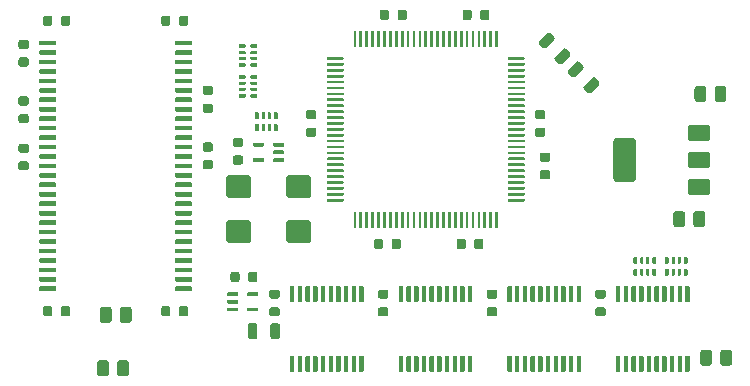
<source format=gtp>
G04 #@! TF.GenerationSoftware,KiCad,Pcbnew,(5.1.5-0-10_14)*
G04 #@! TF.CreationDate,2021-03-02T19:45:09-05:00*
G04 #@! TF.ProjectId,RAM2GS,52414d32-4753-42e6-9b69-6361645f7063,1.0*
G04 #@! TF.SameCoordinates,Original*
G04 #@! TF.FileFunction,Paste,Top*
G04 #@! TF.FilePolarity,Positive*
%FSLAX46Y46*%
G04 Gerber Fmt 4.6, Leading zero omitted, Abs format (unit mm)*
G04 Created by KiCad (PCBNEW (5.1.5-0-10_14)) date 2021-03-02 19:45:09*
%MOMM*%
%LPD*%
G04 APERTURE LIST*
%ADD10C,0.100000*%
G04 APERTURE END LIST*
D10*
G36*
X74201567Y-121815445D02*
G01*
X74210546Y-121816777D01*
X74219351Y-121818983D01*
X74227898Y-121822041D01*
X74236104Y-121825922D01*
X74243890Y-121830589D01*
X74251181Y-121835997D01*
X74257907Y-121842093D01*
X74264003Y-121848819D01*
X74269411Y-121856110D01*
X74274078Y-121863896D01*
X74277959Y-121872102D01*
X74281017Y-121880649D01*
X74283223Y-121889454D01*
X74284555Y-121898433D01*
X74285000Y-121907500D01*
X74285000Y-123092500D01*
X74284555Y-123101567D01*
X74283223Y-123110546D01*
X74281017Y-123119351D01*
X74277959Y-123127898D01*
X74274078Y-123136104D01*
X74269411Y-123143890D01*
X74264003Y-123151181D01*
X74257907Y-123157907D01*
X74251181Y-123164003D01*
X74243890Y-123169411D01*
X74236104Y-123174078D01*
X74227898Y-123177959D01*
X74219351Y-123181017D01*
X74210546Y-123183223D01*
X74201567Y-123184555D01*
X74192500Y-123185000D01*
X74007500Y-123185000D01*
X73998433Y-123184555D01*
X73989454Y-123183223D01*
X73980649Y-123181017D01*
X73972102Y-123177959D01*
X73963896Y-123174078D01*
X73956110Y-123169411D01*
X73948819Y-123164003D01*
X73942093Y-123157907D01*
X73935997Y-123151181D01*
X73930589Y-123143890D01*
X73925922Y-123136104D01*
X73922041Y-123127898D01*
X73918983Y-123119351D01*
X73916777Y-123110546D01*
X73915445Y-123101567D01*
X73915000Y-123092500D01*
X73915000Y-121907500D01*
X73915445Y-121898433D01*
X73916777Y-121889454D01*
X73918983Y-121880649D01*
X73922041Y-121872102D01*
X73925922Y-121863896D01*
X73930589Y-121856110D01*
X73935997Y-121848819D01*
X73942093Y-121842093D01*
X73948819Y-121835997D01*
X73956110Y-121830589D01*
X73963896Y-121825922D01*
X73972102Y-121822041D01*
X73980649Y-121818983D01*
X73989454Y-121816777D01*
X73998433Y-121815445D01*
X74007500Y-121815000D01*
X74192500Y-121815000D01*
X74201567Y-121815445D01*
G37*
G36*
X74851567Y-121815445D02*
G01*
X74860546Y-121816777D01*
X74869351Y-121818983D01*
X74877898Y-121822041D01*
X74886104Y-121825922D01*
X74893890Y-121830589D01*
X74901181Y-121835997D01*
X74907907Y-121842093D01*
X74914003Y-121848819D01*
X74919411Y-121856110D01*
X74924078Y-121863896D01*
X74927959Y-121872102D01*
X74931017Y-121880649D01*
X74933223Y-121889454D01*
X74934555Y-121898433D01*
X74935000Y-121907500D01*
X74935000Y-123092500D01*
X74934555Y-123101567D01*
X74933223Y-123110546D01*
X74931017Y-123119351D01*
X74927959Y-123127898D01*
X74924078Y-123136104D01*
X74919411Y-123143890D01*
X74914003Y-123151181D01*
X74907907Y-123157907D01*
X74901181Y-123164003D01*
X74893890Y-123169411D01*
X74886104Y-123174078D01*
X74877898Y-123177959D01*
X74869351Y-123181017D01*
X74860546Y-123183223D01*
X74851567Y-123184555D01*
X74842500Y-123185000D01*
X74657500Y-123185000D01*
X74648433Y-123184555D01*
X74639454Y-123183223D01*
X74630649Y-123181017D01*
X74622102Y-123177959D01*
X74613896Y-123174078D01*
X74606110Y-123169411D01*
X74598819Y-123164003D01*
X74592093Y-123157907D01*
X74585997Y-123151181D01*
X74580589Y-123143890D01*
X74575922Y-123136104D01*
X74572041Y-123127898D01*
X74568983Y-123119351D01*
X74566777Y-123110546D01*
X74565445Y-123101567D01*
X74565000Y-123092500D01*
X74565000Y-121907500D01*
X74565445Y-121898433D01*
X74566777Y-121889454D01*
X74568983Y-121880649D01*
X74572041Y-121872102D01*
X74575922Y-121863896D01*
X74580589Y-121856110D01*
X74585997Y-121848819D01*
X74592093Y-121842093D01*
X74598819Y-121835997D01*
X74606110Y-121830589D01*
X74613896Y-121825922D01*
X74622102Y-121822041D01*
X74630649Y-121818983D01*
X74639454Y-121816777D01*
X74648433Y-121815445D01*
X74657500Y-121815000D01*
X74842500Y-121815000D01*
X74851567Y-121815445D01*
G37*
G36*
X75501567Y-121815445D02*
G01*
X75510546Y-121816777D01*
X75519351Y-121818983D01*
X75527898Y-121822041D01*
X75536104Y-121825922D01*
X75543890Y-121830589D01*
X75551181Y-121835997D01*
X75557907Y-121842093D01*
X75564003Y-121848819D01*
X75569411Y-121856110D01*
X75574078Y-121863896D01*
X75577959Y-121872102D01*
X75581017Y-121880649D01*
X75583223Y-121889454D01*
X75584555Y-121898433D01*
X75585000Y-121907500D01*
X75585000Y-123092500D01*
X75584555Y-123101567D01*
X75583223Y-123110546D01*
X75581017Y-123119351D01*
X75577959Y-123127898D01*
X75574078Y-123136104D01*
X75569411Y-123143890D01*
X75564003Y-123151181D01*
X75557907Y-123157907D01*
X75551181Y-123164003D01*
X75543890Y-123169411D01*
X75536104Y-123174078D01*
X75527898Y-123177959D01*
X75519351Y-123181017D01*
X75510546Y-123183223D01*
X75501567Y-123184555D01*
X75492500Y-123185000D01*
X75307500Y-123185000D01*
X75298433Y-123184555D01*
X75289454Y-123183223D01*
X75280649Y-123181017D01*
X75272102Y-123177959D01*
X75263896Y-123174078D01*
X75256110Y-123169411D01*
X75248819Y-123164003D01*
X75242093Y-123157907D01*
X75235997Y-123151181D01*
X75230589Y-123143890D01*
X75225922Y-123136104D01*
X75222041Y-123127898D01*
X75218983Y-123119351D01*
X75216777Y-123110546D01*
X75215445Y-123101567D01*
X75215000Y-123092500D01*
X75215000Y-121907500D01*
X75215445Y-121898433D01*
X75216777Y-121889454D01*
X75218983Y-121880649D01*
X75222041Y-121872102D01*
X75225922Y-121863896D01*
X75230589Y-121856110D01*
X75235997Y-121848819D01*
X75242093Y-121842093D01*
X75248819Y-121835997D01*
X75256110Y-121830589D01*
X75263896Y-121825922D01*
X75272102Y-121822041D01*
X75280649Y-121818983D01*
X75289454Y-121816777D01*
X75298433Y-121815445D01*
X75307500Y-121815000D01*
X75492500Y-121815000D01*
X75501567Y-121815445D01*
G37*
G36*
X76151567Y-121815445D02*
G01*
X76160546Y-121816777D01*
X76169351Y-121818983D01*
X76177898Y-121822041D01*
X76186104Y-121825922D01*
X76193890Y-121830589D01*
X76201181Y-121835997D01*
X76207907Y-121842093D01*
X76214003Y-121848819D01*
X76219411Y-121856110D01*
X76224078Y-121863896D01*
X76227959Y-121872102D01*
X76231017Y-121880649D01*
X76233223Y-121889454D01*
X76234555Y-121898433D01*
X76235000Y-121907500D01*
X76235000Y-123092500D01*
X76234555Y-123101567D01*
X76233223Y-123110546D01*
X76231017Y-123119351D01*
X76227959Y-123127898D01*
X76224078Y-123136104D01*
X76219411Y-123143890D01*
X76214003Y-123151181D01*
X76207907Y-123157907D01*
X76201181Y-123164003D01*
X76193890Y-123169411D01*
X76186104Y-123174078D01*
X76177898Y-123177959D01*
X76169351Y-123181017D01*
X76160546Y-123183223D01*
X76151567Y-123184555D01*
X76142500Y-123185000D01*
X75957500Y-123185000D01*
X75948433Y-123184555D01*
X75939454Y-123183223D01*
X75930649Y-123181017D01*
X75922102Y-123177959D01*
X75913896Y-123174078D01*
X75906110Y-123169411D01*
X75898819Y-123164003D01*
X75892093Y-123157907D01*
X75885997Y-123151181D01*
X75880589Y-123143890D01*
X75875922Y-123136104D01*
X75872041Y-123127898D01*
X75868983Y-123119351D01*
X75866777Y-123110546D01*
X75865445Y-123101567D01*
X75865000Y-123092500D01*
X75865000Y-121907500D01*
X75865445Y-121898433D01*
X75866777Y-121889454D01*
X75868983Y-121880649D01*
X75872041Y-121872102D01*
X75875922Y-121863896D01*
X75880589Y-121856110D01*
X75885997Y-121848819D01*
X75892093Y-121842093D01*
X75898819Y-121835997D01*
X75906110Y-121830589D01*
X75913896Y-121825922D01*
X75922102Y-121822041D01*
X75930649Y-121818983D01*
X75939454Y-121816777D01*
X75948433Y-121815445D01*
X75957500Y-121815000D01*
X76142500Y-121815000D01*
X76151567Y-121815445D01*
G37*
G36*
X76801567Y-121815445D02*
G01*
X76810546Y-121816777D01*
X76819351Y-121818983D01*
X76827898Y-121822041D01*
X76836104Y-121825922D01*
X76843890Y-121830589D01*
X76851181Y-121835997D01*
X76857907Y-121842093D01*
X76864003Y-121848819D01*
X76869411Y-121856110D01*
X76874078Y-121863896D01*
X76877959Y-121872102D01*
X76881017Y-121880649D01*
X76883223Y-121889454D01*
X76884555Y-121898433D01*
X76885000Y-121907500D01*
X76885000Y-123092500D01*
X76884555Y-123101567D01*
X76883223Y-123110546D01*
X76881017Y-123119351D01*
X76877959Y-123127898D01*
X76874078Y-123136104D01*
X76869411Y-123143890D01*
X76864003Y-123151181D01*
X76857907Y-123157907D01*
X76851181Y-123164003D01*
X76843890Y-123169411D01*
X76836104Y-123174078D01*
X76827898Y-123177959D01*
X76819351Y-123181017D01*
X76810546Y-123183223D01*
X76801567Y-123184555D01*
X76792500Y-123185000D01*
X76607500Y-123185000D01*
X76598433Y-123184555D01*
X76589454Y-123183223D01*
X76580649Y-123181017D01*
X76572102Y-123177959D01*
X76563896Y-123174078D01*
X76556110Y-123169411D01*
X76548819Y-123164003D01*
X76542093Y-123157907D01*
X76535997Y-123151181D01*
X76530589Y-123143890D01*
X76525922Y-123136104D01*
X76522041Y-123127898D01*
X76518983Y-123119351D01*
X76516777Y-123110546D01*
X76515445Y-123101567D01*
X76515000Y-123092500D01*
X76515000Y-121907500D01*
X76515445Y-121898433D01*
X76516777Y-121889454D01*
X76518983Y-121880649D01*
X76522041Y-121872102D01*
X76525922Y-121863896D01*
X76530589Y-121856110D01*
X76535997Y-121848819D01*
X76542093Y-121842093D01*
X76548819Y-121835997D01*
X76556110Y-121830589D01*
X76563896Y-121825922D01*
X76572102Y-121822041D01*
X76580649Y-121818983D01*
X76589454Y-121816777D01*
X76598433Y-121815445D01*
X76607500Y-121815000D01*
X76792500Y-121815000D01*
X76801567Y-121815445D01*
G37*
G36*
X77451567Y-121815445D02*
G01*
X77460546Y-121816777D01*
X77469351Y-121818983D01*
X77477898Y-121822041D01*
X77486104Y-121825922D01*
X77493890Y-121830589D01*
X77501181Y-121835997D01*
X77507907Y-121842093D01*
X77514003Y-121848819D01*
X77519411Y-121856110D01*
X77524078Y-121863896D01*
X77527959Y-121872102D01*
X77531017Y-121880649D01*
X77533223Y-121889454D01*
X77534555Y-121898433D01*
X77535000Y-121907500D01*
X77535000Y-123092500D01*
X77534555Y-123101567D01*
X77533223Y-123110546D01*
X77531017Y-123119351D01*
X77527959Y-123127898D01*
X77524078Y-123136104D01*
X77519411Y-123143890D01*
X77514003Y-123151181D01*
X77507907Y-123157907D01*
X77501181Y-123164003D01*
X77493890Y-123169411D01*
X77486104Y-123174078D01*
X77477898Y-123177959D01*
X77469351Y-123181017D01*
X77460546Y-123183223D01*
X77451567Y-123184555D01*
X77442500Y-123185000D01*
X77257500Y-123185000D01*
X77248433Y-123184555D01*
X77239454Y-123183223D01*
X77230649Y-123181017D01*
X77222102Y-123177959D01*
X77213896Y-123174078D01*
X77206110Y-123169411D01*
X77198819Y-123164003D01*
X77192093Y-123157907D01*
X77185997Y-123151181D01*
X77180589Y-123143890D01*
X77175922Y-123136104D01*
X77172041Y-123127898D01*
X77168983Y-123119351D01*
X77166777Y-123110546D01*
X77165445Y-123101567D01*
X77165000Y-123092500D01*
X77165000Y-121907500D01*
X77165445Y-121898433D01*
X77166777Y-121889454D01*
X77168983Y-121880649D01*
X77172041Y-121872102D01*
X77175922Y-121863896D01*
X77180589Y-121856110D01*
X77185997Y-121848819D01*
X77192093Y-121842093D01*
X77198819Y-121835997D01*
X77206110Y-121830589D01*
X77213896Y-121825922D01*
X77222102Y-121822041D01*
X77230649Y-121818983D01*
X77239454Y-121816777D01*
X77248433Y-121815445D01*
X77257500Y-121815000D01*
X77442500Y-121815000D01*
X77451567Y-121815445D01*
G37*
G36*
X78101567Y-121815445D02*
G01*
X78110546Y-121816777D01*
X78119351Y-121818983D01*
X78127898Y-121822041D01*
X78136104Y-121825922D01*
X78143890Y-121830589D01*
X78151181Y-121835997D01*
X78157907Y-121842093D01*
X78164003Y-121848819D01*
X78169411Y-121856110D01*
X78174078Y-121863896D01*
X78177959Y-121872102D01*
X78181017Y-121880649D01*
X78183223Y-121889454D01*
X78184555Y-121898433D01*
X78185000Y-121907500D01*
X78185000Y-123092500D01*
X78184555Y-123101567D01*
X78183223Y-123110546D01*
X78181017Y-123119351D01*
X78177959Y-123127898D01*
X78174078Y-123136104D01*
X78169411Y-123143890D01*
X78164003Y-123151181D01*
X78157907Y-123157907D01*
X78151181Y-123164003D01*
X78143890Y-123169411D01*
X78136104Y-123174078D01*
X78127898Y-123177959D01*
X78119351Y-123181017D01*
X78110546Y-123183223D01*
X78101567Y-123184555D01*
X78092500Y-123185000D01*
X77907500Y-123185000D01*
X77898433Y-123184555D01*
X77889454Y-123183223D01*
X77880649Y-123181017D01*
X77872102Y-123177959D01*
X77863896Y-123174078D01*
X77856110Y-123169411D01*
X77848819Y-123164003D01*
X77842093Y-123157907D01*
X77835997Y-123151181D01*
X77830589Y-123143890D01*
X77825922Y-123136104D01*
X77822041Y-123127898D01*
X77818983Y-123119351D01*
X77816777Y-123110546D01*
X77815445Y-123101567D01*
X77815000Y-123092500D01*
X77815000Y-121907500D01*
X77815445Y-121898433D01*
X77816777Y-121889454D01*
X77818983Y-121880649D01*
X77822041Y-121872102D01*
X77825922Y-121863896D01*
X77830589Y-121856110D01*
X77835997Y-121848819D01*
X77842093Y-121842093D01*
X77848819Y-121835997D01*
X77856110Y-121830589D01*
X77863896Y-121825922D01*
X77872102Y-121822041D01*
X77880649Y-121818983D01*
X77889454Y-121816777D01*
X77898433Y-121815445D01*
X77907500Y-121815000D01*
X78092500Y-121815000D01*
X78101567Y-121815445D01*
G37*
G36*
X78751567Y-121815445D02*
G01*
X78760546Y-121816777D01*
X78769351Y-121818983D01*
X78777898Y-121822041D01*
X78786104Y-121825922D01*
X78793890Y-121830589D01*
X78801181Y-121835997D01*
X78807907Y-121842093D01*
X78814003Y-121848819D01*
X78819411Y-121856110D01*
X78824078Y-121863896D01*
X78827959Y-121872102D01*
X78831017Y-121880649D01*
X78833223Y-121889454D01*
X78834555Y-121898433D01*
X78835000Y-121907500D01*
X78835000Y-123092500D01*
X78834555Y-123101567D01*
X78833223Y-123110546D01*
X78831017Y-123119351D01*
X78827959Y-123127898D01*
X78824078Y-123136104D01*
X78819411Y-123143890D01*
X78814003Y-123151181D01*
X78807907Y-123157907D01*
X78801181Y-123164003D01*
X78793890Y-123169411D01*
X78786104Y-123174078D01*
X78777898Y-123177959D01*
X78769351Y-123181017D01*
X78760546Y-123183223D01*
X78751567Y-123184555D01*
X78742500Y-123185000D01*
X78557500Y-123185000D01*
X78548433Y-123184555D01*
X78539454Y-123183223D01*
X78530649Y-123181017D01*
X78522102Y-123177959D01*
X78513896Y-123174078D01*
X78506110Y-123169411D01*
X78498819Y-123164003D01*
X78492093Y-123157907D01*
X78485997Y-123151181D01*
X78480589Y-123143890D01*
X78475922Y-123136104D01*
X78472041Y-123127898D01*
X78468983Y-123119351D01*
X78466777Y-123110546D01*
X78465445Y-123101567D01*
X78465000Y-123092500D01*
X78465000Y-121907500D01*
X78465445Y-121898433D01*
X78466777Y-121889454D01*
X78468983Y-121880649D01*
X78472041Y-121872102D01*
X78475922Y-121863896D01*
X78480589Y-121856110D01*
X78485997Y-121848819D01*
X78492093Y-121842093D01*
X78498819Y-121835997D01*
X78506110Y-121830589D01*
X78513896Y-121825922D01*
X78522102Y-121822041D01*
X78530649Y-121818983D01*
X78539454Y-121816777D01*
X78548433Y-121815445D01*
X78557500Y-121815000D01*
X78742500Y-121815000D01*
X78751567Y-121815445D01*
G37*
G36*
X79401567Y-121815445D02*
G01*
X79410546Y-121816777D01*
X79419351Y-121818983D01*
X79427898Y-121822041D01*
X79436104Y-121825922D01*
X79443890Y-121830589D01*
X79451181Y-121835997D01*
X79457907Y-121842093D01*
X79464003Y-121848819D01*
X79469411Y-121856110D01*
X79474078Y-121863896D01*
X79477959Y-121872102D01*
X79481017Y-121880649D01*
X79483223Y-121889454D01*
X79484555Y-121898433D01*
X79485000Y-121907500D01*
X79485000Y-123092500D01*
X79484555Y-123101567D01*
X79483223Y-123110546D01*
X79481017Y-123119351D01*
X79477959Y-123127898D01*
X79474078Y-123136104D01*
X79469411Y-123143890D01*
X79464003Y-123151181D01*
X79457907Y-123157907D01*
X79451181Y-123164003D01*
X79443890Y-123169411D01*
X79436104Y-123174078D01*
X79427898Y-123177959D01*
X79419351Y-123181017D01*
X79410546Y-123183223D01*
X79401567Y-123184555D01*
X79392500Y-123185000D01*
X79207500Y-123185000D01*
X79198433Y-123184555D01*
X79189454Y-123183223D01*
X79180649Y-123181017D01*
X79172102Y-123177959D01*
X79163896Y-123174078D01*
X79156110Y-123169411D01*
X79148819Y-123164003D01*
X79142093Y-123157907D01*
X79135997Y-123151181D01*
X79130589Y-123143890D01*
X79125922Y-123136104D01*
X79122041Y-123127898D01*
X79118983Y-123119351D01*
X79116777Y-123110546D01*
X79115445Y-123101567D01*
X79115000Y-123092500D01*
X79115000Y-121907500D01*
X79115445Y-121898433D01*
X79116777Y-121889454D01*
X79118983Y-121880649D01*
X79122041Y-121872102D01*
X79125922Y-121863896D01*
X79130589Y-121856110D01*
X79135997Y-121848819D01*
X79142093Y-121842093D01*
X79148819Y-121835997D01*
X79156110Y-121830589D01*
X79163896Y-121825922D01*
X79172102Y-121822041D01*
X79180649Y-121818983D01*
X79189454Y-121816777D01*
X79198433Y-121815445D01*
X79207500Y-121815000D01*
X79392500Y-121815000D01*
X79401567Y-121815445D01*
G37*
G36*
X80051567Y-121815445D02*
G01*
X80060546Y-121816777D01*
X80069351Y-121818983D01*
X80077898Y-121822041D01*
X80086104Y-121825922D01*
X80093890Y-121830589D01*
X80101181Y-121835997D01*
X80107907Y-121842093D01*
X80114003Y-121848819D01*
X80119411Y-121856110D01*
X80124078Y-121863896D01*
X80127959Y-121872102D01*
X80131017Y-121880649D01*
X80133223Y-121889454D01*
X80134555Y-121898433D01*
X80135000Y-121907500D01*
X80135000Y-123092500D01*
X80134555Y-123101567D01*
X80133223Y-123110546D01*
X80131017Y-123119351D01*
X80127959Y-123127898D01*
X80124078Y-123136104D01*
X80119411Y-123143890D01*
X80114003Y-123151181D01*
X80107907Y-123157907D01*
X80101181Y-123164003D01*
X80093890Y-123169411D01*
X80086104Y-123174078D01*
X80077898Y-123177959D01*
X80069351Y-123181017D01*
X80060546Y-123183223D01*
X80051567Y-123184555D01*
X80042500Y-123185000D01*
X79857500Y-123185000D01*
X79848433Y-123184555D01*
X79839454Y-123183223D01*
X79830649Y-123181017D01*
X79822102Y-123177959D01*
X79813896Y-123174078D01*
X79806110Y-123169411D01*
X79798819Y-123164003D01*
X79792093Y-123157907D01*
X79785997Y-123151181D01*
X79780589Y-123143890D01*
X79775922Y-123136104D01*
X79772041Y-123127898D01*
X79768983Y-123119351D01*
X79766777Y-123110546D01*
X79765445Y-123101567D01*
X79765000Y-123092500D01*
X79765000Y-121907500D01*
X79765445Y-121898433D01*
X79766777Y-121889454D01*
X79768983Y-121880649D01*
X79772041Y-121872102D01*
X79775922Y-121863896D01*
X79780589Y-121856110D01*
X79785997Y-121848819D01*
X79792093Y-121842093D01*
X79798819Y-121835997D01*
X79806110Y-121830589D01*
X79813896Y-121825922D01*
X79822102Y-121822041D01*
X79830649Y-121818983D01*
X79839454Y-121816777D01*
X79848433Y-121815445D01*
X79857500Y-121815000D01*
X80042500Y-121815000D01*
X80051567Y-121815445D01*
G37*
G36*
X80051567Y-127715445D02*
G01*
X80060546Y-127716777D01*
X80069351Y-127718983D01*
X80077898Y-127722041D01*
X80086104Y-127725922D01*
X80093890Y-127730589D01*
X80101181Y-127735997D01*
X80107907Y-127742093D01*
X80114003Y-127748819D01*
X80119411Y-127756110D01*
X80124078Y-127763896D01*
X80127959Y-127772102D01*
X80131017Y-127780649D01*
X80133223Y-127789454D01*
X80134555Y-127798433D01*
X80135000Y-127807500D01*
X80135000Y-128992500D01*
X80134555Y-129001567D01*
X80133223Y-129010546D01*
X80131017Y-129019351D01*
X80127959Y-129027898D01*
X80124078Y-129036104D01*
X80119411Y-129043890D01*
X80114003Y-129051181D01*
X80107907Y-129057907D01*
X80101181Y-129064003D01*
X80093890Y-129069411D01*
X80086104Y-129074078D01*
X80077898Y-129077959D01*
X80069351Y-129081017D01*
X80060546Y-129083223D01*
X80051567Y-129084555D01*
X80042500Y-129085000D01*
X79857500Y-129085000D01*
X79848433Y-129084555D01*
X79839454Y-129083223D01*
X79830649Y-129081017D01*
X79822102Y-129077959D01*
X79813896Y-129074078D01*
X79806110Y-129069411D01*
X79798819Y-129064003D01*
X79792093Y-129057907D01*
X79785997Y-129051181D01*
X79780589Y-129043890D01*
X79775922Y-129036104D01*
X79772041Y-129027898D01*
X79768983Y-129019351D01*
X79766777Y-129010546D01*
X79765445Y-129001567D01*
X79765000Y-128992500D01*
X79765000Y-127807500D01*
X79765445Y-127798433D01*
X79766777Y-127789454D01*
X79768983Y-127780649D01*
X79772041Y-127772102D01*
X79775922Y-127763896D01*
X79780589Y-127756110D01*
X79785997Y-127748819D01*
X79792093Y-127742093D01*
X79798819Y-127735997D01*
X79806110Y-127730589D01*
X79813896Y-127725922D01*
X79822102Y-127722041D01*
X79830649Y-127718983D01*
X79839454Y-127716777D01*
X79848433Y-127715445D01*
X79857500Y-127715000D01*
X80042500Y-127715000D01*
X80051567Y-127715445D01*
G37*
G36*
X79401567Y-127715445D02*
G01*
X79410546Y-127716777D01*
X79419351Y-127718983D01*
X79427898Y-127722041D01*
X79436104Y-127725922D01*
X79443890Y-127730589D01*
X79451181Y-127735997D01*
X79457907Y-127742093D01*
X79464003Y-127748819D01*
X79469411Y-127756110D01*
X79474078Y-127763896D01*
X79477959Y-127772102D01*
X79481017Y-127780649D01*
X79483223Y-127789454D01*
X79484555Y-127798433D01*
X79485000Y-127807500D01*
X79485000Y-128992500D01*
X79484555Y-129001567D01*
X79483223Y-129010546D01*
X79481017Y-129019351D01*
X79477959Y-129027898D01*
X79474078Y-129036104D01*
X79469411Y-129043890D01*
X79464003Y-129051181D01*
X79457907Y-129057907D01*
X79451181Y-129064003D01*
X79443890Y-129069411D01*
X79436104Y-129074078D01*
X79427898Y-129077959D01*
X79419351Y-129081017D01*
X79410546Y-129083223D01*
X79401567Y-129084555D01*
X79392500Y-129085000D01*
X79207500Y-129085000D01*
X79198433Y-129084555D01*
X79189454Y-129083223D01*
X79180649Y-129081017D01*
X79172102Y-129077959D01*
X79163896Y-129074078D01*
X79156110Y-129069411D01*
X79148819Y-129064003D01*
X79142093Y-129057907D01*
X79135997Y-129051181D01*
X79130589Y-129043890D01*
X79125922Y-129036104D01*
X79122041Y-129027898D01*
X79118983Y-129019351D01*
X79116777Y-129010546D01*
X79115445Y-129001567D01*
X79115000Y-128992500D01*
X79115000Y-127807500D01*
X79115445Y-127798433D01*
X79116777Y-127789454D01*
X79118983Y-127780649D01*
X79122041Y-127772102D01*
X79125922Y-127763896D01*
X79130589Y-127756110D01*
X79135997Y-127748819D01*
X79142093Y-127742093D01*
X79148819Y-127735997D01*
X79156110Y-127730589D01*
X79163896Y-127725922D01*
X79172102Y-127722041D01*
X79180649Y-127718983D01*
X79189454Y-127716777D01*
X79198433Y-127715445D01*
X79207500Y-127715000D01*
X79392500Y-127715000D01*
X79401567Y-127715445D01*
G37*
G36*
X78751567Y-127715445D02*
G01*
X78760546Y-127716777D01*
X78769351Y-127718983D01*
X78777898Y-127722041D01*
X78786104Y-127725922D01*
X78793890Y-127730589D01*
X78801181Y-127735997D01*
X78807907Y-127742093D01*
X78814003Y-127748819D01*
X78819411Y-127756110D01*
X78824078Y-127763896D01*
X78827959Y-127772102D01*
X78831017Y-127780649D01*
X78833223Y-127789454D01*
X78834555Y-127798433D01*
X78835000Y-127807500D01*
X78835000Y-128992500D01*
X78834555Y-129001567D01*
X78833223Y-129010546D01*
X78831017Y-129019351D01*
X78827959Y-129027898D01*
X78824078Y-129036104D01*
X78819411Y-129043890D01*
X78814003Y-129051181D01*
X78807907Y-129057907D01*
X78801181Y-129064003D01*
X78793890Y-129069411D01*
X78786104Y-129074078D01*
X78777898Y-129077959D01*
X78769351Y-129081017D01*
X78760546Y-129083223D01*
X78751567Y-129084555D01*
X78742500Y-129085000D01*
X78557500Y-129085000D01*
X78548433Y-129084555D01*
X78539454Y-129083223D01*
X78530649Y-129081017D01*
X78522102Y-129077959D01*
X78513896Y-129074078D01*
X78506110Y-129069411D01*
X78498819Y-129064003D01*
X78492093Y-129057907D01*
X78485997Y-129051181D01*
X78480589Y-129043890D01*
X78475922Y-129036104D01*
X78472041Y-129027898D01*
X78468983Y-129019351D01*
X78466777Y-129010546D01*
X78465445Y-129001567D01*
X78465000Y-128992500D01*
X78465000Y-127807500D01*
X78465445Y-127798433D01*
X78466777Y-127789454D01*
X78468983Y-127780649D01*
X78472041Y-127772102D01*
X78475922Y-127763896D01*
X78480589Y-127756110D01*
X78485997Y-127748819D01*
X78492093Y-127742093D01*
X78498819Y-127735997D01*
X78506110Y-127730589D01*
X78513896Y-127725922D01*
X78522102Y-127722041D01*
X78530649Y-127718983D01*
X78539454Y-127716777D01*
X78548433Y-127715445D01*
X78557500Y-127715000D01*
X78742500Y-127715000D01*
X78751567Y-127715445D01*
G37*
G36*
X78101567Y-127715445D02*
G01*
X78110546Y-127716777D01*
X78119351Y-127718983D01*
X78127898Y-127722041D01*
X78136104Y-127725922D01*
X78143890Y-127730589D01*
X78151181Y-127735997D01*
X78157907Y-127742093D01*
X78164003Y-127748819D01*
X78169411Y-127756110D01*
X78174078Y-127763896D01*
X78177959Y-127772102D01*
X78181017Y-127780649D01*
X78183223Y-127789454D01*
X78184555Y-127798433D01*
X78185000Y-127807500D01*
X78185000Y-128992500D01*
X78184555Y-129001567D01*
X78183223Y-129010546D01*
X78181017Y-129019351D01*
X78177959Y-129027898D01*
X78174078Y-129036104D01*
X78169411Y-129043890D01*
X78164003Y-129051181D01*
X78157907Y-129057907D01*
X78151181Y-129064003D01*
X78143890Y-129069411D01*
X78136104Y-129074078D01*
X78127898Y-129077959D01*
X78119351Y-129081017D01*
X78110546Y-129083223D01*
X78101567Y-129084555D01*
X78092500Y-129085000D01*
X77907500Y-129085000D01*
X77898433Y-129084555D01*
X77889454Y-129083223D01*
X77880649Y-129081017D01*
X77872102Y-129077959D01*
X77863896Y-129074078D01*
X77856110Y-129069411D01*
X77848819Y-129064003D01*
X77842093Y-129057907D01*
X77835997Y-129051181D01*
X77830589Y-129043890D01*
X77825922Y-129036104D01*
X77822041Y-129027898D01*
X77818983Y-129019351D01*
X77816777Y-129010546D01*
X77815445Y-129001567D01*
X77815000Y-128992500D01*
X77815000Y-127807500D01*
X77815445Y-127798433D01*
X77816777Y-127789454D01*
X77818983Y-127780649D01*
X77822041Y-127772102D01*
X77825922Y-127763896D01*
X77830589Y-127756110D01*
X77835997Y-127748819D01*
X77842093Y-127742093D01*
X77848819Y-127735997D01*
X77856110Y-127730589D01*
X77863896Y-127725922D01*
X77872102Y-127722041D01*
X77880649Y-127718983D01*
X77889454Y-127716777D01*
X77898433Y-127715445D01*
X77907500Y-127715000D01*
X78092500Y-127715000D01*
X78101567Y-127715445D01*
G37*
G36*
X77451567Y-127715445D02*
G01*
X77460546Y-127716777D01*
X77469351Y-127718983D01*
X77477898Y-127722041D01*
X77486104Y-127725922D01*
X77493890Y-127730589D01*
X77501181Y-127735997D01*
X77507907Y-127742093D01*
X77514003Y-127748819D01*
X77519411Y-127756110D01*
X77524078Y-127763896D01*
X77527959Y-127772102D01*
X77531017Y-127780649D01*
X77533223Y-127789454D01*
X77534555Y-127798433D01*
X77535000Y-127807500D01*
X77535000Y-128992500D01*
X77534555Y-129001567D01*
X77533223Y-129010546D01*
X77531017Y-129019351D01*
X77527959Y-129027898D01*
X77524078Y-129036104D01*
X77519411Y-129043890D01*
X77514003Y-129051181D01*
X77507907Y-129057907D01*
X77501181Y-129064003D01*
X77493890Y-129069411D01*
X77486104Y-129074078D01*
X77477898Y-129077959D01*
X77469351Y-129081017D01*
X77460546Y-129083223D01*
X77451567Y-129084555D01*
X77442500Y-129085000D01*
X77257500Y-129085000D01*
X77248433Y-129084555D01*
X77239454Y-129083223D01*
X77230649Y-129081017D01*
X77222102Y-129077959D01*
X77213896Y-129074078D01*
X77206110Y-129069411D01*
X77198819Y-129064003D01*
X77192093Y-129057907D01*
X77185997Y-129051181D01*
X77180589Y-129043890D01*
X77175922Y-129036104D01*
X77172041Y-129027898D01*
X77168983Y-129019351D01*
X77166777Y-129010546D01*
X77165445Y-129001567D01*
X77165000Y-128992500D01*
X77165000Y-127807500D01*
X77165445Y-127798433D01*
X77166777Y-127789454D01*
X77168983Y-127780649D01*
X77172041Y-127772102D01*
X77175922Y-127763896D01*
X77180589Y-127756110D01*
X77185997Y-127748819D01*
X77192093Y-127742093D01*
X77198819Y-127735997D01*
X77206110Y-127730589D01*
X77213896Y-127725922D01*
X77222102Y-127722041D01*
X77230649Y-127718983D01*
X77239454Y-127716777D01*
X77248433Y-127715445D01*
X77257500Y-127715000D01*
X77442500Y-127715000D01*
X77451567Y-127715445D01*
G37*
G36*
X76801567Y-127715445D02*
G01*
X76810546Y-127716777D01*
X76819351Y-127718983D01*
X76827898Y-127722041D01*
X76836104Y-127725922D01*
X76843890Y-127730589D01*
X76851181Y-127735997D01*
X76857907Y-127742093D01*
X76864003Y-127748819D01*
X76869411Y-127756110D01*
X76874078Y-127763896D01*
X76877959Y-127772102D01*
X76881017Y-127780649D01*
X76883223Y-127789454D01*
X76884555Y-127798433D01*
X76885000Y-127807500D01*
X76885000Y-128992500D01*
X76884555Y-129001567D01*
X76883223Y-129010546D01*
X76881017Y-129019351D01*
X76877959Y-129027898D01*
X76874078Y-129036104D01*
X76869411Y-129043890D01*
X76864003Y-129051181D01*
X76857907Y-129057907D01*
X76851181Y-129064003D01*
X76843890Y-129069411D01*
X76836104Y-129074078D01*
X76827898Y-129077959D01*
X76819351Y-129081017D01*
X76810546Y-129083223D01*
X76801567Y-129084555D01*
X76792500Y-129085000D01*
X76607500Y-129085000D01*
X76598433Y-129084555D01*
X76589454Y-129083223D01*
X76580649Y-129081017D01*
X76572102Y-129077959D01*
X76563896Y-129074078D01*
X76556110Y-129069411D01*
X76548819Y-129064003D01*
X76542093Y-129057907D01*
X76535997Y-129051181D01*
X76530589Y-129043890D01*
X76525922Y-129036104D01*
X76522041Y-129027898D01*
X76518983Y-129019351D01*
X76516777Y-129010546D01*
X76515445Y-129001567D01*
X76515000Y-128992500D01*
X76515000Y-127807500D01*
X76515445Y-127798433D01*
X76516777Y-127789454D01*
X76518983Y-127780649D01*
X76522041Y-127772102D01*
X76525922Y-127763896D01*
X76530589Y-127756110D01*
X76535997Y-127748819D01*
X76542093Y-127742093D01*
X76548819Y-127735997D01*
X76556110Y-127730589D01*
X76563896Y-127725922D01*
X76572102Y-127722041D01*
X76580649Y-127718983D01*
X76589454Y-127716777D01*
X76598433Y-127715445D01*
X76607500Y-127715000D01*
X76792500Y-127715000D01*
X76801567Y-127715445D01*
G37*
G36*
X76151567Y-127715445D02*
G01*
X76160546Y-127716777D01*
X76169351Y-127718983D01*
X76177898Y-127722041D01*
X76186104Y-127725922D01*
X76193890Y-127730589D01*
X76201181Y-127735997D01*
X76207907Y-127742093D01*
X76214003Y-127748819D01*
X76219411Y-127756110D01*
X76224078Y-127763896D01*
X76227959Y-127772102D01*
X76231017Y-127780649D01*
X76233223Y-127789454D01*
X76234555Y-127798433D01*
X76235000Y-127807500D01*
X76235000Y-128992500D01*
X76234555Y-129001567D01*
X76233223Y-129010546D01*
X76231017Y-129019351D01*
X76227959Y-129027898D01*
X76224078Y-129036104D01*
X76219411Y-129043890D01*
X76214003Y-129051181D01*
X76207907Y-129057907D01*
X76201181Y-129064003D01*
X76193890Y-129069411D01*
X76186104Y-129074078D01*
X76177898Y-129077959D01*
X76169351Y-129081017D01*
X76160546Y-129083223D01*
X76151567Y-129084555D01*
X76142500Y-129085000D01*
X75957500Y-129085000D01*
X75948433Y-129084555D01*
X75939454Y-129083223D01*
X75930649Y-129081017D01*
X75922102Y-129077959D01*
X75913896Y-129074078D01*
X75906110Y-129069411D01*
X75898819Y-129064003D01*
X75892093Y-129057907D01*
X75885997Y-129051181D01*
X75880589Y-129043890D01*
X75875922Y-129036104D01*
X75872041Y-129027898D01*
X75868983Y-129019351D01*
X75866777Y-129010546D01*
X75865445Y-129001567D01*
X75865000Y-128992500D01*
X75865000Y-127807500D01*
X75865445Y-127798433D01*
X75866777Y-127789454D01*
X75868983Y-127780649D01*
X75872041Y-127772102D01*
X75875922Y-127763896D01*
X75880589Y-127756110D01*
X75885997Y-127748819D01*
X75892093Y-127742093D01*
X75898819Y-127735997D01*
X75906110Y-127730589D01*
X75913896Y-127725922D01*
X75922102Y-127722041D01*
X75930649Y-127718983D01*
X75939454Y-127716777D01*
X75948433Y-127715445D01*
X75957500Y-127715000D01*
X76142500Y-127715000D01*
X76151567Y-127715445D01*
G37*
G36*
X75501567Y-127715445D02*
G01*
X75510546Y-127716777D01*
X75519351Y-127718983D01*
X75527898Y-127722041D01*
X75536104Y-127725922D01*
X75543890Y-127730589D01*
X75551181Y-127735997D01*
X75557907Y-127742093D01*
X75564003Y-127748819D01*
X75569411Y-127756110D01*
X75574078Y-127763896D01*
X75577959Y-127772102D01*
X75581017Y-127780649D01*
X75583223Y-127789454D01*
X75584555Y-127798433D01*
X75585000Y-127807500D01*
X75585000Y-128992500D01*
X75584555Y-129001567D01*
X75583223Y-129010546D01*
X75581017Y-129019351D01*
X75577959Y-129027898D01*
X75574078Y-129036104D01*
X75569411Y-129043890D01*
X75564003Y-129051181D01*
X75557907Y-129057907D01*
X75551181Y-129064003D01*
X75543890Y-129069411D01*
X75536104Y-129074078D01*
X75527898Y-129077959D01*
X75519351Y-129081017D01*
X75510546Y-129083223D01*
X75501567Y-129084555D01*
X75492500Y-129085000D01*
X75307500Y-129085000D01*
X75298433Y-129084555D01*
X75289454Y-129083223D01*
X75280649Y-129081017D01*
X75272102Y-129077959D01*
X75263896Y-129074078D01*
X75256110Y-129069411D01*
X75248819Y-129064003D01*
X75242093Y-129057907D01*
X75235997Y-129051181D01*
X75230589Y-129043890D01*
X75225922Y-129036104D01*
X75222041Y-129027898D01*
X75218983Y-129019351D01*
X75216777Y-129010546D01*
X75215445Y-129001567D01*
X75215000Y-128992500D01*
X75215000Y-127807500D01*
X75215445Y-127798433D01*
X75216777Y-127789454D01*
X75218983Y-127780649D01*
X75222041Y-127772102D01*
X75225922Y-127763896D01*
X75230589Y-127756110D01*
X75235997Y-127748819D01*
X75242093Y-127742093D01*
X75248819Y-127735997D01*
X75256110Y-127730589D01*
X75263896Y-127725922D01*
X75272102Y-127722041D01*
X75280649Y-127718983D01*
X75289454Y-127716777D01*
X75298433Y-127715445D01*
X75307500Y-127715000D01*
X75492500Y-127715000D01*
X75501567Y-127715445D01*
G37*
G36*
X74851567Y-127715445D02*
G01*
X74860546Y-127716777D01*
X74869351Y-127718983D01*
X74877898Y-127722041D01*
X74886104Y-127725922D01*
X74893890Y-127730589D01*
X74901181Y-127735997D01*
X74907907Y-127742093D01*
X74914003Y-127748819D01*
X74919411Y-127756110D01*
X74924078Y-127763896D01*
X74927959Y-127772102D01*
X74931017Y-127780649D01*
X74933223Y-127789454D01*
X74934555Y-127798433D01*
X74935000Y-127807500D01*
X74935000Y-128992500D01*
X74934555Y-129001567D01*
X74933223Y-129010546D01*
X74931017Y-129019351D01*
X74927959Y-129027898D01*
X74924078Y-129036104D01*
X74919411Y-129043890D01*
X74914003Y-129051181D01*
X74907907Y-129057907D01*
X74901181Y-129064003D01*
X74893890Y-129069411D01*
X74886104Y-129074078D01*
X74877898Y-129077959D01*
X74869351Y-129081017D01*
X74860546Y-129083223D01*
X74851567Y-129084555D01*
X74842500Y-129085000D01*
X74657500Y-129085000D01*
X74648433Y-129084555D01*
X74639454Y-129083223D01*
X74630649Y-129081017D01*
X74622102Y-129077959D01*
X74613896Y-129074078D01*
X74606110Y-129069411D01*
X74598819Y-129064003D01*
X74592093Y-129057907D01*
X74585997Y-129051181D01*
X74580589Y-129043890D01*
X74575922Y-129036104D01*
X74572041Y-129027898D01*
X74568983Y-129019351D01*
X74566777Y-129010546D01*
X74565445Y-129001567D01*
X74565000Y-128992500D01*
X74565000Y-127807500D01*
X74565445Y-127798433D01*
X74566777Y-127789454D01*
X74568983Y-127780649D01*
X74572041Y-127772102D01*
X74575922Y-127763896D01*
X74580589Y-127756110D01*
X74585997Y-127748819D01*
X74592093Y-127742093D01*
X74598819Y-127735997D01*
X74606110Y-127730589D01*
X74613896Y-127725922D01*
X74622102Y-127722041D01*
X74630649Y-127718983D01*
X74639454Y-127716777D01*
X74648433Y-127715445D01*
X74657500Y-127715000D01*
X74842500Y-127715000D01*
X74851567Y-127715445D01*
G37*
G36*
X74201567Y-127715445D02*
G01*
X74210546Y-127716777D01*
X74219351Y-127718983D01*
X74227898Y-127722041D01*
X74236104Y-127725922D01*
X74243890Y-127730589D01*
X74251181Y-127735997D01*
X74257907Y-127742093D01*
X74264003Y-127748819D01*
X74269411Y-127756110D01*
X74274078Y-127763896D01*
X74277959Y-127772102D01*
X74281017Y-127780649D01*
X74283223Y-127789454D01*
X74284555Y-127798433D01*
X74285000Y-127807500D01*
X74285000Y-128992500D01*
X74284555Y-129001567D01*
X74283223Y-129010546D01*
X74281017Y-129019351D01*
X74277959Y-129027898D01*
X74274078Y-129036104D01*
X74269411Y-129043890D01*
X74264003Y-129051181D01*
X74257907Y-129057907D01*
X74251181Y-129064003D01*
X74243890Y-129069411D01*
X74236104Y-129074078D01*
X74227898Y-129077959D01*
X74219351Y-129081017D01*
X74210546Y-129083223D01*
X74201567Y-129084555D01*
X74192500Y-129085000D01*
X74007500Y-129085000D01*
X73998433Y-129084555D01*
X73989454Y-129083223D01*
X73980649Y-129081017D01*
X73972102Y-129077959D01*
X73963896Y-129074078D01*
X73956110Y-129069411D01*
X73948819Y-129064003D01*
X73942093Y-129057907D01*
X73935997Y-129051181D01*
X73930589Y-129043890D01*
X73925922Y-129036104D01*
X73922041Y-129027898D01*
X73918983Y-129019351D01*
X73916777Y-129010546D01*
X73915445Y-129001567D01*
X73915000Y-128992500D01*
X73915000Y-127807500D01*
X73915445Y-127798433D01*
X73916777Y-127789454D01*
X73918983Y-127780649D01*
X73922041Y-127772102D01*
X73925922Y-127763896D01*
X73930589Y-127756110D01*
X73935997Y-127748819D01*
X73942093Y-127742093D01*
X73948819Y-127735997D01*
X73956110Y-127730589D01*
X73963896Y-127725922D01*
X73972102Y-127722041D01*
X73980649Y-127718983D01*
X73989454Y-127716777D01*
X73998433Y-127715445D01*
X74007500Y-127715000D01*
X74192500Y-127715000D01*
X74201567Y-127715445D01*
G37*
G36*
X71637841Y-110990385D02*
G01*
X71645607Y-110991537D01*
X71653223Y-110993445D01*
X71660615Y-110996090D01*
X71667712Y-110999446D01*
X71674446Y-111003482D01*
X71680751Y-111008159D01*
X71686569Y-111013431D01*
X71691841Y-111019249D01*
X71696518Y-111025554D01*
X71700554Y-111032288D01*
X71703910Y-111039385D01*
X71706555Y-111046777D01*
X71708463Y-111054393D01*
X71709615Y-111062159D01*
X71710000Y-111070000D01*
X71710000Y-111230000D01*
X71709615Y-111237841D01*
X71708463Y-111245607D01*
X71706555Y-111253223D01*
X71703910Y-111260615D01*
X71700554Y-111267712D01*
X71696518Y-111274446D01*
X71691841Y-111280751D01*
X71686569Y-111286569D01*
X71680751Y-111291841D01*
X71674446Y-111296518D01*
X71667712Y-111300554D01*
X71660615Y-111303910D01*
X71653223Y-111306555D01*
X71645607Y-111308463D01*
X71637841Y-111309615D01*
X71630000Y-111310000D01*
X70870000Y-111310000D01*
X70862159Y-111309615D01*
X70854393Y-111308463D01*
X70846777Y-111306555D01*
X70839385Y-111303910D01*
X70832288Y-111300554D01*
X70825554Y-111296518D01*
X70819249Y-111291841D01*
X70813431Y-111286569D01*
X70808159Y-111280751D01*
X70803482Y-111274446D01*
X70799446Y-111267712D01*
X70796090Y-111260615D01*
X70793445Y-111253223D01*
X70791537Y-111245607D01*
X70790385Y-111237841D01*
X70790000Y-111230000D01*
X70790000Y-111070000D01*
X70790385Y-111062159D01*
X70791537Y-111054393D01*
X70793445Y-111046777D01*
X70796090Y-111039385D01*
X70799446Y-111032288D01*
X70803482Y-111025554D01*
X70808159Y-111019249D01*
X70813431Y-111013431D01*
X70819249Y-111008159D01*
X70825554Y-111003482D01*
X70832288Y-110999446D01*
X70839385Y-110996090D01*
X70846777Y-110993445D01*
X70854393Y-110991537D01*
X70862159Y-110990385D01*
X70870000Y-110990000D01*
X71630000Y-110990000D01*
X71637841Y-110990385D01*
G37*
G36*
X71637841Y-109690385D02*
G01*
X71645607Y-109691537D01*
X71653223Y-109693445D01*
X71660615Y-109696090D01*
X71667712Y-109699446D01*
X71674446Y-109703482D01*
X71680751Y-109708159D01*
X71686569Y-109713431D01*
X71691841Y-109719249D01*
X71696518Y-109725554D01*
X71700554Y-109732288D01*
X71703910Y-109739385D01*
X71706555Y-109746777D01*
X71708463Y-109754393D01*
X71709615Y-109762159D01*
X71710000Y-109770000D01*
X71710000Y-109930000D01*
X71709615Y-109937841D01*
X71708463Y-109945607D01*
X71706555Y-109953223D01*
X71703910Y-109960615D01*
X71700554Y-109967712D01*
X71696518Y-109974446D01*
X71691841Y-109980751D01*
X71686569Y-109986569D01*
X71680751Y-109991841D01*
X71674446Y-109996518D01*
X71667712Y-110000554D01*
X71660615Y-110003910D01*
X71653223Y-110006555D01*
X71645607Y-110008463D01*
X71637841Y-110009615D01*
X71630000Y-110010000D01*
X70870000Y-110010000D01*
X70862159Y-110009615D01*
X70854393Y-110008463D01*
X70846777Y-110006555D01*
X70839385Y-110003910D01*
X70832288Y-110000554D01*
X70825554Y-109996518D01*
X70819249Y-109991841D01*
X70813431Y-109986569D01*
X70808159Y-109980751D01*
X70803482Y-109974446D01*
X70799446Y-109967712D01*
X70796090Y-109960615D01*
X70793445Y-109953223D01*
X70791537Y-109945607D01*
X70790385Y-109937841D01*
X70790000Y-109930000D01*
X70790000Y-109770000D01*
X70790385Y-109762159D01*
X70791537Y-109754393D01*
X70793445Y-109746777D01*
X70796090Y-109739385D01*
X70799446Y-109732288D01*
X70803482Y-109725554D01*
X70808159Y-109719249D01*
X70813431Y-109713431D01*
X70819249Y-109708159D01*
X70825554Y-109703482D01*
X70832288Y-109699446D01*
X70839385Y-109696090D01*
X70846777Y-109693445D01*
X70854393Y-109691537D01*
X70862159Y-109690385D01*
X70870000Y-109690000D01*
X71630000Y-109690000D01*
X71637841Y-109690385D01*
G37*
G36*
X73337841Y-110340385D02*
G01*
X73345607Y-110341537D01*
X73353223Y-110343445D01*
X73360615Y-110346090D01*
X73367712Y-110349446D01*
X73374446Y-110353482D01*
X73380751Y-110358159D01*
X73386569Y-110363431D01*
X73391841Y-110369249D01*
X73396518Y-110375554D01*
X73400554Y-110382288D01*
X73403910Y-110389385D01*
X73406555Y-110396777D01*
X73408463Y-110404393D01*
X73409615Y-110412159D01*
X73410000Y-110420000D01*
X73410000Y-110580000D01*
X73409615Y-110587841D01*
X73408463Y-110595607D01*
X73406555Y-110603223D01*
X73403910Y-110610615D01*
X73400554Y-110617712D01*
X73396518Y-110624446D01*
X73391841Y-110630751D01*
X73386569Y-110636569D01*
X73380751Y-110641841D01*
X73374446Y-110646518D01*
X73367712Y-110650554D01*
X73360615Y-110653910D01*
X73353223Y-110656555D01*
X73345607Y-110658463D01*
X73337841Y-110659615D01*
X73330000Y-110660000D01*
X72570000Y-110660000D01*
X72562159Y-110659615D01*
X72554393Y-110658463D01*
X72546777Y-110656555D01*
X72539385Y-110653910D01*
X72532288Y-110650554D01*
X72525554Y-110646518D01*
X72519249Y-110641841D01*
X72513431Y-110636569D01*
X72508159Y-110630751D01*
X72503482Y-110624446D01*
X72499446Y-110617712D01*
X72496090Y-110610615D01*
X72493445Y-110603223D01*
X72491537Y-110595607D01*
X72490385Y-110587841D01*
X72490000Y-110580000D01*
X72490000Y-110420000D01*
X72490385Y-110412159D01*
X72491537Y-110404393D01*
X72493445Y-110396777D01*
X72496090Y-110389385D01*
X72499446Y-110382288D01*
X72503482Y-110375554D01*
X72508159Y-110369249D01*
X72513431Y-110363431D01*
X72519249Y-110358159D01*
X72525554Y-110353482D01*
X72532288Y-110349446D01*
X72539385Y-110346090D01*
X72546777Y-110343445D01*
X72554393Y-110341537D01*
X72562159Y-110340385D01*
X72570000Y-110340000D01*
X73330000Y-110340000D01*
X73337841Y-110340385D01*
G37*
G36*
X73337841Y-110990385D02*
G01*
X73345607Y-110991537D01*
X73353223Y-110993445D01*
X73360615Y-110996090D01*
X73367712Y-110999446D01*
X73374446Y-111003482D01*
X73380751Y-111008159D01*
X73386569Y-111013431D01*
X73391841Y-111019249D01*
X73396518Y-111025554D01*
X73400554Y-111032288D01*
X73403910Y-111039385D01*
X73406555Y-111046777D01*
X73408463Y-111054393D01*
X73409615Y-111062159D01*
X73410000Y-111070000D01*
X73410000Y-111230000D01*
X73409615Y-111237841D01*
X73408463Y-111245607D01*
X73406555Y-111253223D01*
X73403910Y-111260615D01*
X73400554Y-111267712D01*
X73396518Y-111274446D01*
X73391841Y-111280751D01*
X73386569Y-111286569D01*
X73380751Y-111291841D01*
X73374446Y-111296518D01*
X73367712Y-111300554D01*
X73360615Y-111303910D01*
X73353223Y-111306555D01*
X73345607Y-111308463D01*
X73337841Y-111309615D01*
X73330000Y-111310000D01*
X72570000Y-111310000D01*
X72562159Y-111309615D01*
X72554393Y-111308463D01*
X72546777Y-111306555D01*
X72539385Y-111303910D01*
X72532288Y-111300554D01*
X72525554Y-111296518D01*
X72519249Y-111291841D01*
X72513431Y-111286569D01*
X72508159Y-111280751D01*
X72503482Y-111274446D01*
X72499446Y-111267712D01*
X72496090Y-111260615D01*
X72493445Y-111253223D01*
X72491537Y-111245607D01*
X72490385Y-111237841D01*
X72490000Y-111230000D01*
X72490000Y-111070000D01*
X72490385Y-111062159D01*
X72491537Y-111054393D01*
X72493445Y-111046777D01*
X72496090Y-111039385D01*
X72499446Y-111032288D01*
X72503482Y-111025554D01*
X72508159Y-111019249D01*
X72513431Y-111013431D01*
X72519249Y-111008159D01*
X72525554Y-111003482D01*
X72532288Y-110999446D01*
X72539385Y-110996090D01*
X72546777Y-110993445D01*
X72554393Y-110991537D01*
X72562159Y-110990385D01*
X72570000Y-110990000D01*
X73330000Y-110990000D01*
X73337841Y-110990385D01*
G37*
G36*
X73337841Y-109690385D02*
G01*
X73345607Y-109691537D01*
X73353223Y-109693445D01*
X73360615Y-109696090D01*
X73367712Y-109699446D01*
X73374446Y-109703482D01*
X73380751Y-109708159D01*
X73386569Y-109713431D01*
X73391841Y-109719249D01*
X73396518Y-109725554D01*
X73400554Y-109732288D01*
X73403910Y-109739385D01*
X73406555Y-109746777D01*
X73408463Y-109754393D01*
X73409615Y-109762159D01*
X73410000Y-109770000D01*
X73410000Y-109930000D01*
X73409615Y-109937841D01*
X73408463Y-109945607D01*
X73406555Y-109953223D01*
X73403910Y-109960615D01*
X73400554Y-109967712D01*
X73396518Y-109974446D01*
X73391841Y-109980751D01*
X73386569Y-109986569D01*
X73380751Y-109991841D01*
X73374446Y-109996518D01*
X73367712Y-110000554D01*
X73360615Y-110003910D01*
X73353223Y-110006555D01*
X73345607Y-110008463D01*
X73337841Y-110009615D01*
X73330000Y-110010000D01*
X72570000Y-110010000D01*
X72562159Y-110009615D01*
X72554393Y-110008463D01*
X72546777Y-110006555D01*
X72539385Y-110003910D01*
X72532288Y-110000554D01*
X72525554Y-109996518D01*
X72519249Y-109991841D01*
X72513431Y-109986569D01*
X72508159Y-109980751D01*
X72503482Y-109974446D01*
X72499446Y-109967712D01*
X72496090Y-109960615D01*
X72493445Y-109953223D01*
X72491537Y-109945607D01*
X72490385Y-109937841D01*
X72490000Y-109930000D01*
X72490000Y-109770000D01*
X72490385Y-109762159D01*
X72491537Y-109754393D01*
X72493445Y-109746777D01*
X72496090Y-109739385D01*
X72499446Y-109732288D01*
X72503482Y-109725554D01*
X72508159Y-109719249D01*
X72513431Y-109713431D01*
X72519249Y-109708159D01*
X72525554Y-109703482D01*
X72532288Y-109699446D01*
X72539385Y-109696090D01*
X72546777Y-109693445D01*
X72554393Y-109691537D01*
X72562159Y-109690385D01*
X72570000Y-109690000D01*
X73330000Y-109690000D01*
X73337841Y-109690385D01*
G37*
G36*
X71137841Y-122340385D02*
G01*
X71145607Y-122341537D01*
X71153223Y-122343445D01*
X71160615Y-122346090D01*
X71167712Y-122349446D01*
X71174446Y-122353482D01*
X71180751Y-122358159D01*
X71186569Y-122363431D01*
X71191841Y-122369249D01*
X71196518Y-122375554D01*
X71200554Y-122382288D01*
X71203910Y-122389385D01*
X71206555Y-122396777D01*
X71208463Y-122404393D01*
X71209615Y-122412159D01*
X71210000Y-122420000D01*
X71210000Y-122580000D01*
X71209615Y-122587841D01*
X71208463Y-122595607D01*
X71206555Y-122603223D01*
X71203910Y-122610615D01*
X71200554Y-122617712D01*
X71196518Y-122624446D01*
X71191841Y-122630751D01*
X71186569Y-122636569D01*
X71180751Y-122641841D01*
X71174446Y-122646518D01*
X71167712Y-122650554D01*
X71160615Y-122653910D01*
X71153223Y-122656555D01*
X71145607Y-122658463D01*
X71137841Y-122659615D01*
X71130000Y-122660000D01*
X70370000Y-122660000D01*
X70362159Y-122659615D01*
X70354393Y-122658463D01*
X70346777Y-122656555D01*
X70339385Y-122653910D01*
X70332288Y-122650554D01*
X70325554Y-122646518D01*
X70319249Y-122641841D01*
X70313431Y-122636569D01*
X70308159Y-122630751D01*
X70303482Y-122624446D01*
X70299446Y-122617712D01*
X70296090Y-122610615D01*
X70293445Y-122603223D01*
X70291537Y-122595607D01*
X70290385Y-122587841D01*
X70290000Y-122580000D01*
X70290000Y-122420000D01*
X70290385Y-122412159D01*
X70291537Y-122404393D01*
X70293445Y-122396777D01*
X70296090Y-122389385D01*
X70299446Y-122382288D01*
X70303482Y-122375554D01*
X70308159Y-122369249D01*
X70313431Y-122363431D01*
X70319249Y-122358159D01*
X70325554Y-122353482D01*
X70332288Y-122349446D01*
X70339385Y-122346090D01*
X70346777Y-122343445D01*
X70354393Y-122341537D01*
X70362159Y-122340385D01*
X70370000Y-122340000D01*
X71130000Y-122340000D01*
X71137841Y-122340385D01*
G37*
G36*
X71137841Y-123640385D02*
G01*
X71145607Y-123641537D01*
X71153223Y-123643445D01*
X71160615Y-123646090D01*
X71167712Y-123649446D01*
X71174446Y-123653482D01*
X71180751Y-123658159D01*
X71186569Y-123663431D01*
X71191841Y-123669249D01*
X71196518Y-123675554D01*
X71200554Y-123682288D01*
X71203910Y-123689385D01*
X71206555Y-123696777D01*
X71208463Y-123704393D01*
X71209615Y-123712159D01*
X71210000Y-123720000D01*
X71210000Y-123880000D01*
X71209615Y-123887841D01*
X71208463Y-123895607D01*
X71206555Y-123903223D01*
X71203910Y-123910615D01*
X71200554Y-123917712D01*
X71196518Y-123924446D01*
X71191841Y-123930751D01*
X71186569Y-123936569D01*
X71180751Y-123941841D01*
X71174446Y-123946518D01*
X71167712Y-123950554D01*
X71160615Y-123953910D01*
X71153223Y-123956555D01*
X71145607Y-123958463D01*
X71137841Y-123959615D01*
X71130000Y-123960000D01*
X70370000Y-123960000D01*
X70362159Y-123959615D01*
X70354393Y-123958463D01*
X70346777Y-123956555D01*
X70339385Y-123953910D01*
X70332288Y-123950554D01*
X70325554Y-123946518D01*
X70319249Y-123941841D01*
X70313431Y-123936569D01*
X70308159Y-123930751D01*
X70303482Y-123924446D01*
X70299446Y-123917712D01*
X70296090Y-123910615D01*
X70293445Y-123903223D01*
X70291537Y-123895607D01*
X70290385Y-123887841D01*
X70290000Y-123880000D01*
X70290000Y-123720000D01*
X70290385Y-123712159D01*
X70291537Y-123704393D01*
X70293445Y-123696777D01*
X70296090Y-123689385D01*
X70299446Y-123682288D01*
X70303482Y-123675554D01*
X70308159Y-123669249D01*
X70313431Y-123663431D01*
X70319249Y-123658159D01*
X70325554Y-123653482D01*
X70332288Y-123649446D01*
X70339385Y-123646090D01*
X70346777Y-123643445D01*
X70354393Y-123641537D01*
X70362159Y-123640385D01*
X70370000Y-123640000D01*
X71130000Y-123640000D01*
X71137841Y-123640385D01*
G37*
G36*
X69437841Y-122990385D02*
G01*
X69445607Y-122991537D01*
X69453223Y-122993445D01*
X69460615Y-122996090D01*
X69467712Y-122999446D01*
X69474446Y-123003482D01*
X69480751Y-123008159D01*
X69486569Y-123013431D01*
X69491841Y-123019249D01*
X69496518Y-123025554D01*
X69500554Y-123032288D01*
X69503910Y-123039385D01*
X69506555Y-123046777D01*
X69508463Y-123054393D01*
X69509615Y-123062159D01*
X69510000Y-123070000D01*
X69510000Y-123230000D01*
X69509615Y-123237841D01*
X69508463Y-123245607D01*
X69506555Y-123253223D01*
X69503910Y-123260615D01*
X69500554Y-123267712D01*
X69496518Y-123274446D01*
X69491841Y-123280751D01*
X69486569Y-123286569D01*
X69480751Y-123291841D01*
X69474446Y-123296518D01*
X69467712Y-123300554D01*
X69460615Y-123303910D01*
X69453223Y-123306555D01*
X69445607Y-123308463D01*
X69437841Y-123309615D01*
X69430000Y-123310000D01*
X68670000Y-123310000D01*
X68662159Y-123309615D01*
X68654393Y-123308463D01*
X68646777Y-123306555D01*
X68639385Y-123303910D01*
X68632288Y-123300554D01*
X68625554Y-123296518D01*
X68619249Y-123291841D01*
X68613431Y-123286569D01*
X68608159Y-123280751D01*
X68603482Y-123274446D01*
X68599446Y-123267712D01*
X68596090Y-123260615D01*
X68593445Y-123253223D01*
X68591537Y-123245607D01*
X68590385Y-123237841D01*
X68590000Y-123230000D01*
X68590000Y-123070000D01*
X68590385Y-123062159D01*
X68591537Y-123054393D01*
X68593445Y-123046777D01*
X68596090Y-123039385D01*
X68599446Y-123032288D01*
X68603482Y-123025554D01*
X68608159Y-123019249D01*
X68613431Y-123013431D01*
X68619249Y-123008159D01*
X68625554Y-123003482D01*
X68632288Y-122999446D01*
X68639385Y-122996090D01*
X68646777Y-122993445D01*
X68654393Y-122991537D01*
X68662159Y-122990385D01*
X68670000Y-122990000D01*
X69430000Y-122990000D01*
X69437841Y-122990385D01*
G37*
G36*
X69437841Y-122340385D02*
G01*
X69445607Y-122341537D01*
X69453223Y-122343445D01*
X69460615Y-122346090D01*
X69467712Y-122349446D01*
X69474446Y-122353482D01*
X69480751Y-122358159D01*
X69486569Y-122363431D01*
X69491841Y-122369249D01*
X69496518Y-122375554D01*
X69500554Y-122382288D01*
X69503910Y-122389385D01*
X69506555Y-122396777D01*
X69508463Y-122404393D01*
X69509615Y-122412159D01*
X69510000Y-122420000D01*
X69510000Y-122580000D01*
X69509615Y-122587841D01*
X69508463Y-122595607D01*
X69506555Y-122603223D01*
X69503910Y-122610615D01*
X69500554Y-122617712D01*
X69496518Y-122624446D01*
X69491841Y-122630751D01*
X69486569Y-122636569D01*
X69480751Y-122641841D01*
X69474446Y-122646518D01*
X69467712Y-122650554D01*
X69460615Y-122653910D01*
X69453223Y-122656555D01*
X69445607Y-122658463D01*
X69437841Y-122659615D01*
X69430000Y-122660000D01*
X68670000Y-122660000D01*
X68662159Y-122659615D01*
X68654393Y-122658463D01*
X68646777Y-122656555D01*
X68639385Y-122653910D01*
X68632288Y-122650554D01*
X68625554Y-122646518D01*
X68619249Y-122641841D01*
X68613431Y-122636569D01*
X68608159Y-122630751D01*
X68603482Y-122624446D01*
X68599446Y-122617712D01*
X68596090Y-122610615D01*
X68593445Y-122603223D01*
X68591537Y-122595607D01*
X68590385Y-122587841D01*
X68590000Y-122580000D01*
X68590000Y-122420000D01*
X68590385Y-122412159D01*
X68591537Y-122404393D01*
X68593445Y-122396777D01*
X68596090Y-122389385D01*
X68599446Y-122382288D01*
X68603482Y-122375554D01*
X68608159Y-122369249D01*
X68613431Y-122363431D01*
X68619249Y-122358159D01*
X68625554Y-122353482D01*
X68632288Y-122349446D01*
X68639385Y-122346090D01*
X68646777Y-122343445D01*
X68654393Y-122341537D01*
X68662159Y-122340385D01*
X68670000Y-122340000D01*
X69430000Y-122340000D01*
X69437841Y-122340385D01*
G37*
G36*
X69437841Y-123640385D02*
G01*
X69445607Y-123641537D01*
X69453223Y-123643445D01*
X69460615Y-123646090D01*
X69467712Y-123649446D01*
X69474446Y-123653482D01*
X69480751Y-123658159D01*
X69486569Y-123663431D01*
X69491841Y-123669249D01*
X69496518Y-123675554D01*
X69500554Y-123682288D01*
X69503910Y-123689385D01*
X69506555Y-123696777D01*
X69508463Y-123704393D01*
X69509615Y-123712159D01*
X69510000Y-123720000D01*
X69510000Y-123880000D01*
X69509615Y-123887841D01*
X69508463Y-123895607D01*
X69506555Y-123903223D01*
X69503910Y-123910615D01*
X69500554Y-123917712D01*
X69496518Y-123924446D01*
X69491841Y-123930751D01*
X69486569Y-123936569D01*
X69480751Y-123941841D01*
X69474446Y-123946518D01*
X69467712Y-123950554D01*
X69460615Y-123953910D01*
X69453223Y-123956555D01*
X69445607Y-123958463D01*
X69437841Y-123959615D01*
X69430000Y-123960000D01*
X68670000Y-123960000D01*
X68662159Y-123959615D01*
X68654393Y-123958463D01*
X68646777Y-123956555D01*
X68639385Y-123953910D01*
X68632288Y-123950554D01*
X68625554Y-123946518D01*
X68619249Y-123941841D01*
X68613431Y-123936569D01*
X68608159Y-123930751D01*
X68603482Y-123924446D01*
X68599446Y-123917712D01*
X68596090Y-123910615D01*
X68593445Y-123903223D01*
X68591537Y-123895607D01*
X68590385Y-123887841D01*
X68590000Y-123880000D01*
X68590000Y-123720000D01*
X68590385Y-123712159D01*
X68591537Y-123704393D01*
X68593445Y-123696777D01*
X68596090Y-123689385D01*
X68599446Y-123682288D01*
X68603482Y-123675554D01*
X68608159Y-123669249D01*
X68613431Y-123663431D01*
X68619249Y-123658159D01*
X68625554Y-123653482D01*
X68632288Y-123649446D01*
X68639385Y-123646090D01*
X68646777Y-123643445D01*
X68654393Y-123641537D01*
X68662159Y-123640385D01*
X68670000Y-123640000D01*
X69430000Y-123640000D01*
X69437841Y-123640385D01*
G37*
G36*
X109234445Y-112751348D02*
G01*
X109261625Y-112755380D01*
X109288280Y-112762057D01*
X109314151Y-112771314D01*
X109338991Y-112783062D01*
X109362560Y-112797189D01*
X109384630Y-112813557D01*
X109404990Y-112832010D01*
X109423443Y-112852370D01*
X109439811Y-112874440D01*
X109453938Y-112898009D01*
X109465686Y-112922849D01*
X109474943Y-112948720D01*
X109481620Y-112975375D01*
X109485652Y-113002555D01*
X109487000Y-113030000D01*
X109487000Y-113870000D01*
X109485652Y-113897445D01*
X109481620Y-113924625D01*
X109474943Y-113951280D01*
X109465686Y-113977151D01*
X109453938Y-114001991D01*
X109439811Y-114025560D01*
X109423443Y-114047630D01*
X109404990Y-114067990D01*
X109384630Y-114086443D01*
X109362560Y-114102811D01*
X109338991Y-114116938D01*
X109314151Y-114128686D01*
X109288280Y-114137943D01*
X109261625Y-114144620D01*
X109234445Y-114148652D01*
X109207000Y-114150000D01*
X107867000Y-114150000D01*
X107839555Y-114148652D01*
X107812375Y-114144620D01*
X107785720Y-114137943D01*
X107759849Y-114128686D01*
X107735009Y-114116938D01*
X107711440Y-114102811D01*
X107689370Y-114086443D01*
X107669010Y-114067990D01*
X107650557Y-114047630D01*
X107634189Y-114025560D01*
X107620062Y-114001991D01*
X107608314Y-113977151D01*
X107599057Y-113951280D01*
X107592380Y-113924625D01*
X107588348Y-113897445D01*
X107587000Y-113870000D01*
X107587000Y-113030000D01*
X107588348Y-113002555D01*
X107592380Y-112975375D01*
X107599057Y-112948720D01*
X107608314Y-112922849D01*
X107620062Y-112898009D01*
X107634189Y-112874440D01*
X107650557Y-112852370D01*
X107669010Y-112832010D01*
X107689370Y-112813557D01*
X107711440Y-112797189D01*
X107735009Y-112783062D01*
X107759849Y-112771314D01*
X107785720Y-112762057D01*
X107812375Y-112755380D01*
X107839555Y-112751348D01*
X107867000Y-112750000D01*
X109207000Y-112750000D01*
X109234445Y-112751348D01*
G37*
G36*
X109234445Y-108151348D02*
G01*
X109261625Y-108155380D01*
X109288280Y-108162057D01*
X109314151Y-108171314D01*
X109338991Y-108183062D01*
X109362560Y-108197189D01*
X109384630Y-108213557D01*
X109404990Y-108232010D01*
X109423443Y-108252370D01*
X109439811Y-108274440D01*
X109453938Y-108298009D01*
X109465686Y-108322849D01*
X109474943Y-108348720D01*
X109481620Y-108375375D01*
X109485652Y-108402555D01*
X109487000Y-108430000D01*
X109487000Y-109270000D01*
X109485652Y-109297445D01*
X109481620Y-109324625D01*
X109474943Y-109351280D01*
X109465686Y-109377151D01*
X109453938Y-109401991D01*
X109439811Y-109425560D01*
X109423443Y-109447630D01*
X109404990Y-109467990D01*
X109384630Y-109486443D01*
X109362560Y-109502811D01*
X109338991Y-109516938D01*
X109314151Y-109528686D01*
X109288280Y-109537943D01*
X109261625Y-109544620D01*
X109234445Y-109548652D01*
X109207000Y-109550000D01*
X107867000Y-109550000D01*
X107839555Y-109548652D01*
X107812375Y-109544620D01*
X107785720Y-109537943D01*
X107759849Y-109528686D01*
X107735009Y-109516938D01*
X107711440Y-109502811D01*
X107689370Y-109486443D01*
X107669010Y-109467990D01*
X107650557Y-109447630D01*
X107634189Y-109425560D01*
X107620062Y-109401991D01*
X107608314Y-109377151D01*
X107599057Y-109351280D01*
X107592380Y-109324625D01*
X107588348Y-109297445D01*
X107587000Y-109270000D01*
X107587000Y-108430000D01*
X107588348Y-108402555D01*
X107592380Y-108375375D01*
X107599057Y-108348720D01*
X107608314Y-108322849D01*
X107620062Y-108298009D01*
X107634189Y-108274440D01*
X107650557Y-108252370D01*
X107669010Y-108232010D01*
X107689370Y-108213557D01*
X107711440Y-108197189D01*
X107735009Y-108183062D01*
X107759849Y-108171314D01*
X107785720Y-108162057D01*
X107812375Y-108155380D01*
X107839555Y-108151348D01*
X107867000Y-108150000D01*
X109207000Y-108150000D01*
X109234445Y-108151348D01*
G37*
G36*
X109234445Y-110451348D02*
G01*
X109261625Y-110455380D01*
X109288280Y-110462057D01*
X109314151Y-110471314D01*
X109338991Y-110483062D01*
X109362560Y-110497189D01*
X109384630Y-110513557D01*
X109404990Y-110532010D01*
X109423443Y-110552370D01*
X109439811Y-110574440D01*
X109453938Y-110598009D01*
X109465686Y-110622849D01*
X109474943Y-110648720D01*
X109481620Y-110675375D01*
X109485652Y-110702555D01*
X109487000Y-110730000D01*
X109487000Y-111570000D01*
X109485652Y-111597445D01*
X109481620Y-111624625D01*
X109474943Y-111651280D01*
X109465686Y-111677151D01*
X109453938Y-111701991D01*
X109439811Y-111725560D01*
X109423443Y-111747630D01*
X109404990Y-111767990D01*
X109384630Y-111786443D01*
X109362560Y-111802811D01*
X109338991Y-111816938D01*
X109314151Y-111828686D01*
X109288280Y-111837943D01*
X109261625Y-111844620D01*
X109234445Y-111848652D01*
X109207000Y-111850000D01*
X107867000Y-111850000D01*
X107839555Y-111848652D01*
X107812375Y-111844620D01*
X107785720Y-111837943D01*
X107759849Y-111828686D01*
X107735009Y-111816938D01*
X107711440Y-111802811D01*
X107689370Y-111786443D01*
X107669010Y-111767990D01*
X107650557Y-111747630D01*
X107634189Y-111725560D01*
X107620062Y-111701991D01*
X107608314Y-111677151D01*
X107599057Y-111651280D01*
X107592380Y-111624625D01*
X107588348Y-111597445D01*
X107587000Y-111570000D01*
X107587000Y-110730000D01*
X107588348Y-110702555D01*
X107592380Y-110675375D01*
X107599057Y-110648720D01*
X107608314Y-110622849D01*
X107620062Y-110598009D01*
X107634189Y-110574440D01*
X107650557Y-110552370D01*
X107669010Y-110532010D01*
X107689370Y-110513557D01*
X107711440Y-110497189D01*
X107735009Y-110483062D01*
X107759849Y-110471314D01*
X107785720Y-110462057D01*
X107812375Y-110455380D01*
X107839555Y-110451348D01*
X107867000Y-110450000D01*
X109207000Y-110450000D01*
X109234445Y-110451348D01*
G37*
G36*
X102929935Y-109301372D02*
G01*
X102957601Y-109305476D01*
X102984731Y-109312272D01*
X103011065Y-109321694D01*
X103036348Y-109333652D01*
X103060338Y-109348031D01*
X103082802Y-109364692D01*
X103103525Y-109383475D01*
X103122308Y-109404198D01*
X103138969Y-109426662D01*
X103153348Y-109450652D01*
X103165306Y-109475935D01*
X103174728Y-109502269D01*
X103181524Y-109529399D01*
X103185628Y-109557065D01*
X103187000Y-109585000D01*
X103187000Y-112715000D01*
X103185628Y-112742935D01*
X103181524Y-112770601D01*
X103174728Y-112797731D01*
X103165306Y-112824065D01*
X103153348Y-112849348D01*
X103138969Y-112873338D01*
X103122308Y-112895802D01*
X103103525Y-112916525D01*
X103082802Y-112935308D01*
X103060338Y-112951969D01*
X103036348Y-112966348D01*
X103011065Y-112978306D01*
X102984731Y-112987728D01*
X102957601Y-112994524D01*
X102929935Y-112998628D01*
X102902000Y-113000000D01*
X101572000Y-113000000D01*
X101544065Y-112998628D01*
X101516399Y-112994524D01*
X101489269Y-112987728D01*
X101462935Y-112978306D01*
X101437652Y-112966348D01*
X101413662Y-112951969D01*
X101391198Y-112935308D01*
X101370475Y-112916525D01*
X101351692Y-112895802D01*
X101335031Y-112873338D01*
X101320652Y-112849348D01*
X101308694Y-112824065D01*
X101299272Y-112797731D01*
X101292476Y-112770601D01*
X101288372Y-112742935D01*
X101287000Y-112715000D01*
X101287000Y-109585000D01*
X101288372Y-109557065D01*
X101292476Y-109529399D01*
X101299272Y-109502269D01*
X101308694Y-109475935D01*
X101320652Y-109450652D01*
X101335031Y-109426662D01*
X101351692Y-109404198D01*
X101370475Y-109383475D01*
X101391198Y-109364692D01*
X101413662Y-109348031D01*
X101437652Y-109333652D01*
X101462935Y-109321694D01*
X101489269Y-109312272D01*
X101516399Y-109305476D01*
X101544065Y-109301372D01*
X101572000Y-109300000D01*
X102902000Y-109300000D01*
X102929935Y-109301372D01*
G37*
G36*
X92601567Y-121815445D02*
G01*
X92610546Y-121816777D01*
X92619351Y-121818983D01*
X92627898Y-121822041D01*
X92636104Y-121825922D01*
X92643890Y-121830589D01*
X92651181Y-121835997D01*
X92657907Y-121842093D01*
X92664003Y-121848819D01*
X92669411Y-121856110D01*
X92674078Y-121863896D01*
X92677959Y-121872102D01*
X92681017Y-121880649D01*
X92683223Y-121889454D01*
X92684555Y-121898433D01*
X92685000Y-121907500D01*
X92685000Y-123092500D01*
X92684555Y-123101567D01*
X92683223Y-123110546D01*
X92681017Y-123119351D01*
X92677959Y-123127898D01*
X92674078Y-123136104D01*
X92669411Y-123143890D01*
X92664003Y-123151181D01*
X92657907Y-123157907D01*
X92651181Y-123164003D01*
X92643890Y-123169411D01*
X92636104Y-123174078D01*
X92627898Y-123177959D01*
X92619351Y-123181017D01*
X92610546Y-123183223D01*
X92601567Y-123184555D01*
X92592500Y-123185000D01*
X92407500Y-123185000D01*
X92398433Y-123184555D01*
X92389454Y-123183223D01*
X92380649Y-123181017D01*
X92372102Y-123177959D01*
X92363896Y-123174078D01*
X92356110Y-123169411D01*
X92348819Y-123164003D01*
X92342093Y-123157907D01*
X92335997Y-123151181D01*
X92330589Y-123143890D01*
X92325922Y-123136104D01*
X92322041Y-123127898D01*
X92318983Y-123119351D01*
X92316777Y-123110546D01*
X92315445Y-123101567D01*
X92315000Y-123092500D01*
X92315000Y-121907500D01*
X92315445Y-121898433D01*
X92316777Y-121889454D01*
X92318983Y-121880649D01*
X92322041Y-121872102D01*
X92325922Y-121863896D01*
X92330589Y-121856110D01*
X92335997Y-121848819D01*
X92342093Y-121842093D01*
X92348819Y-121835997D01*
X92356110Y-121830589D01*
X92363896Y-121825922D01*
X92372102Y-121822041D01*
X92380649Y-121818983D01*
X92389454Y-121816777D01*
X92398433Y-121815445D01*
X92407500Y-121815000D01*
X92592500Y-121815000D01*
X92601567Y-121815445D01*
G37*
G36*
X93251567Y-121815445D02*
G01*
X93260546Y-121816777D01*
X93269351Y-121818983D01*
X93277898Y-121822041D01*
X93286104Y-121825922D01*
X93293890Y-121830589D01*
X93301181Y-121835997D01*
X93307907Y-121842093D01*
X93314003Y-121848819D01*
X93319411Y-121856110D01*
X93324078Y-121863896D01*
X93327959Y-121872102D01*
X93331017Y-121880649D01*
X93333223Y-121889454D01*
X93334555Y-121898433D01*
X93335000Y-121907500D01*
X93335000Y-123092500D01*
X93334555Y-123101567D01*
X93333223Y-123110546D01*
X93331017Y-123119351D01*
X93327959Y-123127898D01*
X93324078Y-123136104D01*
X93319411Y-123143890D01*
X93314003Y-123151181D01*
X93307907Y-123157907D01*
X93301181Y-123164003D01*
X93293890Y-123169411D01*
X93286104Y-123174078D01*
X93277898Y-123177959D01*
X93269351Y-123181017D01*
X93260546Y-123183223D01*
X93251567Y-123184555D01*
X93242500Y-123185000D01*
X93057500Y-123185000D01*
X93048433Y-123184555D01*
X93039454Y-123183223D01*
X93030649Y-123181017D01*
X93022102Y-123177959D01*
X93013896Y-123174078D01*
X93006110Y-123169411D01*
X92998819Y-123164003D01*
X92992093Y-123157907D01*
X92985997Y-123151181D01*
X92980589Y-123143890D01*
X92975922Y-123136104D01*
X92972041Y-123127898D01*
X92968983Y-123119351D01*
X92966777Y-123110546D01*
X92965445Y-123101567D01*
X92965000Y-123092500D01*
X92965000Y-121907500D01*
X92965445Y-121898433D01*
X92966777Y-121889454D01*
X92968983Y-121880649D01*
X92972041Y-121872102D01*
X92975922Y-121863896D01*
X92980589Y-121856110D01*
X92985997Y-121848819D01*
X92992093Y-121842093D01*
X92998819Y-121835997D01*
X93006110Y-121830589D01*
X93013896Y-121825922D01*
X93022102Y-121822041D01*
X93030649Y-121818983D01*
X93039454Y-121816777D01*
X93048433Y-121815445D01*
X93057500Y-121815000D01*
X93242500Y-121815000D01*
X93251567Y-121815445D01*
G37*
G36*
X93901567Y-121815445D02*
G01*
X93910546Y-121816777D01*
X93919351Y-121818983D01*
X93927898Y-121822041D01*
X93936104Y-121825922D01*
X93943890Y-121830589D01*
X93951181Y-121835997D01*
X93957907Y-121842093D01*
X93964003Y-121848819D01*
X93969411Y-121856110D01*
X93974078Y-121863896D01*
X93977959Y-121872102D01*
X93981017Y-121880649D01*
X93983223Y-121889454D01*
X93984555Y-121898433D01*
X93985000Y-121907500D01*
X93985000Y-123092500D01*
X93984555Y-123101567D01*
X93983223Y-123110546D01*
X93981017Y-123119351D01*
X93977959Y-123127898D01*
X93974078Y-123136104D01*
X93969411Y-123143890D01*
X93964003Y-123151181D01*
X93957907Y-123157907D01*
X93951181Y-123164003D01*
X93943890Y-123169411D01*
X93936104Y-123174078D01*
X93927898Y-123177959D01*
X93919351Y-123181017D01*
X93910546Y-123183223D01*
X93901567Y-123184555D01*
X93892500Y-123185000D01*
X93707500Y-123185000D01*
X93698433Y-123184555D01*
X93689454Y-123183223D01*
X93680649Y-123181017D01*
X93672102Y-123177959D01*
X93663896Y-123174078D01*
X93656110Y-123169411D01*
X93648819Y-123164003D01*
X93642093Y-123157907D01*
X93635997Y-123151181D01*
X93630589Y-123143890D01*
X93625922Y-123136104D01*
X93622041Y-123127898D01*
X93618983Y-123119351D01*
X93616777Y-123110546D01*
X93615445Y-123101567D01*
X93615000Y-123092500D01*
X93615000Y-121907500D01*
X93615445Y-121898433D01*
X93616777Y-121889454D01*
X93618983Y-121880649D01*
X93622041Y-121872102D01*
X93625922Y-121863896D01*
X93630589Y-121856110D01*
X93635997Y-121848819D01*
X93642093Y-121842093D01*
X93648819Y-121835997D01*
X93656110Y-121830589D01*
X93663896Y-121825922D01*
X93672102Y-121822041D01*
X93680649Y-121818983D01*
X93689454Y-121816777D01*
X93698433Y-121815445D01*
X93707500Y-121815000D01*
X93892500Y-121815000D01*
X93901567Y-121815445D01*
G37*
G36*
X94551567Y-121815445D02*
G01*
X94560546Y-121816777D01*
X94569351Y-121818983D01*
X94577898Y-121822041D01*
X94586104Y-121825922D01*
X94593890Y-121830589D01*
X94601181Y-121835997D01*
X94607907Y-121842093D01*
X94614003Y-121848819D01*
X94619411Y-121856110D01*
X94624078Y-121863896D01*
X94627959Y-121872102D01*
X94631017Y-121880649D01*
X94633223Y-121889454D01*
X94634555Y-121898433D01*
X94635000Y-121907500D01*
X94635000Y-123092500D01*
X94634555Y-123101567D01*
X94633223Y-123110546D01*
X94631017Y-123119351D01*
X94627959Y-123127898D01*
X94624078Y-123136104D01*
X94619411Y-123143890D01*
X94614003Y-123151181D01*
X94607907Y-123157907D01*
X94601181Y-123164003D01*
X94593890Y-123169411D01*
X94586104Y-123174078D01*
X94577898Y-123177959D01*
X94569351Y-123181017D01*
X94560546Y-123183223D01*
X94551567Y-123184555D01*
X94542500Y-123185000D01*
X94357500Y-123185000D01*
X94348433Y-123184555D01*
X94339454Y-123183223D01*
X94330649Y-123181017D01*
X94322102Y-123177959D01*
X94313896Y-123174078D01*
X94306110Y-123169411D01*
X94298819Y-123164003D01*
X94292093Y-123157907D01*
X94285997Y-123151181D01*
X94280589Y-123143890D01*
X94275922Y-123136104D01*
X94272041Y-123127898D01*
X94268983Y-123119351D01*
X94266777Y-123110546D01*
X94265445Y-123101567D01*
X94265000Y-123092500D01*
X94265000Y-121907500D01*
X94265445Y-121898433D01*
X94266777Y-121889454D01*
X94268983Y-121880649D01*
X94272041Y-121872102D01*
X94275922Y-121863896D01*
X94280589Y-121856110D01*
X94285997Y-121848819D01*
X94292093Y-121842093D01*
X94298819Y-121835997D01*
X94306110Y-121830589D01*
X94313896Y-121825922D01*
X94322102Y-121822041D01*
X94330649Y-121818983D01*
X94339454Y-121816777D01*
X94348433Y-121815445D01*
X94357500Y-121815000D01*
X94542500Y-121815000D01*
X94551567Y-121815445D01*
G37*
G36*
X95201567Y-121815445D02*
G01*
X95210546Y-121816777D01*
X95219351Y-121818983D01*
X95227898Y-121822041D01*
X95236104Y-121825922D01*
X95243890Y-121830589D01*
X95251181Y-121835997D01*
X95257907Y-121842093D01*
X95264003Y-121848819D01*
X95269411Y-121856110D01*
X95274078Y-121863896D01*
X95277959Y-121872102D01*
X95281017Y-121880649D01*
X95283223Y-121889454D01*
X95284555Y-121898433D01*
X95285000Y-121907500D01*
X95285000Y-123092500D01*
X95284555Y-123101567D01*
X95283223Y-123110546D01*
X95281017Y-123119351D01*
X95277959Y-123127898D01*
X95274078Y-123136104D01*
X95269411Y-123143890D01*
X95264003Y-123151181D01*
X95257907Y-123157907D01*
X95251181Y-123164003D01*
X95243890Y-123169411D01*
X95236104Y-123174078D01*
X95227898Y-123177959D01*
X95219351Y-123181017D01*
X95210546Y-123183223D01*
X95201567Y-123184555D01*
X95192500Y-123185000D01*
X95007500Y-123185000D01*
X94998433Y-123184555D01*
X94989454Y-123183223D01*
X94980649Y-123181017D01*
X94972102Y-123177959D01*
X94963896Y-123174078D01*
X94956110Y-123169411D01*
X94948819Y-123164003D01*
X94942093Y-123157907D01*
X94935997Y-123151181D01*
X94930589Y-123143890D01*
X94925922Y-123136104D01*
X94922041Y-123127898D01*
X94918983Y-123119351D01*
X94916777Y-123110546D01*
X94915445Y-123101567D01*
X94915000Y-123092500D01*
X94915000Y-121907500D01*
X94915445Y-121898433D01*
X94916777Y-121889454D01*
X94918983Y-121880649D01*
X94922041Y-121872102D01*
X94925922Y-121863896D01*
X94930589Y-121856110D01*
X94935997Y-121848819D01*
X94942093Y-121842093D01*
X94948819Y-121835997D01*
X94956110Y-121830589D01*
X94963896Y-121825922D01*
X94972102Y-121822041D01*
X94980649Y-121818983D01*
X94989454Y-121816777D01*
X94998433Y-121815445D01*
X95007500Y-121815000D01*
X95192500Y-121815000D01*
X95201567Y-121815445D01*
G37*
G36*
X95851567Y-121815445D02*
G01*
X95860546Y-121816777D01*
X95869351Y-121818983D01*
X95877898Y-121822041D01*
X95886104Y-121825922D01*
X95893890Y-121830589D01*
X95901181Y-121835997D01*
X95907907Y-121842093D01*
X95914003Y-121848819D01*
X95919411Y-121856110D01*
X95924078Y-121863896D01*
X95927959Y-121872102D01*
X95931017Y-121880649D01*
X95933223Y-121889454D01*
X95934555Y-121898433D01*
X95935000Y-121907500D01*
X95935000Y-123092500D01*
X95934555Y-123101567D01*
X95933223Y-123110546D01*
X95931017Y-123119351D01*
X95927959Y-123127898D01*
X95924078Y-123136104D01*
X95919411Y-123143890D01*
X95914003Y-123151181D01*
X95907907Y-123157907D01*
X95901181Y-123164003D01*
X95893890Y-123169411D01*
X95886104Y-123174078D01*
X95877898Y-123177959D01*
X95869351Y-123181017D01*
X95860546Y-123183223D01*
X95851567Y-123184555D01*
X95842500Y-123185000D01*
X95657500Y-123185000D01*
X95648433Y-123184555D01*
X95639454Y-123183223D01*
X95630649Y-123181017D01*
X95622102Y-123177959D01*
X95613896Y-123174078D01*
X95606110Y-123169411D01*
X95598819Y-123164003D01*
X95592093Y-123157907D01*
X95585997Y-123151181D01*
X95580589Y-123143890D01*
X95575922Y-123136104D01*
X95572041Y-123127898D01*
X95568983Y-123119351D01*
X95566777Y-123110546D01*
X95565445Y-123101567D01*
X95565000Y-123092500D01*
X95565000Y-121907500D01*
X95565445Y-121898433D01*
X95566777Y-121889454D01*
X95568983Y-121880649D01*
X95572041Y-121872102D01*
X95575922Y-121863896D01*
X95580589Y-121856110D01*
X95585997Y-121848819D01*
X95592093Y-121842093D01*
X95598819Y-121835997D01*
X95606110Y-121830589D01*
X95613896Y-121825922D01*
X95622102Y-121822041D01*
X95630649Y-121818983D01*
X95639454Y-121816777D01*
X95648433Y-121815445D01*
X95657500Y-121815000D01*
X95842500Y-121815000D01*
X95851567Y-121815445D01*
G37*
G36*
X96501567Y-121815445D02*
G01*
X96510546Y-121816777D01*
X96519351Y-121818983D01*
X96527898Y-121822041D01*
X96536104Y-121825922D01*
X96543890Y-121830589D01*
X96551181Y-121835997D01*
X96557907Y-121842093D01*
X96564003Y-121848819D01*
X96569411Y-121856110D01*
X96574078Y-121863896D01*
X96577959Y-121872102D01*
X96581017Y-121880649D01*
X96583223Y-121889454D01*
X96584555Y-121898433D01*
X96585000Y-121907500D01*
X96585000Y-123092500D01*
X96584555Y-123101567D01*
X96583223Y-123110546D01*
X96581017Y-123119351D01*
X96577959Y-123127898D01*
X96574078Y-123136104D01*
X96569411Y-123143890D01*
X96564003Y-123151181D01*
X96557907Y-123157907D01*
X96551181Y-123164003D01*
X96543890Y-123169411D01*
X96536104Y-123174078D01*
X96527898Y-123177959D01*
X96519351Y-123181017D01*
X96510546Y-123183223D01*
X96501567Y-123184555D01*
X96492500Y-123185000D01*
X96307500Y-123185000D01*
X96298433Y-123184555D01*
X96289454Y-123183223D01*
X96280649Y-123181017D01*
X96272102Y-123177959D01*
X96263896Y-123174078D01*
X96256110Y-123169411D01*
X96248819Y-123164003D01*
X96242093Y-123157907D01*
X96235997Y-123151181D01*
X96230589Y-123143890D01*
X96225922Y-123136104D01*
X96222041Y-123127898D01*
X96218983Y-123119351D01*
X96216777Y-123110546D01*
X96215445Y-123101567D01*
X96215000Y-123092500D01*
X96215000Y-121907500D01*
X96215445Y-121898433D01*
X96216777Y-121889454D01*
X96218983Y-121880649D01*
X96222041Y-121872102D01*
X96225922Y-121863896D01*
X96230589Y-121856110D01*
X96235997Y-121848819D01*
X96242093Y-121842093D01*
X96248819Y-121835997D01*
X96256110Y-121830589D01*
X96263896Y-121825922D01*
X96272102Y-121822041D01*
X96280649Y-121818983D01*
X96289454Y-121816777D01*
X96298433Y-121815445D01*
X96307500Y-121815000D01*
X96492500Y-121815000D01*
X96501567Y-121815445D01*
G37*
G36*
X97151567Y-121815445D02*
G01*
X97160546Y-121816777D01*
X97169351Y-121818983D01*
X97177898Y-121822041D01*
X97186104Y-121825922D01*
X97193890Y-121830589D01*
X97201181Y-121835997D01*
X97207907Y-121842093D01*
X97214003Y-121848819D01*
X97219411Y-121856110D01*
X97224078Y-121863896D01*
X97227959Y-121872102D01*
X97231017Y-121880649D01*
X97233223Y-121889454D01*
X97234555Y-121898433D01*
X97235000Y-121907500D01*
X97235000Y-123092500D01*
X97234555Y-123101567D01*
X97233223Y-123110546D01*
X97231017Y-123119351D01*
X97227959Y-123127898D01*
X97224078Y-123136104D01*
X97219411Y-123143890D01*
X97214003Y-123151181D01*
X97207907Y-123157907D01*
X97201181Y-123164003D01*
X97193890Y-123169411D01*
X97186104Y-123174078D01*
X97177898Y-123177959D01*
X97169351Y-123181017D01*
X97160546Y-123183223D01*
X97151567Y-123184555D01*
X97142500Y-123185000D01*
X96957500Y-123185000D01*
X96948433Y-123184555D01*
X96939454Y-123183223D01*
X96930649Y-123181017D01*
X96922102Y-123177959D01*
X96913896Y-123174078D01*
X96906110Y-123169411D01*
X96898819Y-123164003D01*
X96892093Y-123157907D01*
X96885997Y-123151181D01*
X96880589Y-123143890D01*
X96875922Y-123136104D01*
X96872041Y-123127898D01*
X96868983Y-123119351D01*
X96866777Y-123110546D01*
X96865445Y-123101567D01*
X96865000Y-123092500D01*
X96865000Y-121907500D01*
X96865445Y-121898433D01*
X96866777Y-121889454D01*
X96868983Y-121880649D01*
X96872041Y-121872102D01*
X96875922Y-121863896D01*
X96880589Y-121856110D01*
X96885997Y-121848819D01*
X96892093Y-121842093D01*
X96898819Y-121835997D01*
X96906110Y-121830589D01*
X96913896Y-121825922D01*
X96922102Y-121822041D01*
X96930649Y-121818983D01*
X96939454Y-121816777D01*
X96948433Y-121815445D01*
X96957500Y-121815000D01*
X97142500Y-121815000D01*
X97151567Y-121815445D01*
G37*
G36*
X97801567Y-121815445D02*
G01*
X97810546Y-121816777D01*
X97819351Y-121818983D01*
X97827898Y-121822041D01*
X97836104Y-121825922D01*
X97843890Y-121830589D01*
X97851181Y-121835997D01*
X97857907Y-121842093D01*
X97864003Y-121848819D01*
X97869411Y-121856110D01*
X97874078Y-121863896D01*
X97877959Y-121872102D01*
X97881017Y-121880649D01*
X97883223Y-121889454D01*
X97884555Y-121898433D01*
X97885000Y-121907500D01*
X97885000Y-123092500D01*
X97884555Y-123101567D01*
X97883223Y-123110546D01*
X97881017Y-123119351D01*
X97877959Y-123127898D01*
X97874078Y-123136104D01*
X97869411Y-123143890D01*
X97864003Y-123151181D01*
X97857907Y-123157907D01*
X97851181Y-123164003D01*
X97843890Y-123169411D01*
X97836104Y-123174078D01*
X97827898Y-123177959D01*
X97819351Y-123181017D01*
X97810546Y-123183223D01*
X97801567Y-123184555D01*
X97792500Y-123185000D01*
X97607500Y-123185000D01*
X97598433Y-123184555D01*
X97589454Y-123183223D01*
X97580649Y-123181017D01*
X97572102Y-123177959D01*
X97563896Y-123174078D01*
X97556110Y-123169411D01*
X97548819Y-123164003D01*
X97542093Y-123157907D01*
X97535997Y-123151181D01*
X97530589Y-123143890D01*
X97525922Y-123136104D01*
X97522041Y-123127898D01*
X97518983Y-123119351D01*
X97516777Y-123110546D01*
X97515445Y-123101567D01*
X97515000Y-123092500D01*
X97515000Y-121907500D01*
X97515445Y-121898433D01*
X97516777Y-121889454D01*
X97518983Y-121880649D01*
X97522041Y-121872102D01*
X97525922Y-121863896D01*
X97530589Y-121856110D01*
X97535997Y-121848819D01*
X97542093Y-121842093D01*
X97548819Y-121835997D01*
X97556110Y-121830589D01*
X97563896Y-121825922D01*
X97572102Y-121822041D01*
X97580649Y-121818983D01*
X97589454Y-121816777D01*
X97598433Y-121815445D01*
X97607500Y-121815000D01*
X97792500Y-121815000D01*
X97801567Y-121815445D01*
G37*
G36*
X98451567Y-121815445D02*
G01*
X98460546Y-121816777D01*
X98469351Y-121818983D01*
X98477898Y-121822041D01*
X98486104Y-121825922D01*
X98493890Y-121830589D01*
X98501181Y-121835997D01*
X98507907Y-121842093D01*
X98514003Y-121848819D01*
X98519411Y-121856110D01*
X98524078Y-121863896D01*
X98527959Y-121872102D01*
X98531017Y-121880649D01*
X98533223Y-121889454D01*
X98534555Y-121898433D01*
X98535000Y-121907500D01*
X98535000Y-123092500D01*
X98534555Y-123101567D01*
X98533223Y-123110546D01*
X98531017Y-123119351D01*
X98527959Y-123127898D01*
X98524078Y-123136104D01*
X98519411Y-123143890D01*
X98514003Y-123151181D01*
X98507907Y-123157907D01*
X98501181Y-123164003D01*
X98493890Y-123169411D01*
X98486104Y-123174078D01*
X98477898Y-123177959D01*
X98469351Y-123181017D01*
X98460546Y-123183223D01*
X98451567Y-123184555D01*
X98442500Y-123185000D01*
X98257500Y-123185000D01*
X98248433Y-123184555D01*
X98239454Y-123183223D01*
X98230649Y-123181017D01*
X98222102Y-123177959D01*
X98213896Y-123174078D01*
X98206110Y-123169411D01*
X98198819Y-123164003D01*
X98192093Y-123157907D01*
X98185997Y-123151181D01*
X98180589Y-123143890D01*
X98175922Y-123136104D01*
X98172041Y-123127898D01*
X98168983Y-123119351D01*
X98166777Y-123110546D01*
X98165445Y-123101567D01*
X98165000Y-123092500D01*
X98165000Y-121907500D01*
X98165445Y-121898433D01*
X98166777Y-121889454D01*
X98168983Y-121880649D01*
X98172041Y-121872102D01*
X98175922Y-121863896D01*
X98180589Y-121856110D01*
X98185997Y-121848819D01*
X98192093Y-121842093D01*
X98198819Y-121835997D01*
X98206110Y-121830589D01*
X98213896Y-121825922D01*
X98222102Y-121822041D01*
X98230649Y-121818983D01*
X98239454Y-121816777D01*
X98248433Y-121815445D01*
X98257500Y-121815000D01*
X98442500Y-121815000D01*
X98451567Y-121815445D01*
G37*
G36*
X98451567Y-127715445D02*
G01*
X98460546Y-127716777D01*
X98469351Y-127718983D01*
X98477898Y-127722041D01*
X98486104Y-127725922D01*
X98493890Y-127730589D01*
X98501181Y-127735997D01*
X98507907Y-127742093D01*
X98514003Y-127748819D01*
X98519411Y-127756110D01*
X98524078Y-127763896D01*
X98527959Y-127772102D01*
X98531017Y-127780649D01*
X98533223Y-127789454D01*
X98534555Y-127798433D01*
X98535000Y-127807500D01*
X98535000Y-128992500D01*
X98534555Y-129001567D01*
X98533223Y-129010546D01*
X98531017Y-129019351D01*
X98527959Y-129027898D01*
X98524078Y-129036104D01*
X98519411Y-129043890D01*
X98514003Y-129051181D01*
X98507907Y-129057907D01*
X98501181Y-129064003D01*
X98493890Y-129069411D01*
X98486104Y-129074078D01*
X98477898Y-129077959D01*
X98469351Y-129081017D01*
X98460546Y-129083223D01*
X98451567Y-129084555D01*
X98442500Y-129085000D01*
X98257500Y-129085000D01*
X98248433Y-129084555D01*
X98239454Y-129083223D01*
X98230649Y-129081017D01*
X98222102Y-129077959D01*
X98213896Y-129074078D01*
X98206110Y-129069411D01*
X98198819Y-129064003D01*
X98192093Y-129057907D01*
X98185997Y-129051181D01*
X98180589Y-129043890D01*
X98175922Y-129036104D01*
X98172041Y-129027898D01*
X98168983Y-129019351D01*
X98166777Y-129010546D01*
X98165445Y-129001567D01*
X98165000Y-128992500D01*
X98165000Y-127807500D01*
X98165445Y-127798433D01*
X98166777Y-127789454D01*
X98168983Y-127780649D01*
X98172041Y-127772102D01*
X98175922Y-127763896D01*
X98180589Y-127756110D01*
X98185997Y-127748819D01*
X98192093Y-127742093D01*
X98198819Y-127735997D01*
X98206110Y-127730589D01*
X98213896Y-127725922D01*
X98222102Y-127722041D01*
X98230649Y-127718983D01*
X98239454Y-127716777D01*
X98248433Y-127715445D01*
X98257500Y-127715000D01*
X98442500Y-127715000D01*
X98451567Y-127715445D01*
G37*
G36*
X97801567Y-127715445D02*
G01*
X97810546Y-127716777D01*
X97819351Y-127718983D01*
X97827898Y-127722041D01*
X97836104Y-127725922D01*
X97843890Y-127730589D01*
X97851181Y-127735997D01*
X97857907Y-127742093D01*
X97864003Y-127748819D01*
X97869411Y-127756110D01*
X97874078Y-127763896D01*
X97877959Y-127772102D01*
X97881017Y-127780649D01*
X97883223Y-127789454D01*
X97884555Y-127798433D01*
X97885000Y-127807500D01*
X97885000Y-128992500D01*
X97884555Y-129001567D01*
X97883223Y-129010546D01*
X97881017Y-129019351D01*
X97877959Y-129027898D01*
X97874078Y-129036104D01*
X97869411Y-129043890D01*
X97864003Y-129051181D01*
X97857907Y-129057907D01*
X97851181Y-129064003D01*
X97843890Y-129069411D01*
X97836104Y-129074078D01*
X97827898Y-129077959D01*
X97819351Y-129081017D01*
X97810546Y-129083223D01*
X97801567Y-129084555D01*
X97792500Y-129085000D01*
X97607500Y-129085000D01*
X97598433Y-129084555D01*
X97589454Y-129083223D01*
X97580649Y-129081017D01*
X97572102Y-129077959D01*
X97563896Y-129074078D01*
X97556110Y-129069411D01*
X97548819Y-129064003D01*
X97542093Y-129057907D01*
X97535997Y-129051181D01*
X97530589Y-129043890D01*
X97525922Y-129036104D01*
X97522041Y-129027898D01*
X97518983Y-129019351D01*
X97516777Y-129010546D01*
X97515445Y-129001567D01*
X97515000Y-128992500D01*
X97515000Y-127807500D01*
X97515445Y-127798433D01*
X97516777Y-127789454D01*
X97518983Y-127780649D01*
X97522041Y-127772102D01*
X97525922Y-127763896D01*
X97530589Y-127756110D01*
X97535997Y-127748819D01*
X97542093Y-127742093D01*
X97548819Y-127735997D01*
X97556110Y-127730589D01*
X97563896Y-127725922D01*
X97572102Y-127722041D01*
X97580649Y-127718983D01*
X97589454Y-127716777D01*
X97598433Y-127715445D01*
X97607500Y-127715000D01*
X97792500Y-127715000D01*
X97801567Y-127715445D01*
G37*
G36*
X97151567Y-127715445D02*
G01*
X97160546Y-127716777D01*
X97169351Y-127718983D01*
X97177898Y-127722041D01*
X97186104Y-127725922D01*
X97193890Y-127730589D01*
X97201181Y-127735997D01*
X97207907Y-127742093D01*
X97214003Y-127748819D01*
X97219411Y-127756110D01*
X97224078Y-127763896D01*
X97227959Y-127772102D01*
X97231017Y-127780649D01*
X97233223Y-127789454D01*
X97234555Y-127798433D01*
X97235000Y-127807500D01*
X97235000Y-128992500D01*
X97234555Y-129001567D01*
X97233223Y-129010546D01*
X97231017Y-129019351D01*
X97227959Y-129027898D01*
X97224078Y-129036104D01*
X97219411Y-129043890D01*
X97214003Y-129051181D01*
X97207907Y-129057907D01*
X97201181Y-129064003D01*
X97193890Y-129069411D01*
X97186104Y-129074078D01*
X97177898Y-129077959D01*
X97169351Y-129081017D01*
X97160546Y-129083223D01*
X97151567Y-129084555D01*
X97142500Y-129085000D01*
X96957500Y-129085000D01*
X96948433Y-129084555D01*
X96939454Y-129083223D01*
X96930649Y-129081017D01*
X96922102Y-129077959D01*
X96913896Y-129074078D01*
X96906110Y-129069411D01*
X96898819Y-129064003D01*
X96892093Y-129057907D01*
X96885997Y-129051181D01*
X96880589Y-129043890D01*
X96875922Y-129036104D01*
X96872041Y-129027898D01*
X96868983Y-129019351D01*
X96866777Y-129010546D01*
X96865445Y-129001567D01*
X96865000Y-128992500D01*
X96865000Y-127807500D01*
X96865445Y-127798433D01*
X96866777Y-127789454D01*
X96868983Y-127780649D01*
X96872041Y-127772102D01*
X96875922Y-127763896D01*
X96880589Y-127756110D01*
X96885997Y-127748819D01*
X96892093Y-127742093D01*
X96898819Y-127735997D01*
X96906110Y-127730589D01*
X96913896Y-127725922D01*
X96922102Y-127722041D01*
X96930649Y-127718983D01*
X96939454Y-127716777D01*
X96948433Y-127715445D01*
X96957500Y-127715000D01*
X97142500Y-127715000D01*
X97151567Y-127715445D01*
G37*
G36*
X96501567Y-127715445D02*
G01*
X96510546Y-127716777D01*
X96519351Y-127718983D01*
X96527898Y-127722041D01*
X96536104Y-127725922D01*
X96543890Y-127730589D01*
X96551181Y-127735997D01*
X96557907Y-127742093D01*
X96564003Y-127748819D01*
X96569411Y-127756110D01*
X96574078Y-127763896D01*
X96577959Y-127772102D01*
X96581017Y-127780649D01*
X96583223Y-127789454D01*
X96584555Y-127798433D01*
X96585000Y-127807500D01*
X96585000Y-128992500D01*
X96584555Y-129001567D01*
X96583223Y-129010546D01*
X96581017Y-129019351D01*
X96577959Y-129027898D01*
X96574078Y-129036104D01*
X96569411Y-129043890D01*
X96564003Y-129051181D01*
X96557907Y-129057907D01*
X96551181Y-129064003D01*
X96543890Y-129069411D01*
X96536104Y-129074078D01*
X96527898Y-129077959D01*
X96519351Y-129081017D01*
X96510546Y-129083223D01*
X96501567Y-129084555D01*
X96492500Y-129085000D01*
X96307500Y-129085000D01*
X96298433Y-129084555D01*
X96289454Y-129083223D01*
X96280649Y-129081017D01*
X96272102Y-129077959D01*
X96263896Y-129074078D01*
X96256110Y-129069411D01*
X96248819Y-129064003D01*
X96242093Y-129057907D01*
X96235997Y-129051181D01*
X96230589Y-129043890D01*
X96225922Y-129036104D01*
X96222041Y-129027898D01*
X96218983Y-129019351D01*
X96216777Y-129010546D01*
X96215445Y-129001567D01*
X96215000Y-128992500D01*
X96215000Y-127807500D01*
X96215445Y-127798433D01*
X96216777Y-127789454D01*
X96218983Y-127780649D01*
X96222041Y-127772102D01*
X96225922Y-127763896D01*
X96230589Y-127756110D01*
X96235997Y-127748819D01*
X96242093Y-127742093D01*
X96248819Y-127735997D01*
X96256110Y-127730589D01*
X96263896Y-127725922D01*
X96272102Y-127722041D01*
X96280649Y-127718983D01*
X96289454Y-127716777D01*
X96298433Y-127715445D01*
X96307500Y-127715000D01*
X96492500Y-127715000D01*
X96501567Y-127715445D01*
G37*
G36*
X95851567Y-127715445D02*
G01*
X95860546Y-127716777D01*
X95869351Y-127718983D01*
X95877898Y-127722041D01*
X95886104Y-127725922D01*
X95893890Y-127730589D01*
X95901181Y-127735997D01*
X95907907Y-127742093D01*
X95914003Y-127748819D01*
X95919411Y-127756110D01*
X95924078Y-127763896D01*
X95927959Y-127772102D01*
X95931017Y-127780649D01*
X95933223Y-127789454D01*
X95934555Y-127798433D01*
X95935000Y-127807500D01*
X95935000Y-128992500D01*
X95934555Y-129001567D01*
X95933223Y-129010546D01*
X95931017Y-129019351D01*
X95927959Y-129027898D01*
X95924078Y-129036104D01*
X95919411Y-129043890D01*
X95914003Y-129051181D01*
X95907907Y-129057907D01*
X95901181Y-129064003D01*
X95893890Y-129069411D01*
X95886104Y-129074078D01*
X95877898Y-129077959D01*
X95869351Y-129081017D01*
X95860546Y-129083223D01*
X95851567Y-129084555D01*
X95842500Y-129085000D01*
X95657500Y-129085000D01*
X95648433Y-129084555D01*
X95639454Y-129083223D01*
X95630649Y-129081017D01*
X95622102Y-129077959D01*
X95613896Y-129074078D01*
X95606110Y-129069411D01*
X95598819Y-129064003D01*
X95592093Y-129057907D01*
X95585997Y-129051181D01*
X95580589Y-129043890D01*
X95575922Y-129036104D01*
X95572041Y-129027898D01*
X95568983Y-129019351D01*
X95566777Y-129010546D01*
X95565445Y-129001567D01*
X95565000Y-128992500D01*
X95565000Y-127807500D01*
X95565445Y-127798433D01*
X95566777Y-127789454D01*
X95568983Y-127780649D01*
X95572041Y-127772102D01*
X95575922Y-127763896D01*
X95580589Y-127756110D01*
X95585997Y-127748819D01*
X95592093Y-127742093D01*
X95598819Y-127735997D01*
X95606110Y-127730589D01*
X95613896Y-127725922D01*
X95622102Y-127722041D01*
X95630649Y-127718983D01*
X95639454Y-127716777D01*
X95648433Y-127715445D01*
X95657500Y-127715000D01*
X95842500Y-127715000D01*
X95851567Y-127715445D01*
G37*
G36*
X95201567Y-127715445D02*
G01*
X95210546Y-127716777D01*
X95219351Y-127718983D01*
X95227898Y-127722041D01*
X95236104Y-127725922D01*
X95243890Y-127730589D01*
X95251181Y-127735997D01*
X95257907Y-127742093D01*
X95264003Y-127748819D01*
X95269411Y-127756110D01*
X95274078Y-127763896D01*
X95277959Y-127772102D01*
X95281017Y-127780649D01*
X95283223Y-127789454D01*
X95284555Y-127798433D01*
X95285000Y-127807500D01*
X95285000Y-128992500D01*
X95284555Y-129001567D01*
X95283223Y-129010546D01*
X95281017Y-129019351D01*
X95277959Y-129027898D01*
X95274078Y-129036104D01*
X95269411Y-129043890D01*
X95264003Y-129051181D01*
X95257907Y-129057907D01*
X95251181Y-129064003D01*
X95243890Y-129069411D01*
X95236104Y-129074078D01*
X95227898Y-129077959D01*
X95219351Y-129081017D01*
X95210546Y-129083223D01*
X95201567Y-129084555D01*
X95192500Y-129085000D01*
X95007500Y-129085000D01*
X94998433Y-129084555D01*
X94989454Y-129083223D01*
X94980649Y-129081017D01*
X94972102Y-129077959D01*
X94963896Y-129074078D01*
X94956110Y-129069411D01*
X94948819Y-129064003D01*
X94942093Y-129057907D01*
X94935997Y-129051181D01*
X94930589Y-129043890D01*
X94925922Y-129036104D01*
X94922041Y-129027898D01*
X94918983Y-129019351D01*
X94916777Y-129010546D01*
X94915445Y-129001567D01*
X94915000Y-128992500D01*
X94915000Y-127807500D01*
X94915445Y-127798433D01*
X94916777Y-127789454D01*
X94918983Y-127780649D01*
X94922041Y-127772102D01*
X94925922Y-127763896D01*
X94930589Y-127756110D01*
X94935997Y-127748819D01*
X94942093Y-127742093D01*
X94948819Y-127735997D01*
X94956110Y-127730589D01*
X94963896Y-127725922D01*
X94972102Y-127722041D01*
X94980649Y-127718983D01*
X94989454Y-127716777D01*
X94998433Y-127715445D01*
X95007500Y-127715000D01*
X95192500Y-127715000D01*
X95201567Y-127715445D01*
G37*
G36*
X94551567Y-127715445D02*
G01*
X94560546Y-127716777D01*
X94569351Y-127718983D01*
X94577898Y-127722041D01*
X94586104Y-127725922D01*
X94593890Y-127730589D01*
X94601181Y-127735997D01*
X94607907Y-127742093D01*
X94614003Y-127748819D01*
X94619411Y-127756110D01*
X94624078Y-127763896D01*
X94627959Y-127772102D01*
X94631017Y-127780649D01*
X94633223Y-127789454D01*
X94634555Y-127798433D01*
X94635000Y-127807500D01*
X94635000Y-128992500D01*
X94634555Y-129001567D01*
X94633223Y-129010546D01*
X94631017Y-129019351D01*
X94627959Y-129027898D01*
X94624078Y-129036104D01*
X94619411Y-129043890D01*
X94614003Y-129051181D01*
X94607907Y-129057907D01*
X94601181Y-129064003D01*
X94593890Y-129069411D01*
X94586104Y-129074078D01*
X94577898Y-129077959D01*
X94569351Y-129081017D01*
X94560546Y-129083223D01*
X94551567Y-129084555D01*
X94542500Y-129085000D01*
X94357500Y-129085000D01*
X94348433Y-129084555D01*
X94339454Y-129083223D01*
X94330649Y-129081017D01*
X94322102Y-129077959D01*
X94313896Y-129074078D01*
X94306110Y-129069411D01*
X94298819Y-129064003D01*
X94292093Y-129057907D01*
X94285997Y-129051181D01*
X94280589Y-129043890D01*
X94275922Y-129036104D01*
X94272041Y-129027898D01*
X94268983Y-129019351D01*
X94266777Y-129010546D01*
X94265445Y-129001567D01*
X94265000Y-128992500D01*
X94265000Y-127807500D01*
X94265445Y-127798433D01*
X94266777Y-127789454D01*
X94268983Y-127780649D01*
X94272041Y-127772102D01*
X94275922Y-127763896D01*
X94280589Y-127756110D01*
X94285997Y-127748819D01*
X94292093Y-127742093D01*
X94298819Y-127735997D01*
X94306110Y-127730589D01*
X94313896Y-127725922D01*
X94322102Y-127722041D01*
X94330649Y-127718983D01*
X94339454Y-127716777D01*
X94348433Y-127715445D01*
X94357500Y-127715000D01*
X94542500Y-127715000D01*
X94551567Y-127715445D01*
G37*
G36*
X93901567Y-127715445D02*
G01*
X93910546Y-127716777D01*
X93919351Y-127718983D01*
X93927898Y-127722041D01*
X93936104Y-127725922D01*
X93943890Y-127730589D01*
X93951181Y-127735997D01*
X93957907Y-127742093D01*
X93964003Y-127748819D01*
X93969411Y-127756110D01*
X93974078Y-127763896D01*
X93977959Y-127772102D01*
X93981017Y-127780649D01*
X93983223Y-127789454D01*
X93984555Y-127798433D01*
X93985000Y-127807500D01*
X93985000Y-128992500D01*
X93984555Y-129001567D01*
X93983223Y-129010546D01*
X93981017Y-129019351D01*
X93977959Y-129027898D01*
X93974078Y-129036104D01*
X93969411Y-129043890D01*
X93964003Y-129051181D01*
X93957907Y-129057907D01*
X93951181Y-129064003D01*
X93943890Y-129069411D01*
X93936104Y-129074078D01*
X93927898Y-129077959D01*
X93919351Y-129081017D01*
X93910546Y-129083223D01*
X93901567Y-129084555D01*
X93892500Y-129085000D01*
X93707500Y-129085000D01*
X93698433Y-129084555D01*
X93689454Y-129083223D01*
X93680649Y-129081017D01*
X93672102Y-129077959D01*
X93663896Y-129074078D01*
X93656110Y-129069411D01*
X93648819Y-129064003D01*
X93642093Y-129057907D01*
X93635997Y-129051181D01*
X93630589Y-129043890D01*
X93625922Y-129036104D01*
X93622041Y-129027898D01*
X93618983Y-129019351D01*
X93616777Y-129010546D01*
X93615445Y-129001567D01*
X93615000Y-128992500D01*
X93615000Y-127807500D01*
X93615445Y-127798433D01*
X93616777Y-127789454D01*
X93618983Y-127780649D01*
X93622041Y-127772102D01*
X93625922Y-127763896D01*
X93630589Y-127756110D01*
X93635997Y-127748819D01*
X93642093Y-127742093D01*
X93648819Y-127735997D01*
X93656110Y-127730589D01*
X93663896Y-127725922D01*
X93672102Y-127722041D01*
X93680649Y-127718983D01*
X93689454Y-127716777D01*
X93698433Y-127715445D01*
X93707500Y-127715000D01*
X93892500Y-127715000D01*
X93901567Y-127715445D01*
G37*
G36*
X93251567Y-127715445D02*
G01*
X93260546Y-127716777D01*
X93269351Y-127718983D01*
X93277898Y-127722041D01*
X93286104Y-127725922D01*
X93293890Y-127730589D01*
X93301181Y-127735997D01*
X93307907Y-127742093D01*
X93314003Y-127748819D01*
X93319411Y-127756110D01*
X93324078Y-127763896D01*
X93327959Y-127772102D01*
X93331017Y-127780649D01*
X93333223Y-127789454D01*
X93334555Y-127798433D01*
X93335000Y-127807500D01*
X93335000Y-128992500D01*
X93334555Y-129001567D01*
X93333223Y-129010546D01*
X93331017Y-129019351D01*
X93327959Y-129027898D01*
X93324078Y-129036104D01*
X93319411Y-129043890D01*
X93314003Y-129051181D01*
X93307907Y-129057907D01*
X93301181Y-129064003D01*
X93293890Y-129069411D01*
X93286104Y-129074078D01*
X93277898Y-129077959D01*
X93269351Y-129081017D01*
X93260546Y-129083223D01*
X93251567Y-129084555D01*
X93242500Y-129085000D01*
X93057500Y-129085000D01*
X93048433Y-129084555D01*
X93039454Y-129083223D01*
X93030649Y-129081017D01*
X93022102Y-129077959D01*
X93013896Y-129074078D01*
X93006110Y-129069411D01*
X92998819Y-129064003D01*
X92992093Y-129057907D01*
X92985997Y-129051181D01*
X92980589Y-129043890D01*
X92975922Y-129036104D01*
X92972041Y-129027898D01*
X92968983Y-129019351D01*
X92966777Y-129010546D01*
X92965445Y-129001567D01*
X92965000Y-128992500D01*
X92965000Y-127807500D01*
X92965445Y-127798433D01*
X92966777Y-127789454D01*
X92968983Y-127780649D01*
X92972041Y-127772102D01*
X92975922Y-127763896D01*
X92980589Y-127756110D01*
X92985997Y-127748819D01*
X92992093Y-127742093D01*
X92998819Y-127735997D01*
X93006110Y-127730589D01*
X93013896Y-127725922D01*
X93022102Y-127722041D01*
X93030649Y-127718983D01*
X93039454Y-127716777D01*
X93048433Y-127715445D01*
X93057500Y-127715000D01*
X93242500Y-127715000D01*
X93251567Y-127715445D01*
G37*
G36*
X92601567Y-127715445D02*
G01*
X92610546Y-127716777D01*
X92619351Y-127718983D01*
X92627898Y-127722041D01*
X92636104Y-127725922D01*
X92643890Y-127730589D01*
X92651181Y-127735997D01*
X92657907Y-127742093D01*
X92664003Y-127748819D01*
X92669411Y-127756110D01*
X92674078Y-127763896D01*
X92677959Y-127772102D01*
X92681017Y-127780649D01*
X92683223Y-127789454D01*
X92684555Y-127798433D01*
X92685000Y-127807500D01*
X92685000Y-128992500D01*
X92684555Y-129001567D01*
X92683223Y-129010546D01*
X92681017Y-129019351D01*
X92677959Y-129027898D01*
X92674078Y-129036104D01*
X92669411Y-129043890D01*
X92664003Y-129051181D01*
X92657907Y-129057907D01*
X92651181Y-129064003D01*
X92643890Y-129069411D01*
X92636104Y-129074078D01*
X92627898Y-129077959D01*
X92619351Y-129081017D01*
X92610546Y-129083223D01*
X92601567Y-129084555D01*
X92592500Y-129085000D01*
X92407500Y-129085000D01*
X92398433Y-129084555D01*
X92389454Y-129083223D01*
X92380649Y-129081017D01*
X92372102Y-129077959D01*
X92363896Y-129074078D01*
X92356110Y-129069411D01*
X92348819Y-129064003D01*
X92342093Y-129057907D01*
X92335997Y-129051181D01*
X92330589Y-129043890D01*
X92325922Y-129036104D01*
X92322041Y-129027898D01*
X92318983Y-129019351D01*
X92316777Y-129010546D01*
X92315445Y-129001567D01*
X92315000Y-128992500D01*
X92315000Y-127807500D01*
X92315445Y-127798433D01*
X92316777Y-127789454D01*
X92318983Y-127780649D01*
X92322041Y-127772102D01*
X92325922Y-127763896D01*
X92330589Y-127756110D01*
X92335997Y-127748819D01*
X92342093Y-127742093D01*
X92348819Y-127735997D01*
X92356110Y-127730589D01*
X92363896Y-127725922D01*
X92372102Y-127722041D01*
X92380649Y-127718983D01*
X92389454Y-127716777D01*
X92398433Y-127715445D01*
X92407500Y-127715000D01*
X92592500Y-127715000D01*
X92601567Y-127715445D01*
G37*
G36*
X101801567Y-121815445D02*
G01*
X101810546Y-121816777D01*
X101819351Y-121818983D01*
X101827898Y-121822041D01*
X101836104Y-121825922D01*
X101843890Y-121830589D01*
X101851181Y-121835997D01*
X101857907Y-121842093D01*
X101864003Y-121848819D01*
X101869411Y-121856110D01*
X101874078Y-121863896D01*
X101877959Y-121872102D01*
X101881017Y-121880649D01*
X101883223Y-121889454D01*
X101884555Y-121898433D01*
X101885000Y-121907500D01*
X101885000Y-123092500D01*
X101884555Y-123101567D01*
X101883223Y-123110546D01*
X101881017Y-123119351D01*
X101877959Y-123127898D01*
X101874078Y-123136104D01*
X101869411Y-123143890D01*
X101864003Y-123151181D01*
X101857907Y-123157907D01*
X101851181Y-123164003D01*
X101843890Y-123169411D01*
X101836104Y-123174078D01*
X101827898Y-123177959D01*
X101819351Y-123181017D01*
X101810546Y-123183223D01*
X101801567Y-123184555D01*
X101792500Y-123185000D01*
X101607500Y-123185000D01*
X101598433Y-123184555D01*
X101589454Y-123183223D01*
X101580649Y-123181017D01*
X101572102Y-123177959D01*
X101563896Y-123174078D01*
X101556110Y-123169411D01*
X101548819Y-123164003D01*
X101542093Y-123157907D01*
X101535997Y-123151181D01*
X101530589Y-123143890D01*
X101525922Y-123136104D01*
X101522041Y-123127898D01*
X101518983Y-123119351D01*
X101516777Y-123110546D01*
X101515445Y-123101567D01*
X101515000Y-123092500D01*
X101515000Y-121907500D01*
X101515445Y-121898433D01*
X101516777Y-121889454D01*
X101518983Y-121880649D01*
X101522041Y-121872102D01*
X101525922Y-121863896D01*
X101530589Y-121856110D01*
X101535997Y-121848819D01*
X101542093Y-121842093D01*
X101548819Y-121835997D01*
X101556110Y-121830589D01*
X101563896Y-121825922D01*
X101572102Y-121822041D01*
X101580649Y-121818983D01*
X101589454Y-121816777D01*
X101598433Y-121815445D01*
X101607500Y-121815000D01*
X101792500Y-121815000D01*
X101801567Y-121815445D01*
G37*
G36*
X102451567Y-121815445D02*
G01*
X102460546Y-121816777D01*
X102469351Y-121818983D01*
X102477898Y-121822041D01*
X102486104Y-121825922D01*
X102493890Y-121830589D01*
X102501181Y-121835997D01*
X102507907Y-121842093D01*
X102514003Y-121848819D01*
X102519411Y-121856110D01*
X102524078Y-121863896D01*
X102527959Y-121872102D01*
X102531017Y-121880649D01*
X102533223Y-121889454D01*
X102534555Y-121898433D01*
X102535000Y-121907500D01*
X102535000Y-123092500D01*
X102534555Y-123101567D01*
X102533223Y-123110546D01*
X102531017Y-123119351D01*
X102527959Y-123127898D01*
X102524078Y-123136104D01*
X102519411Y-123143890D01*
X102514003Y-123151181D01*
X102507907Y-123157907D01*
X102501181Y-123164003D01*
X102493890Y-123169411D01*
X102486104Y-123174078D01*
X102477898Y-123177959D01*
X102469351Y-123181017D01*
X102460546Y-123183223D01*
X102451567Y-123184555D01*
X102442500Y-123185000D01*
X102257500Y-123185000D01*
X102248433Y-123184555D01*
X102239454Y-123183223D01*
X102230649Y-123181017D01*
X102222102Y-123177959D01*
X102213896Y-123174078D01*
X102206110Y-123169411D01*
X102198819Y-123164003D01*
X102192093Y-123157907D01*
X102185997Y-123151181D01*
X102180589Y-123143890D01*
X102175922Y-123136104D01*
X102172041Y-123127898D01*
X102168983Y-123119351D01*
X102166777Y-123110546D01*
X102165445Y-123101567D01*
X102165000Y-123092500D01*
X102165000Y-121907500D01*
X102165445Y-121898433D01*
X102166777Y-121889454D01*
X102168983Y-121880649D01*
X102172041Y-121872102D01*
X102175922Y-121863896D01*
X102180589Y-121856110D01*
X102185997Y-121848819D01*
X102192093Y-121842093D01*
X102198819Y-121835997D01*
X102206110Y-121830589D01*
X102213896Y-121825922D01*
X102222102Y-121822041D01*
X102230649Y-121818983D01*
X102239454Y-121816777D01*
X102248433Y-121815445D01*
X102257500Y-121815000D01*
X102442500Y-121815000D01*
X102451567Y-121815445D01*
G37*
G36*
X103101567Y-121815445D02*
G01*
X103110546Y-121816777D01*
X103119351Y-121818983D01*
X103127898Y-121822041D01*
X103136104Y-121825922D01*
X103143890Y-121830589D01*
X103151181Y-121835997D01*
X103157907Y-121842093D01*
X103164003Y-121848819D01*
X103169411Y-121856110D01*
X103174078Y-121863896D01*
X103177959Y-121872102D01*
X103181017Y-121880649D01*
X103183223Y-121889454D01*
X103184555Y-121898433D01*
X103185000Y-121907500D01*
X103185000Y-123092500D01*
X103184555Y-123101567D01*
X103183223Y-123110546D01*
X103181017Y-123119351D01*
X103177959Y-123127898D01*
X103174078Y-123136104D01*
X103169411Y-123143890D01*
X103164003Y-123151181D01*
X103157907Y-123157907D01*
X103151181Y-123164003D01*
X103143890Y-123169411D01*
X103136104Y-123174078D01*
X103127898Y-123177959D01*
X103119351Y-123181017D01*
X103110546Y-123183223D01*
X103101567Y-123184555D01*
X103092500Y-123185000D01*
X102907500Y-123185000D01*
X102898433Y-123184555D01*
X102889454Y-123183223D01*
X102880649Y-123181017D01*
X102872102Y-123177959D01*
X102863896Y-123174078D01*
X102856110Y-123169411D01*
X102848819Y-123164003D01*
X102842093Y-123157907D01*
X102835997Y-123151181D01*
X102830589Y-123143890D01*
X102825922Y-123136104D01*
X102822041Y-123127898D01*
X102818983Y-123119351D01*
X102816777Y-123110546D01*
X102815445Y-123101567D01*
X102815000Y-123092500D01*
X102815000Y-121907500D01*
X102815445Y-121898433D01*
X102816777Y-121889454D01*
X102818983Y-121880649D01*
X102822041Y-121872102D01*
X102825922Y-121863896D01*
X102830589Y-121856110D01*
X102835997Y-121848819D01*
X102842093Y-121842093D01*
X102848819Y-121835997D01*
X102856110Y-121830589D01*
X102863896Y-121825922D01*
X102872102Y-121822041D01*
X102880649Y-121818983D01*
X102889454Y-121816777D01*
X102898433Y-121815445D01*
X102907500Y-121815000D01*
X103092500Y-121815000D01*
X103101567Y-121815445D01*
G37*
G36*
X103751567Y-121815445D02*
G01*
X103760546Y-121816777D01*
X103769351Y-121818983D01*
X103777898Y-121822041D01*
X103786104Y-121825922D01*
X103793890Y-121830589D01*
X103801181Y-121835997D01*
X103807907Y-121842093D01*
X103814003Y-121848819D01*
X103819411Y-121856110D01*
X103824078Y-121863896D01*
X103827959Y-121872102D01*
X103831017Y-121880649D01*
X103833223Y-121889454D01*
X103834555Y-121898433D01*
X103835000Y-121907500D01*
X103835000Y-123092500D01*
X103834555Y-123101567D01*
X103833223Y-123110546D01*
X103831017Y-123119351D01*
X103827959Y-123127898D01*
X103824078Y-123136104D01*
X103819411Y-123143890D01*
X103814003Y-123151181D01*
X103807907Y-123157907D01*
X103801181Y-123164003D01*
X103793890Y-123169411D01*
X103786104Y-123174078D01*
X103777898Y-123177959D01*
X103769351Y-123181017D01*
X103760546Y-123183223D01*
X103751567Y-123184555D01*
X103742500Y-123185000D01*
X103557500Y-123185000D01*
X103548433Y-123184555D01*
X103539454Y-123183223D01*
X103530649Y-123181017D01*
X103522102Y-123177959D01*
X103513896Y-123174078D01*
X103506110Y-123169411D01*
X103498819Y-123164003D01*
X103492093Y-123157907D01*
X103485997Y-123151181D01*
X103480589Y-123143890D01*
X103475922Y-123136104D01*
X103472041Y-123127898D01*
X103468983Y-123119351D01*
X103466777Y-123110546D01*
X103465445Y-123101567D01*
X103465000Y-123092500D01*
X103465000Y-121907500D01*
X103465445Y-121898433D01*
X103466777Y-121889454D01*
X103468983Y-121880649D01*
X103472041Y-121872102D01*
X103475922Y-121863896D01*
X103480589Y-121856110D01*
X103485997Y-121848819D01*
X103492093Y-121842093D01*
X103498819Y-121835997D01*
X103506110Y-121830589D01*
X103513896Y-121825922D01*
X103522102Y-121822041D01*
X103530649Y-121818983D01*
X103539454Y-121816777D01*
X103548433Y-121815445D01*
X103557500Y-121815000D01*
X103742500Y-121815000D01*
X103751567Y-121815445D01*
G37*
G36*
X104401567Y-121815445D02*
G01*
X104410546Y-121816777D01*
X104419351Y-121818983D01*
X104427898Y-121822041D01*
X104436104Y-121825922D01*
X104443890Y-121830589D01*
X104451181Y-121835997D01*
X104457907Y-121842093D01*
X104464003Y-121848819D01*
X104469411Y-121856110D01*
X104474078Y-121863896D01*
X104477959Y-121872102D01*
X104481017Y-121880649D01*
X104483223Y-121889454D01*
X104484555Y-121898433D01*
X104485000Y-121907500D01*
X104485000Y-123092500D01*
X104484555Y-123101567D01*
X104483223Y-123110546D01*
X104481017Y-123119351D01*
X104477959Y-123127898D01*
X104474078Y-123136104D01*
X104469411Y-123143890D01*
X104464003Y-123151181D01*
X104457907Y-123157907D01*
X104451181Y-123164003D01*
X104443890Y-123169411D01*
X104436104Y-123174078D01*
X104427898Y-123177959D01*
X104419351Y-123181017D01*
X104410546Y-123183223D01*
X104401567Y-123184555D01*
X104392500Y-123185000D01*
X104207500Y-123185000D01*
X104198433Y-123184555D01*
X104189454Y-123183223D01*
X104180649Y-123181017D01*
X104172102Y-123177959D01*
X104163896Y-123174078D01*
X104156110Y-123169411D01*
X104148819Y-123164003D01*
X104142093Y-123157907D01*
X104135997Y-123151181D01*
X104130589Y-123143890D01*
X104125922Y-123136104D01*
X104122041Y-123127898D01*
X104118983Y-123119351D01*
X104116777Y-123110546D01*
X104115445Y-123101567D01*
X104115000Y-123092500D01*
X104115000Y-121907500D01*
X104115445Y-121898433D01*
X104116777Y-121889454D01*
X104118983Y-121880649D01*
X104122041Y-121872102D01*
X104125922Y-121863896D01*
X104130589Y-121856110D01*
X104135997Y-121848819D01*
X104142093Y-121842093D01*
X104148819Y-121835997D01*
X104156110Y-121830589D01*
X104163896Y-121825922D01*
X104172102Y-121822041D01*
X104180649Y-121818983D01*
X104189454Y-121816777D01*
X104198433Y-121815445D01*
X104207500Y-121815000D01*
X104392500Y-121815000D01*
X104401567Y-121815445D01*
G37*
G36*
X105051567Y-121815445D02*
G01*
X105060546Y-121816777D01*
X105069351Y-121818983D01*
X105077898Y-121822041D01*
X105086104Y-121825922D01*
X105093890Y-121830589D01*
X105101181Y-121835997D01*
X105107907Y-121842093D01*
X105114003Y-121848819D01*
X105119411Y-121856110D01*
X105124078Y-121863896D01*
X105127959Y-121872102D01*
X105131017Y-121880649D01*
X105133223Y-121889454D01*
X105134555Y-121898433D01*
X105135000Y-121907500D01*
X105135000Y-123092500D01*
X105134555Y-123101567D01*
X105133223Y-123110546D01*
X105131017Y-123119351D01*
X105127959Y-123127898D01*
X105124078Y-123136104D01*
X105119411Y-123143890D01*
X105114003Y-123151181D01*
X105107907Y-123157907D01*
X105101181Y-123164003D01*
X105093890Y-123169411D01*
X105086104Y-123174078D01*
X105077898Y-123177959D01*
X105069351Y-123181017D01*
X105060546Y-123183223D01*
X105051567Y-123184555D01*
X105042500Y-123185000D01*
X104857500Y-123185000D01*
X104848433Y-123184555D01*
X104839454Y-123183223D01*
X104830649Y-123181017D01*
X104822102Y-123177959D01*
X104813896Y-123174078D01*
X104806110Y-123169411D01*
X104798819Y-123164003D01*
X104792093Y-123157907D01*
X104785997Y-123151181D01*
X104780589Y-123143890D01*
X104775922Y-123136104D01*
X104772041Y-123127898D01*
X104768983Y-123119351D01*
X104766777Y-123110546D01*
X104765445Y-123101567D01*
X104765000Y-123092500D01*
X104765000Y-121907500D01*
X104765445Y-121898433D01*
X104766777Y-121889454D01*
X104768983Y-121880649D01*
X104772041Y-121872102D01*
X104775922Y-121863896D01*
X104780589Y-121856110D01*
X104785997Y-121848819D01*
X104792093Y-121842093D01*
X104798819Y-121835997D01*
X104806110Y-121830589D01*
X104813896Y-121825922D01*
X104822102Y-121822041D01*
X104830649Y-121818983D01*
X104839454Y-121816777D01*
X104848433Y-121815445D01*
X104857500Y-121815000D01*
X105042500Y-121815000D01*
X105051567Y-121815445D01*
G37*
G36*
X105701567Y-121815445D02*
G01*
X105710546Y-121816777D01*
X105719351Y-121818983D01*
X105727898Y-121822041D01*
X105736104Y-121825922D01*
X105743890Y-121830589D01*
X105751181Y-121835997D01*
X105757907Y-121842093D01*
X105764003Y-121848819D01*
X105769411Y-121856110D01*
X105774078Y-121863896D01*
X105777959Y-121872102D01*
X105781017Y-121880649D01*
X105783223Y-121889454D01*
X105784555Y-121898433D01*
X105785000Y-121907500D01*
X105785000Y-123092500D01*
X105784555Y-123101567D01*
X105783223Y-123110546D01*
X105781017Y-123119351D01*
X105777959Y-123127898D01*
X105774078Y-123136104D01*
X105769411Y-123143890D01*
X105764003Y-123151181D01*
X105757907Y-123157907D01*
X105751181Y-123164003D01*
X105743890Y-123169411D01*
X105736104Y-123174078D01*
X105727898Y-123177959D01*
X105719351Y-123181017D01*
X105710546Y-123183223D01*
X105701567Y-123184555D01*
X105692500Y-123185000D01*
X105507500Y-123185000D01*
X105498433Y-123184555D01*
X105489454Y-123183223D01*
X105480649Y-123181017D01*
X105472102Y-123177959D01*
X105463896Y-123174078D01*
X105456110Y-123169411D01*
X105448819Y-123164003D01*
X105442093Y-123157907D01*
X105435997Y-123151181D01*
X105430589Y-123143890D01*
X105425922Y-123136104D01*
X105422041Y-123127898D01*
X105418983Y-123119351D01*
X105416777Y-123110546D01*
X105415445Y-123101567D01*
X105415000Y-123092500D01*
X105415000Y-121907500D01*
X105415445Y-121898433D01*
X105416777Y-121889454D01*
X105418983Y-121880649D01*
X105422041Y-121872102D01*
X105425922Y-121863896D01*
X105430589Y-121856110D01*
X105435997Y-121848819D01*
X105442093Y-121842093D01*
X105448819Y-121835997D01*
X105456110Y-121830589D01*
X105463896Y-121825922D01*
X105472102Y-121822041D01*
X105480649Y-121818983D01*
X105489454Y-121816777D01*
X105498433Y-121815445D01*
X105507500Y-121815000D01*
X105692500Y-121815000D01*
X105701567Y-121815445D01*
G37*
G36*
X106351567Y-121815445D02*
G01*
X106360546Y-121816777D01*
X106369351Y-121818983D01*
X106377898Y-121822041D01*
X106386104Y-121825922D01*
X106393890Y-121830589D01*
X106401181Y-121835997D01*
X106407907Y-121842093D01*
X106414003Y-121848819D01*
X106419411Y-121856110D01*
X106424078Y-121863896D01*
X106427959Y-121872102D01*
X106431017Y-121880649D01*
X106433223Y-121889454D01*
X106434555Y-121898433D01*
X106435000Y-121907500D01*
X106435000Y-123092500D01*
X106434555Y-123101567D01*
X106433223Y-123110546D01*
X106431017Y-123119351D01*
X106427959Y-123127898D01*
X106424078Y-123136104D01*
X106419411Y-123143890D01*
X106414003Y-123151181D01*
X106407907Y-123157907D01*
X106401181Y-123164003D01*
X106393890Y-123169411D01*
X106386104Y-123174078D01*
X106377898Y-123177959D01*
X106369351Y-123181017D01*
X106360546Y-123183223D01*
X106351567Y-123184555D01*
X106342500Y-123185000D01*
X106157500Y-123185000D01*
X106148433Y-123184555D01*
X106139454Y-123183223D01*
X106130649Y-123181017D01*
X106122102Y-123177959D01*
X106113896Y-123174078D01*
X106106110Y-123169411D01*
X106098819Y-123164003D01*
X106092093Y-123157907D01*
X106085997Y-123151181D01*
X106080589Y-123143890D01*
X106075922Y-123136104D01*
X106072041Y-123127898D01*
X106068983Y-123119351D01*
X106066777Y-123110546D01*
X106065445Y-123101567D01*
X106065000Y-123092500D01*
X106065000Y-121907500D01*
X106065445Y-121898433D01*
X106066777Y-121889454D01*
X106068983Y-121880649D01*
X106072041Y-121872102D01*
X106075922Y-121863896D01*
X106080589Y-121856110D01*
X106085997Y-121848819D01*
X106092093Y-121842093D01*
X106098819Y-121835997D01*
X106106110Y-121830589D01*
X106113896Y-121825922D01*
X106122102Y-121822041D01*
X106130649Y-121818983D01*
X106139454Y-121816777D01*
X106148433Y-121815445D01*
X106157500Y-121815000D01*
X106342500Y-121815000D01*
X106351567Y-121815445D01*
G37*
G36*
X107001567Y-121815445D02*
G01*
X107010546Y-121816777D01*
X107019351Y-121818983D01*
X107027898Y-121822041D01*
X107036104Y-121825922D01*
X107043890Y-121830589D01*
X107051181Y-121835997D01*
X107057907Y-121842093D01*
X107064003Y-121848819D01*
X107069411Y-121856110D01*
X107074078Y-121863896D01*
X107077959Y-121872102D01*
X107081017Y-121880649D01*
X107083223Y-121889454D01*
X107084555Y-121898433D01*
X107085000Y-121907500D01*
X107085000Y-123092500D01*
X107084555Y-123101567D01*
X107083223Y-123110546D01*
X107081017Y-123119351D01*
X107077959Y-123127898D01*
X107074078Y-123136104D01*
X107069411Y-123143890D01*
X107064003Y-123151181D01*
X107057907Y-123157907D01*
X107051181Y-123164003D01*
X107043890Y-123169411D01*
X107036104Y-123174078D01*
X107027898Y-123177959D01*
X107019351Y-123181017D01*
X107010546Y-123183223D01*
X107001567Y-123184555D01*
X106992500Y-123185000D01*
X106807500Y-123185000D01*
X106798433Y-123184555D01*
X106789454Y-123183223D01*
X106780649Y-123181017D01*
X106772102Y-123177959D01*
X106763896Y-123174078D01*
X106756110Y-123169411D01*
X106748819Y-123164003D01*
X106742093Y-123157907D01*
X106735997Y-123151181D01*
X106730589Y-123143890D01*
X106725922Y-123136104D01*
X106722041Y-123127898D01*
X106718983Y-123119351D01*
X106716777Y-123110546D01*
X106715445Y-123101567D01*
X106715000Y-123092500D01*
X106715000Y-121907500D01*
X106715445Y-121898433D01*
X106716777Y-121889454D01*
X106718983Y-121880649D01*
X106722041Y-121872102D01*
X106725922Y-121863896D01*
X106730589Y-121856110D01*
X106735997Y-121848819D01*
X106742093Y-121842093D01*
X106748819Y-121835997D01*
X106756110Y-121830589D01*
X106763896Y-121825922D01*
X106772102Y-121822041D01*
X106780649Y-121818983D01*
X106789454Y-121816777D01*
X106798433Y-121815445D01*
X106807500Y-121815000D01*
X106992500Y-121815000D01*
X107001567Y-121815445D01*
G37*
G36*
X107651567Y-121815445D02*
G01*
X107660546Y-121816777D01*
X107669351Y-121818983D01*
X107677898Y-121822041D01*
X107686104Y-121825922D01*
X107693890Y-121830589D01*
X107701181Y-121835997D01*
X107707907Y-121842093D01*
X107714003Y-121848819D01*
X107719411Y-121856110D01*
X107724078Y-121863896D01*
X107727959Y-121872102D01*
X107731017Y-121880649D01*
X107733223Y-121889454D01*
X107734555Y-121898433D01*
X107735000Y-121907500D01*
X107735000Y-123092500D01*
X107734555Y-123101567D01*
X107733223Y-123110546D01*
X107731017Y-123119351D01*
X107727959Y-123127898D01*
X107724078Y-123136104D01*
X107719411Y-123143890D01*
X107714003Y-123151181D01*
X107707907Y-123157907D01*
X107701181Y-123164003D01*
X107693890Y-123169411D01*
X107686104Y-123174078D01*
X107677898Y-123177959D01*
X107669351Y-123181017D01*
X107660546Y-123183223D01*
X107651567Y-123184555D01*
X107642500Y-123185000D01*
X107457500Y-123185000D01*
X107448433Y-123184555D01*
X107439454Y-123183223D01*
X107430649Y-123181017D01*
X107422102Y-123177959D01*
X107413896Y-123174078D01*
X107406110Y-123169411D01*
X107398819Y-123164003D01*
X107392093Y-123157907D01*
X107385997Y-123151181D01*
X107380589Y-123143890D01*
X107375922Y-123136104D01*
X107372041Y-123127898D01*
X107368983Y-123119351D01*
X107366777Y-123110546D01*
X107365445Y-123101567D01*
X107365000Y-123092500D01*
X107365000Y-121907500D01*
X107365445Y-121898433D01*
X107366777Y-121889454D01*
X107368983Y-121880649D01*
X107372041Y-121872102D01*
X107375922Y-121863896D01*
X107380589Y-121856110D01*
X107385997Y-121848819D01*
X107392093Y-121842093D01*
X107398819Y-121835997D01*
X107406110Y-121830589D01*
X107413896Y-121825922D01*
X107422102Y-121822041D01*
X107430649Y-121818983D01*
X107439454Y-121816777D01*
X107448433Y-121815445D01*
X107457500Y-121815000D01*
X107642500Y-121815000D01*
X107651567Y-121815445D01*
G37*
G36*
X107651567Y-127715445D02*
G01*
X107660546Y-127716777D01*
X107669351Y-127718983D01*
X107677898Y-127722041D01*
X107686104Y-127725922D01*
X107693890Y-127730589D01*
X107701181Y-127735997D01*
X107707907Y-127742093D01*
X107714003Y-127748819D01*
X107719411Y-127756110D01*
X107724078Y-127763896D01*
X107727959Y-127772102D01*
X107731017Y-127780649D01*
X107733223Y-127789454D01*
X107734555Y-127798433D01*
X107735000Y-127807500D01*
X107735000Y-128992500D01*
X107734555Y-129001567D01*
X107733223Y-129010546D01*
X107731017Y-129019351D01*
X107727959Y-129027898D01*
X107724078Y-129036104D01*
X107719411Y-129043890D01*
X107714003Y-129051181D01*
X107707907Y-129057907D01*
X107701181Y-129064003D01*
X107693890Y-129069411D01*
X107686104Y-129074078D01*
X107677898Y-129077959D01*
X107669351Y-129081017D01*
X107660546Y-129083223D01*
X107651567Y-129084555D01*
X107642500Y-129085000D01*
X107457500Y-129085000D01*
X107448433Y-129084555D01*
X107439454Y-129083223D01*
X107430649Y-129081017D01*
X107422102Y-129077959D01*
X107413896Y-129074078D01*
X107406110Y-129069411D01*
X107398819Y-129064003D01*
X107392093Y-129057907D01*
X107385997Y-129051181D01*
X107380589Y-129043890D01*
X107375922Y-129036104D01*
X107372041Y-129027898D01*
X107368983Y-129019351D01*
X107366777Y-129010546D01*
X107365445Y-129001567D01*
X107365000Y-128992500D01*
X107365000Y-127807500D01*
X107365445Y-127798433D01*
X107366777Y-127789454D01*
X107368983Y-127780649D01*
X107372041Y-127772102D01*
X107375922Y-127763896D01*
X107380589Y-127756110D01*
X107385997Y-127748819D01*
X107392093Y-127742093D01*
X107398819Y-127735997D01*
X107406110Y-127730589D01*
X107413896Y-127725922D01*
X107422102Y-127722041D01*
X107430649Y-127718983D01*
X107439454Y-127716777D01*
X107448433Y-127715445D01*
X107457500Y-127715000D01*
X107642500Y-127715000D01*
X107651567Y-127715445D01*
G37*
G36*
X107001567Y-127715445D02*
G01*
X107010546Y-127716777D01*
X107019351Y-127718983D01*
X107027898Y-127722041D01*
X107036104Y-127725922D01*
X107043890Y-127730589D01*
X107051181Y-127735997D01*
X107057907Y-127742093D01*
X107064003Y-127748819D01*
X107069411Y-127756110D01*
X107074078Y-127763896D01*
X107077959Y-127772102D01*
X107081017Y-127780649D01*
X107083223Y-127789454D01*
X107084555Y-127798433D01*
X107085000Y-127807500D01*
X107085000Y-128992500D01*
X107084555Y-129001567D01*
X107083223Y-129010546D01*
X107081017Y-129019351D01*
X107077959Y-129027898D01*
X107074078Y-129036104D01*
X107069411Y-129043890D01*
X107064003Y-129051181D01*
X107057907Y-129057907D01*
X107051181Y-129064003D01*
X107043890Y-129069411D01*
X107036104Y-129074078D01*
X107027898Y-129077959D01*
X107019351Y-129081017D01*
X107010546Y-129083223D01*
X107001567Y-129084555D01*
X106992500Y-129085000D01*
X106807500Y-129085000D01*
X106798433Y-129084555D01*
X106789454Y-129083223D01*
X106780649Y-129081017D01*
X106772102Y-129077959D01*
X106763896Y-129074078D01*
X106756110Y-129069411D01*
X106748819Y-129064003D01*
X106742093Y-129057907D01*
X106735997Y-129051181D01*
X106730589Y-129043890D01*
X106725922Y-129036104D01*
X106722041Y-129027898D01*
X106718983Y-129019351D01*
X106716777Y-129010546D01*
X106715445Y-129001567D01*
X106715000Y-128992500D01*
X106715000Y-127807500D01*
X106715445Y-127798433D01*
X106716777Y-127789454D01*
X106718983Y-127780649D01*
X106722041Y-127772102D01*
X106725922Y-127763896D01*
X106730589Y-127756110D01*
X106735997Y-127748819D01*
X106742093Y-127742093D01*
X106748819Y-127735997D01*
X106756110Y-127730589D01*
X106763896Y-127725922D01*
X106772102Y-127722041D01*
X106780649Y-127718983D01*
X106789454Y-127716777D01*
X106798433Y-127715445D01*
X106807500Y-127715000D01*
X106992500Y-127715000D01*
X107001567Y-127715445D01*
G37*
G36*
X106351567Y-127715445D02*
G01*
X106360546Y-127716777D01*
X106369351Y-127718983D01*
X106377898Y-127722041D01*
X106386104Y-127725922D01*
X106393890Y-127730589D01*
X106401181Y-127735997D01*
X106407907Y-127742093D01*
X106414003Y-127748819D01*
X106419411Y-127756110D01*
X106424078Y-127763896D01*
X106427959Y-127772102D01*
X106431017Y-127780649D01*
X106433223Y-127789454D01*
X106434555Y-127798433D01*
X106435000Y-127807500D01*
X106435000Y-128992500D01*
X106434555Y-129001567D01*
X106433223Y-129010546D01*
X106431017Y-129019351D01*
X106427959Y-129027898D01*
X106424078Y-129036104D01*
X106419411Y-129043890D01*
X106414003Y-129051181D01*
X106407907Y-129057907D01*
X106401181Y-129064003D01*
X106393890Y-129069411D01*
X106386104Y-129074078D01*
X106377898Y-129077959D01*
X106369351Y-129081017D01*
X106360546Y-129083223D01*
X106351567Y-129084555D01*
X106342500Y-129085000D01*
X106157500Y-129085000D01*
X106148433Y-129084555D01*
X106139454Y-129083223D01*
X106130649Y-129081017D01*
X106122102Y-129077959D01*
X106113896Y-129074078D01*
X106106110Y-129069411D01*
X106098819Y-129064003D01*
X106092093Y-129057907D01*
X106085997Y-129051181D01*
X106080589Y-129043890D01*
X106075922Y-129036104D01*
X106072041Y-129027898D01*
X106068983Y-129019351D01*
X106066777Y-129010546D01*
X106065445Y-129001567D01*
X106065000Y-128992500D01*
X106065000Y-127807500D01*
X106065445Y-127798433D01*
X106066777Y-127789454D01*
X106068983Y-127780649D01*
X106072041Y-127772102D01*
X106075922Y-127763896D01*
X106080589Y-127756110D01*
X106085997Y-127748819D01*
X106092093Y-127742093D01*
X106098819Y-127735997D01*
X106106110Y-127730589D01*
X106113896Y-127725922D01*
X106122102Y-127722041D01*
X106130649Y-127718983D01*
X106139454Y-127716777D01*
X106148433Y-127715445D01*
X106157500Y-127715000D01*
X106342500Y-127715000D01*
X106351567Y-127715445D01*
G37*
G36*
X105701567Y-127715445D02*
G01*
X105710546Y-127716777D01*
X105719351Y-127718983D01*
X105727898Y-127722041D01*
X105736104Y-127725922D01*
X105743890Y-127730589D01*
X105751181Y-127735997D01*
X105757907Y-127742093D01*
X105764003Y-127748819D01*
X105769411Y-127756110D01*
X105774078Y-127763896D01*
X105777959Y-127772102D01*
X105781017Y-127780649D01*
X105783223Y-127789454D01*
X105784555Y-127798433D01*
X105785000Y-127807500D01*
X105785000Y-128992500D01*
X105784555Y-129001567D01*
X105783223Y-129010546D01*
X105781017Y-129019351D01*
X105777959Y-129027898D01*
X105774078Y-129036104D01*
X105769411Y-129043890D01*
X105764003Y-129051181D01*
X105757907Y-129057907D01*
X105751181Y-129064003D01*
X105743890Y-129069411D01*
X105736104Y-129074078D01*
X105727898Y-129077959D01*
X105719351Y-129081017D01*
X105710546Y-129083223D01*
X105701567Y-129084555D01*
X105692500Y-129085000D01*
X105507500Y-129085000D01*
X105498433Y-129084555D01*
X105489454Y-129083223D01*
X105480649Y-129081017D01*
X105472102Y-129077959D01*
X105463896Y-129074078D01*
X105456110Y-129069411D01*
X105448819Y-129064003D01*
X105442093Y-129057907D01*
X105435997Y-129051181D01*
X105430589Y-129043890D01*
X105425922Y-129036104D01*
X105422041Y-129027898D01*
X105418983Y-129019351D01*
X105416777Y-129010546D01*
X105415445Y-129001567D01*
X105415000Y-128992500D01*
X105415000Y-127807500D01*
X105415445Y-127798433D01*
X105416777Y-127789454D01*
X105418983Y-127780649D01*
X105422041Y-127772102D01*
X105425922Y-127763896D01*
X105430589Y-127756110D01*
X105435997Y-127748819D01*
X105442093Y-127742093D01*
X105448819Y-127735997D01*
X105456110Y-127730589D01*
X105463896Y-127725922D01*
X105472102Y-127722041D01*
X105480649Y-127718983D01*
X105489454Y-127716777D01*
X105498433Y-127715445D01*
X105507500Y-127715000D01*
X105692500Y-127715000D01*
X105701567Y-127715445D01*
G37*
G36*
X105051567Y-127715445D02*
G01*
X105060546Y-127716777D01*
X105069351Y-127718983D01*
X105077898Y-127722041D01*
X105086104Y-127725922D01*
X105093890Y-127730589D01*
X105101181Y-127735997D01*
X105107907Y-127742093D01*
X105114003Y-127748819D01*
X105119411Y-127756110D01*
X105124078Y-127763896D01*
X105127959Y-127772102D01*
X105131017Y-127780649D01*
X105133223Y-127789454D01*
X105134555Y-127798433D01*
X105135000Y-127807500D01*
X105135000Y-128992500D01*
X105134555Y-129001567D01*
X105133223Y-129010546D01*
X105131017Y-129019351D01*
X105127959Y-129027898D01*
X105124078Y-129036104D01*
X105119411Y-129043890D01*
X105114003Y-129051181D01*
X105107907Y-129057907D01*
X105101181Y-129064003D01*
X105093890Y-129069411D01*
X105086104Y-129074078D01*
X105077898Y-129077959D01*
X105069351Y-129081017D01*
X105060546Y-129083223D01*
X105051567Y-129084555D01*
X105042500Y-129085000D01*
X104857500Y-129085000D01*
X104848433Y-129084555D01*
X104839454Y-129083223D01*
X104830649Y-129081017D01*
X104822102Y-129077959D01*
X104813896Y-129074078D01*
X104806110Y-129069411D01*
X104798819Y-129064003D01*
X104792093Y-129057907D01*
X104785997Y-129051181D01*
X104780589Y-129043890D01*
X104775922Y-129036104D01*
X104772041Y-129027898D01*
X104768983Y-129019351D01*
X104766777Y-129010546D01*
X104765445Y-129001567D01*
X104765000Y-128992500D01*
X104765000Y-127807500D01*
X104765445Y-127798433D01*
X104766777Y-127789454D01*
X104768983Y-127780649D01*
X104772041Y-127772102D01*
X104775922Y-127763896D01*
X104780589Y-127756110D01*
X104785997Y-127748819D01*
X104792093Y-127742093D01*
X104798819Y-127735997D01*
X104806110Y-127730589D01*
X104813896Y-127725922D01*
X104822102Y-127722041D01*
X104830649Y-127718983D01*
X104839454Y-127716777D01*
X104848433Y-127715445D01*
X104857500Y-127715000D01*
X105042500Y-127715000D01*
X105051567Y-127715445D01*
G37*
G36*
X104401567Y-127715445D02*
G01*
X104410546Y-127716777D01*
X104419351Y-127718983D01*
X104427898Y-127722041D01*
X104436104Y-127725922D01*
X104443890Y-127730589D01*
X104451181Y-127735997D01*
X104457907Y-127742093D01*
X104464003Y-127748819D01*
X104469411Y-127756110D01*
X104474078Y-127763896D01*
X104477959Y-127772102D01*
X104481017Y-127780649D01*
X104483223Y-127789454D01*
X104484555Y-127798433D01*
X104485000Y-127807500D01*
X104485000Y-128992500D01*
X104484555Y-129001567D01*
X104483223Y-129010546D01*
X104481017Y-129019351D01*
X104477959Y-129027898D01*
X104474078Y-129036104D01*
X104469411Y-129043890D01*
X104464003Y-129051181D01*
X104457907Y-129057907D01*
X104451181Y-129064003D01*
X104443890Y-129069411D01*
X104436104Y-129074078D01*
X104427898Y-129077959D01*
X104419351Y-129081017D01*
X104410546Y-129083223D01*
X104401567Y-129084555D01*
X104392500Y-129085000D01*
X104207500Y-129085000D01*
X104198433Y-129084555D01*
X104189454Y-129083223D01*
X104180649Y-129081017D01*
X104172102Y-129077959D01*
X104163896Y-129074078D01*
X104156110Y-129069411D01*
X104148819Y-129064003D01*
X104142093Y-129057907D01*
X104135997Y-129051181D01*
X104130589Y-129043890D01*
X104125922Y-129036104D01*
X104122041Y-129027898D01*
X104118983Y-129019351D01*
X104116777Y-129010546D01*
X104115445Y-129001567D01*
X104115000Y-128992500D01*
X104115000Y-127807500D01*
X104115445Y-127798433D01*
X104116777Y-127789454D01*
X104118983Y-127780649D01*
X104122041Y-127772102D01*
X104125922Y-127763896D01*
X104130589Y-127756110D01*
X104135997Y-127748819D01*
X104142093Y-127742093D01*
X104148819Y-127735997D01*
X104156110Y-127730589D01*
X104163896Y-127725922D01*
X104172102Y-127722041D01*
X104180649Y-127718983D01*
X104189454Y-127716777D01*
X104198433Y-127715445D01*
X104207500Y-127715000D01*
X104392500Y-127715000D01*
X104401567Y-127715445D01*
G37*
G36*
X103751567Y-127715445D02*
G01*
X103760546Y-127716777D01*
X103769351Y-127718983D01*
X103777898Y-127722041D01*
X103786104Y-127725922D01*
X103793890Y-127730589D01*
X103801181Y-127735997D01*
X103807907Y-127742093D01*
X103814003Y-127748819D01*
X103819411Y-127756110D01*
X103824078Y-127763896D01*
X103827959Y-127772102D01*
X103831017Y-127780649D01*
X103833223Y-127789454D01*
X103834555Y-127798433D01*
X103835000Y-127807500D01*
X103835000Y-128992500D01*
X103834555Y-129001567D01*
X103833223Y-129010546D01*
X103831017Y-129019351D01*
X103827959Y-129027898D01*
X103824078Y-129036104D01*
X103819411Y-129043890D01*
X103814003Y-129051181D01*
X103807907Y-129057907D01*
X103801181Y-129064003D01*
X103793890Y-129069411D01*
X103786104Y-129074078D01*
X103777898Y-129077959D01*
X103769351Y-129081017D01*
X103760546Y-129083223D01*
X103751567Y-129084555D01*
X103742500Y-129085000D01*
X103557500Y-129085000D01*
X103548433Y-129084555D01*
X103539454Y-129083223D01*
X103530649Y-129081017D01*
X103522102Y-129077959D01*
X103513896Y-129074078D01*
X103506110Y-129069411D01*
X103498819Y-129064003D01*
X103492093Y-129057907D01*
X103485997Y-129051181D01*
X103480589Y-129043890D01*
X103475922Y-129036104D01*
X103472041Y-129027898D01*
X103468983Y-129019351D01*
X103466777Y-129010546D01*
X103465445Y-129001567D01*
X103465000Y-128992500D01*
X103465000Y-127807500D01*
X103465445Y-127798433D01*
X103466777Y-127789454D01*
X103468983Y-127780649D01*
X103472041Y-127772102D01*
X103475922Y-127763896D01*
X103480589Y-127756110D01*
X103485997Y-127748819D01*
X103492093Y-127742093D01*
X103498819Y-127735997D01*
X103506110Y-127730589D01*
X103513896Y-127725922D01*
X103522102Y-127722041D01*
X103530649Y-127718983D01*
X103539454Y-127716777D01*
X103548433Y-127715445D01*
X103557500Y-127715000D01*
X103742500Y-127715000D01*
X103751567Y-127715445D01*
G37*
G36*
X103101567Y-127715445D02*
G01*
X103110546Y-127716777D01*
X103119351Y-127718983D01*
X103127898Y-127722041D01*
X103136104Y-127725922D01*
X103143890Y-127730589D01*
X103151181Y-127735997D01*
X103157907Y-127742093D01*
X103164003Y-127748819D01*
X103169411Y-127756110D01*
X103174078Y-127763896D01*
X103177959Y-127772102D01*
X103181017Y-127780649D01*
X103183223Y-127789454D01*
X103184555Y-127798433D01*
X103185000Y-127807500D01*
X103185000Y-128992500D01*
X103184555Y-129001567D01*
X103183223Y-129010546D01*
X103181017Y-129019351D01*
X103177959Y-129027898D01*
X103174078Y-129036104D01*
X103169411Y-129043890D01*
X103164003Y-129051181D01*
X103157907Y-129057907D01*
X103151181Y-129064003D01*
X103143890Y-129069411D01*
X103136104Y-129074078D01*
X103127898Y-129077959D01*
X103119351Y-129081017D01*
X103110546Y-129083223D01*
X103101567Y-129084555D01*
X103092500Y-129085000D01*
X102907500Y-129085000D01*
X102898433Y-129084555D01*
X102889454Y-129083223D01*
X102880649Y-129081017D01*
X102872102Y-129077959D01*
X102863896Y-129074078D01*
X102856110Y-129069411D01*
X102848819Y-129064003D01*
X102842093Y-129057907D01*
X102835997Y-129051181D01*
X102830589Y-129043890D01*
X102825922Y-129036104D01*
X102822041Y-129027898D01*
X102818983Y-129019351D01*
X102816777Y-129010546D01*
X102815445Y-129001567D01*
X102815000Y-128992500D01*
X102815000Y-127807500D01*
X102815445Y-127798433D01*
X102816777Y-127789454D01*
X102818983Y-127780649D01*
X102822041Y-127772102D01*
X102825922Y-127763896D01*
X102830589Y-127756110D01*
X102835997Y-127748819D01*
X102842093Y-127742093D01*
X102848819Y-127735997D01*
X102856110Y-127730589D01*
X102863896Y-127725922D01*
X102872102Y-127722041D01*
X102880649Y-127718983D01*
X102889454Y-127716777D01*
X102898433Y-127715445D01*
X102907500Y-127715000D01*
X103092500Y-127715000D01*
X103101567Y-127715445D01*
G37*
G36*
X102451567Y-127715445D02*
G01*
X102460546Y-127716777D01*
X102469351Y-127718983D01*
X102477898Y-127722041D01*
X102486104Y-127725922D01*
X102493890Y-127730589D01*
X102501181Y-127735997D01*
X102507907Y-127742093D01*
X102514003Y-127748819D01*
X102519411Y-127756110D01*
X102524078Y-127763896D01*
X102527959Y-127772102D01*
X102531017Y-127780649D01*
X102533223Y-127789454D01*
X102534555Y-127798433D01*
X102535000Y-127807500D01*
X102535000Y-128992500D01*
X102534555Y-129001567D01*
X102533223Y-129010546D01*
X102531017Y-129019351D01*
X102527959Y-129027898D01*
X102524078Y-129036104D01*
X102519411Y-129043890D01*
X102514003Y-129051181D01*
X102507907Y-129057907D01*
X102501181Y-129064003D01*
X102493890Y-129069411D01*
X102486104Y-129074078D01*
X102477898Y-129077959D01*
X102469351Y-129081017D01*
X102460546Y-129083223D01*
X102451567Y-129084555D01*
X102442500Y-129085000D01*
X102257500Y-129085000D01*
X102248433Y-129084555D01*
X102239454Y-129083223D01*
X102230649Y-129081017D01*
X102222102Y-129077959D01*
X102213896Y-129074078D01*
X102206110Y-129069411D01*
X102198819Y-129064003D01*
X102192093Y-129057907D01*
X102185997Y-129051181D01*
X102180589Y-129043890D01*
X102175922Y-129036104D01*
X102172041Y-129027898D01*
X102168983Y-129019351D01*
X102166777Y-129010546D01*
X102165445Y-129001567D01*
X102165000Y-128992500D01*
X102165000Y-127807500D01*
X102165445Y-127798433D01*
X102166777Y-127789454D01*
X102168983Y-127780649D01*
X102172041Y-127772102D01*
X102175922Y-127763896D01*
X102180589Y-127756110D01*
X102185997Y-127748819D01*
X102192093Y-127742093D01*
X102198819Y-127735997D01*
X102206110Y-127730589D01*
X102213896Y-127725922D01*
X102222102Y-127722041D01*
X102230649Y-127718983D01*
X102239454Y-127716777D01*
X102248433Y-127715445D01*
X102257500Y-127715000D01*
X102442500Y-127715000D01*
X102451567Y-127715445D01*
G37*
G36*
X101801567Y-127715445D02*
G01*
X101810546Y-127716777D01*
X101819351Y-127718983D01*
X101827898Y-127722041D01*
X101836104Y-127725922D01*
X101843890Y-127730589D01*
X101851181Y-127735997D01*
X101857907Y-127742093D01*
X101864003Y-127748819D01*
X101869411Y-127756110D01*
X101874078Y-127763896D01*
X101877959Y-127772102D01*
X101881017Y-127780649D01*
X101883223Y-127789454D01*
X101884555Y-127798433D01*
X101885000Y-127807500D01*
X101885000Y-128992500D01*
X101884555Y-129001567D01*
X101883223Y-129010546D01*
X101881017Y-129019351D01*
X101877959Y-129027898D01*
X101874078Y-129036104D01*
X101869411Y-129043890D01*
X101864003Y-129051181D01*
X101857907Y-129057907D01*
X101851181Y-129064003D01*
X101843890Y-129069411D01*
X101836104Y-129074078D01*
X101827898Y-129077959D01*
X101819351Y-129081017D01*
X101810546Y-129083223D01*
X101801567Y-129084555D01*
X101792500Y-129085000D01*
X101607500Y-129085000D01*
X101598433Y-129084555D01*
X101589454Y-129083223D01*
X101580649Y-129081017D01*
X101572102Y-129077959D01*
X101563896Y-129074078D01*
X101556110Y-129069411D01*
X101548819Y-129064003D01*
X101542093Y-129057907D01*
X101535997Y-129051181D01*
X101530589Y-129043890D01*
X101525922Y-129036104D01*
X101522041Y-129027898D01*
X101518983Y-129019351D01*
X101516777Y-129010546D01*
X101515445Y-129001567D01*
X101515000Y-128992500D01*
X101515000Y-127807500D01*
X101515445Y-127798433D01*
X101516777Y-127789454D01*
X101518983Y-127780649D01*
X101522041Y-127772102D01*
X101525922Y-127763896D01*
X101530589Y-127756110D01*
X101535997Y-127748819D01*
X101542093Y-127742093D01*
X101548819Y-127735997D01*
X101556110Y-127730589D01*
X101563896Y-127725922D01*
X101572102Y-127722041D01*
X101580649Y-127718983D01*
X101589454Y-127716777D01*
X101598433Y-127715445D01*
X101607500Y-127715000D01*
X101792500Y-127715000D01*
X101801567Y-127715445D01*
G37*
G36*
X83401567Y-121815445D02*
G01*
X83410546Y-121816777D01*
X83419351Y-121818983D01*
X83427898Y-121822041D01*
X83436104Y-121825922D01*
X83443890Y-121830589D01*
X83451181Y-121835997D01*
X83457907Y-121842093D01*
X83464003Y-121848819D01*
X83469411Y-121856110D01*
X83474078Y-121863896D01*
X83477959Y-121872102D01*
X83481017Y-121880649D01*
X83483223Y-121889454D01*
X83484555Y-121898433D01*
X83485000Y-121907500D01*
X83485000Y-123092500D01*
X83484555Y-123101567D01*
X83483223Y-123110546D01*
X83481017Y-123119351D01*
X83477959Y-123127898D01*
X83474078Y-123136104D01*
X83469411Y-123143890D01*
X83464003Y-123151181D01*
X83457907Y-123157907D01*
X83451181Y-123164003D01*
X83443890Y-123169411D01*
X83436104Y-123174078D01*
X83427898Y-123177959D01*
X83419351Y-123181017D01*
X83410546Y-123183223D01*
X83401567Y-123184555D01*
X83392500Y-123185000D01*
X83207500Y-123185000D01*
X83198433Y-123184555D01*
X83189454Y-123183223D01*
X83180649Y-123181017D01*
X83172102Y-123177959D01*
X83163896Y-123174078D01*
X83156110Y-123169411D01*
X83148819Y-123164003D01*
X83142093Y-123157907D01*
X83135997Y-123151181D01*
X83130589Y-123143890D01*
X83125922Y-123136104D01*
X83122041Y-123127898D01*
X83118983Y-123119351D01*
X83116777Y-123110546D01*
X83115445Y-123101567D01*
X83115000Y-123092500D01*
X83115000Y-121907500D01*
X83115445Y-121898433D01*
X83116777Y-121889454D01*
X83118983Y-121880649D01*
X83122041Y-121872102D01*
X83125922Y-121863896D01*
X83130589Y-121856110D01*
X83135997Y-121848819D01*
X83142093Y-121842093D01*
X83148819Y-121835997D01*
X83156110Y-121830589D01*
X83163896Y-121825922D01*
X83172102Y-121822041D01*
X83180649Y-121818983D01*
X83189454Y-121816777D01*
X83198433Y-121815445D01*
X83207500Y-121815000D01*
X83392500Y-121815000D01*
X83401567Y-121815445D01*
G37*
G36*
X84051567Y-121815445D02*
G01*
X84060546Y-121816777D01*
X84069351Y-121818983D01*
X84077898Y-121822041D01*
X84086104Y-121825922D01*
X84093890Y-121830589D01*
X84101181Y-121835997D01*
X84107907Y-121842093D01*
X84114003Y-121848819D01*
X84119411Y-121856110D01*
X84124078Y-121863896D01*
X84127959Y-121872102D01*
X84131017Y-121880649D01*
X84133223Y-121889454D01*
X84134555Y-121898433D01*
X84135000Y-121907500D01*
X84135000Y-123092500D01*
X84134555Y-123101567D01*
X84133223Y-123110546D01*
X84131017Y-123119351D01*
X84127959Y-123127898D01*
X84124078Y-123136104D01*
X84119411Y-123143890D01*
X84114003Y-123151181D01*
X84107907Y-123157907D01*
X84101181Y-123164003D01*
X84093890Y-123169411D01*
X84086104Y-123174078D01*
X84077898Y-123177959D01*
X84069351Y-123181017D01*
X84060546Y-123183223D01*
X84051567Y-123184555D01*
X84042500Y-123185000D01*
X83857500Y-123185000D01*
X83848433Y-123184555D01*
X83839454Y-123183223D01*
X83830649Y-123181017D01*
X83822102Y-123177959D01*
X83813896Y-123174078D01*
X83806110Y-123169411D01*
X83798819Y-123164003D01*
X83792093Y-123157907D01*
X83785997Y-123151181D01*
X83780589Y-123143890D01*
X83775922Y-123136104D01*
X83772041Y-123127898D01*
X83768983Y-123119351D01*
X83766777Y-123110546D01*
X83765445Y-123101567D01*
X83765000Y-123092500D01*
X83765000Y-121907500D01*
X83765445Y-121898433D01*
X83766777Y-121889454D01*
X83768983Y-121880649D01*
X83772041Y-121872102D01*
X83775922Y-121863896D01*
X83780589Y-121856110D01*
X83785997Y-121848819D01*
X83792093Y-121842093D01*
X83798819Y-121835997D01*
X83806110Y-121830589D01*
X83813896Y-121825922D01*
X83822102Y-121822041D01*
X83830649Y-121818983D01*
X83839454Y-121816777D01*
X83848433Y-121815445D01*
X83857500Y-121815000D01*
X84042500Y-121815000D01*
X84051567Y-121815445D01*
G37*
G36*
X84701567Y-121815445D02*
G01*
X84710546Y-121816777D01*
X84719351Y-121818983D01*
X84727898Y-121822041D01*
X84736104Y-121825922D01*
X84743890Y-121830589D01*
X84751181Y-121835997D01*
X84757907Y-121842093D01*
X84764003Y-121848819D01*
X84769411Y-121856110D01*
X84774078Y-121863896D01*
X84777959Y-121872102D01*
X84781017Y-121880649D01*
X84783223Y-121889454D01*
X84784555Y-121898433D01*
X84785000Y-121907500D01*
X84785000Y-123092500D01*
X84784555Y-123101567D01*
X84783223Y-123110546D01*
X84781017Y-123119351D01*
X84777959Y-123127898D01*
X84774078Y-123136104D01*
X84769411Y-123143890D01*
X84764003Y-123151181D01*
X84757907Y-123157907D01*
X84751181Y-123164003D01*
X84743890Y-123169411D01*
X84736104Y-123174078D01*
X84727898Y-123177959D01*
X84719351Y-123181017D01*
X84710546Y-123183223D01*
X84701567Y-123184555D01*
X84692500Y-123185000D01*
X84507500Y-123185000D01*
X84498433Y-123184555D01*
X84489454Y-123183223D01*
X84480649Y-123181017D01*
X84472102Y-123177959D01*
X84463896Y-123174078D01*
X84456110Y-123169411D01*
X84448819Y-123164003D01*
X84442093Y-123157907D01*
X84435997Y-123151181D01*
X84430589Y-123143890D01*
X84425922Y-123136104D01*
X84422041Y-123127898D01*
X84418983Y-123119351D01*
X84416777Y-123110546D01*
X84415445Y-123101567D01*
X84415000Y-123092500D01*
X84415000Y-121907500D01*
X84415445Y-121898433D01*
X84416777Y-121889454D01*
X84418983Y-121880649D01*
X84422041Y-121872102D01*
X84425922Y-121863896D01*
X84430589Y-121856110D01*
X84435997Y-121848819D01*
X84442093Y-121842093D01*
X84448819Y-121835997D01*
X84456110Y-121830589D01*
X84463896Y-121825922D01*
X84472102Y-121822041D01*
X84480649Y-121818983D01*
X84489454Y-121816777D01*
X84498433Y-121815445D01*
X84507500Y-121815000D01*
X84692500Y-121815000D01*
X84701567Y-121815445D01*
G37*
G36*
X85351567Y-121815445D02*
G01*
X85360546Y-121816777D01*
X85369351Y-121818983D01*
X85377898Y-121822041D01*
X85386104Y-121825922D01*
X85393890Y-121830589D01*
X85401181Y-121835997D01*
X85407907Y-121842093D01*
X85414003Y-121848819D01*
X85419411Y-121856110D01*
X85424078Y-121863896D01*
X85427959Y-121872102D01*
X85431017Y-121880649D01*
X85433223Y-121889454D01*
X85434555Y-121898433D01*
X85435000Y-121907500D01*
X85435000Y-123092500D01*
X85434555Y-123101567D01*
X85433223Y-123110546D01*
X85431017Y-123119351D01*
X85427959Y-123127898D01*
X85424078Y-123136104D01*
X85419411Y-123143890D01*
X85414003Y-123151181D01*
X85407907Y-123157907D01*
X85401181Y-123164003D01*
X85393890Y-123169411D01*
X85386104Y-123174078D01*
X85377898Y-123177959D01*
X85369351Y-123181017D01*
X85360546Y-123183223D01*
X85351567Y-123184555D01*
X85342500Y-123185000D01*
X85157500Y-123185000D01*
X85148433Y-123184555D01*
X85139454Y-123183223D01*
X85130649Y-123181017D01*
X85122102Y-123177959D01*
X85113896Y-123174078D01*
X85106110Y-123169411D01*
X85098819Y-123164003D01*
X85092093Y-123157907D01*
X85085997Y-123151181D01*
X85080589Y-123143890D01*
X85075922Y-123136104D01*
X85072041Y-123127898D01*
X85068983Y-123119351D01*
X85066777Y-123110546D01*
X85065445Y-123101567D01*
X85065000Y-123092500D01*
X85065000Y-121907500D01*
X85065445Y-121898433D01*
X85066777Y-121889454D01*
X85068983Y-121880649D01*
X85072041Y-121872102D01*
X85075922Y-121863896D01*
X85080589Y-121856110D01*
X85085997Y-121848819D01*
X85092093Y-121842093D01*
X85098819Y-121835997D01*
X85106110Y-121830589D01*
X85113896Y-121825922D01*
X85122102Y-121822041D01*
X85130649Y-121818983D01*
X85139454Y-121816777D01*
X85148433Y-121815445D01*
X85157500Y-121815000D01*
X85342500Y-121815000D01*
X85351567Y-121815445D01*
G37*
G36*
X86001567Y-121815445D02*
G01*
X86010546Y-121816777D01*
X86019351Y-121818983D01*
X86027898Y-121822041D01*
X86036104Y-121825922D01*
X86043890Y-121830589D01*
X86051181Y-121835997D01*
X86057907Y-121842093D01*
X86064003Y-121848819D01*
X86069411Y-121856110D01*
X86074078Y-121863896D01*
X86077959Y-121872102D01*
X86081017Y-121880649D01*
X86083223Y-121889454D01*
X86084555Y-121898433D01*
X86085000Y-121907500D01*
X86085000Y-123092500D01*
X86084555Y-123101567D01*
X86083223Y-123110546D01*
X86081017Y-123119351D01*
X86077959Y-123127898D01*
X86074078Y-123136104D01*
X86069411Y-123143890D01*
X86064003Y-123151181D01*
X86057907Y-123157907D01*
X86051181Y-123164003D01*
X86043890Y-123169411D01*
X86036104Y-123174078D01*
X86027898Y-123177959D01*
X86019351Y-123181017D01*
X86010546Y-123183223D01*
X86001567Y-123184555D01*
X85992500Y-123185000D01*
X85807500Y-123185000D01*
X85798433Y-123184555D01*
X85789454Y-123183223D01*
X85780649Y-123181017D01*
X85772102Y-123177959D01*
X85763896Y-123174078D01*
X85756110Y-123169411D01*
X85748819Y-123164003D01*
X85742093Y-123157907D01*
X85735997Y-123151181D01*
X85730589Y-123143890D01*
X85725922Y-123136104D01*
X85722041Y-123127898D01*
X85718983Y-123119351D01*
X85716777Y-123110546D01*
X85715445Y-123101567D01*
X85715000Y-123092500D01*
X85715000Y-121907500D01*
X85715445Y-121898433D01*
X85716777Y-121889454D01*
X85718983Y-121880649D01*
X85722041Y-121872102D01*
X85725922Y-121863896D01*
X85730589Y-121856110D01*
X85735997Y-121848819D01*
X85742093Y-121842093D01*
X85748819Y-121835997D01*
X85756110Y-121830589D01*
X85763896Y-121825922D01*
X85772102Y-121822041D01*
X85780649Y-121818983D01*
X85789454Y-121816777D01*
X85798433Y-121815445D01*
X85807500Y-121815000D01*
X85992500Y-121815000D01*
X86001567Y-121815445D01*
G37*
G36*
X86651567Y-121815445D02*
G01*
X86660546Y-121816777D01*
X86669351Y-121818983D01*
X86677898Y-121822041D01*
X86686104Y-121825922D01*
X86693890Y-121830589D01*
X86701181Y-121835997D01*
X86707907Y-121842093D01*
X86714003Y-121848819D01*
X86719411Y-121856110D01*
X86724078Y-121863896D01*
X86727959Y-121872102D01*
X86731017Y-121880649D01*
X86733223Y-121889454D01*
X86734555Y-121898433D01*
X86735000Y-121907500D01*
X86735000Y-123092500D01*
X86734555Y-123101567D01*
X86733223Y-123110546D01*
X86731017Y-123119351D01*
X86727959Y-123127898D01*
X86724078Y-123136104D01*
X86719411Y-123143890D01*
X86714003Y-123151181D01*
X86707907Y-123157907D01*
X86701181Y-123164003D01*
X86693890Y-123169411D01*
X86686104Y-123174078D01*
X86677898Y-123177959D01*
X86669351Y-123181017D01*
X86660546Y-123183223D01*
X86651567Y-123184555D01*
X86642500Y-123185000D01*
X86457500Y-123185000D01*
X86448433Y-123184555D01*
X86439454Y-123183223D01*
X86430649Y-123181017D01*
X86422102Y-123177959D01*
X86413896Y-123174078D01*
X86406110Y-123169411D01*
X86398819Y-123164003D01*
X86392093Y-123157907D01*
X86385997Y-123151181D01*
X86380589Y-123143890D01*
X86375922Y-123136104D01*
X86372041Y-123127898D01*
X86368983Y-123119351D01*
X86366777Y-123110546D01*
X86365445Y-123101567D01*
X86365000Y-123092500D01*
X86365000Y-121907500D01*
X86365445Y-121898433D01*
X86366777Y-121889454D01*
X86368983Y-121880649D01*
X86372041Y-121872102D01*
X86375922Y-121863896D01*
X86380589Y-121856110D01*
X86385997Y-121848819D01*
X86392093Y-121842093D01*
X86398819Y-121835997D01*
X86406110Y-121830589D01*
X86413896Y-121825922D01*
X86422102Y-121822041D01*
X86430649Y-121818983D01*
X86439454Y-121816777D01*
X86448433Y-121815445D01*
X86457500Y-121815000D01*
X86642500Y-121815000D01*
X86651567Y-121815445D01*
G37*
G36*
X87301567Y-121815445D02*
G01*
X87310546Y-121816777D01*
X87319351Y-121818983D01*
X87327898Y-121822041D01*
X87336104Y-121825922D01*
X87343890Y-121830589D01*
X87351181Y-121835997D01*
X87357907Y-121842093D01*
X87364003Y-121848819D01*
X87369411Y-121856110D01*
X87374078Y-121863896D01*
X87377959Y-121872102D01*
X87381017Y-121880649D01*
X87383223Y-121889454D01*
X87384555Y-121898433D01*
X87385000Y-121907500D01*
X87385000Y-123092500D01*
X87384555Y-123101567D01*
X87383223Y-123110546D01*
X87381017Y-123119351D01*
X87377959Y-123127898D01*
X87374078Y-123136104D01*
X87369411Y-123143890D01*
X87364003Y-123151181D01*
X87357907Y-123157907D01*
X87351181Y-123164003D01*
X87343890Y-123169411D01*
X87336104Y-123174078D01*
X87327898Y-123177959D01*
X87319351Y-123181017D01*
X87310546Y-123183223D01*
X87301567Y-123184555D01*
X87292500Y-123185000D01*
X87107500Y-123185000D01*
X87098433Y-123184555D01*
X87089454Y-123183223D01*
X87080649Y-123181017D01*
X87072102Y-123177959D01*
X87063896Y-123174078D01*
X87056110Y-123169411D01*
X87048819Y-123164003D01*
X87042093Y-123157907D01*
X87035997Y-123151181D01*
X87030589Y-123143890D01*
X87025922Y-123136104D01*
X87022041Y-123127898D01*
X87018983Y-123119351D01*
X87016777Y-123110546D01*
X87015445Y-123101567D01*
X87015000Y-123092500D01*
X87015000Y-121907500D01*
X87015445Y-121898433D01*
X87016777Y-121889454D01*
X87018983Y-121880649D01*
X87022041Y-121872102D01*
X87025922Y-121863896D01*
X87030589Y-121856110D01*
X87035997Y-121848819D01*
X87042093Y-121842093D01*
X87048819Y-121835997D01*
X87056110Y-121830589D01*
X87063896Y-121825922D01*
X87072102Y-121822041D01*
X87080649Y-121818983D01*
X87089454Y-121816777D01*
X87098433Y-121815445D01*
X87107500Y-121815000D01*
X87292500Y-121815000D01*
X87301567Y-121815445D01*
G37*
G36*
X87951567Y-121815445D02*
G01*
X87960546Y-121816777D01*
X87969351Y-121818983D01*
X87977898Y-121822041D01*
X87986104Y-121825922D01*
X87993890Y-121830589D01*
X88001181Y-121835997D01*
X88007907Y-121842093D01*
X88014003Y-121848819D01*
X88019411Y-121856110D01*
X88024078Y-121863896D01*
X88027959Y-121872102D01*
X88031017Y-121880649D01*
X88033223Y-121889454D01*
X88034555Y-121898433D01*
X88035000Y-121907500D01*
X88035000Y-123092500D01*
X88034555Y-123101567D01*
X88033223Y-123110546D01*
X88031017Y-123119351D01*
X88027959Y-123127898D01*
X88024078Y-123136104D01*
X88019411Y-123143890D01*
X88014003Y-123151181D01*
X88007907Y-123157907D01*
X88001181Y-123164003D01*
X87993890Y-123169411D01*
X87986104Y-123174078D01*
X87977898Y-123177959D01*
X87969351Y-123181017D01*
X87960546Y-123183223D01*
X87951567Y-123184555D01*
X87942500Y-123185000D01*
X87757500Y-123185000D01*
X87748433Y-123184555D01*
X87739454Y-123183223D01*
X87730649Y-123181017D01*
X87722102Y-123177959D01*
X87713896Y-123174078D01*
X87706110Y-123169411D01*
X87698819Y-123164003D01*
X87692093Y-123157907D01*
X87685997Y-123151181D01*
X87680589Y-123143890D01*
X87675922Y-123136104D01*
X87672041Y-123127898D01*
X87668983Y-123119351D01*
X87666777Y-123110546D01*
X87665445Y-123101567D01*
X87665000Y-123092500D01*
X87665000Y-121907500D01*
X87665445Y-121898433D01*
X87666777Y-121889454D01*
X87668983Y-121880649D01*
X87672041Y-121872102D01*
X87675922Y-121863896D01*
X87680589Y-121856110D01*
X87685997Y-121848819D01*
X87692093Y-121842093D01*
X87698819Y-121835997D01*
X87706110Y-121830589D01*
X87713896Y-121825922D01*
X87722102Y-121822041D01*
X87730649Y-121818983D01*
X87739454Y-121816777D01*
X87748433Y-121815445D01*
X87757500Y-121815000D01*
X87942500Y-121815000D01*
X87951567Y-121815445D01*
G37*
G36*
X88601567Y-121815445D02*
G01*
X88610546Y-121816777D01*
X88619351Y-121818983D01*
X88627898Y-121822041D01*
X88636104Y-121825922D01*
X88643890Y-121830589D01*
X88651181Y-121835997D01*
X88657907Y-121842093D01*
X88664003Y-121848819D01*
X88669411Y-121856110D01*
X88674078Y-121863896D01*
X88677959Y-121872102D01*
X88681017Y-121880649D01*
X88683223Y-121889454D01*
X88684555Y-121898433D01*
X88685000Y-121907500D01*
X88685000Y-123092500D01*
X88684555Y-123101567D01*
X88683223Y-123110546D01*
X88681017Y-123119351D01*
X88677959Y-123127898D01*
X88674078Y-123136104D01*
X88669411Y-123143890D01*
X88664003Y-123151181D01*
X88657907Y-123157907D01*
X88651181Y-123164003D01*
X88643890Y-123169411D01*
X88636104Y-123174078D01*
X88627898Y-123177959D01*
X88619351Y-123181017D01*
X88610546Y-123183223D01*
X88601567Y-123184555D01*
X88592500Y-123185000D01*
X88407500Y-123185000D01*
X88398433Y-123184555D01*
X88389454Y-123183223D01*
X88380649Y-123181017D01*
X88372102Y-123177959D01*
X88363896Y-123174078D01*
X88356110Y-123169411D01*
X88348819Y-123164003D01*
X88342093Y-123157907D01*
X88335997Y-123151181D01*
X88330589Y-123143890D01*
X88325922Y-123136104D01*
X88322041Y-123127898D01*
X88318983Y-123119351D01*
X88316777Y-123110546D01*
X88315445Y-123101567D01*
X88315000Y-123092500D01*
X88315000Y-121907500D01*
X88315445Y-121898433D01*
X88316777Y-121889454D01*
X88318983Y-121880649D01*
X88322041Y-121872102D01*
X88325922Y-121863896D01*
X88330589Y-121856110D01*
X88335997Y-121848819D01*
X88342093Y-121842093D01*
X88348819Y-121835997D01*
X88356110Y-121830589D01*
X88363896Y-121825922D01*
X88372102Y-121822041D01*
X88380649Y-121818983D01*
X88389454Y-121816777D01*
X88398433Y-121815445D01*
X88407500Y-121815000D01*
X88592500Y-121815000D01*
X88601567Y-121815445D01*
G37*
G36*
X89251567Y-121815445D02*
G01*
X89260546Y-121816777D01*
X89269351Y-121818983D01*
X89277898Y-121822041D01*
X89286104Y-121825922D01*
X89293890Y-121830589D01*
X89301181Y-121835997D01*
X89307907Y-121842093D01*
X89314003Y-121848819D01*
X89319411Y-121856110D01*
X89324078Y-121863896D01*
X89327959Y-121872102D01*
X89331017Y-121880649D01*
X89333223Y-121889454D01*
X89334555Y-121898433D01*
X89335000Y-121907500D01*
X89335000Y-123092500D01*
X89334555Y-123101567D01*
X89333223Y-123110546D01*
X89331017Y-123119351D01*
X89327959Y-123127898D01*
X89324078Y-123136104D01*
X89319411Y-123143890D01*
X89314003Y-123151181D01*
X89307907Y-123157907D01*
X89301181Y-123164003D01*
X89293890Y-123169411D01*
X89286104Y-123174078D01*
X89277898Y-123177959D01*
X89269351Y-123181017D01*
X89260546Y-123183223D01*
X89251567Y-123184555D01*
X89242500Y-123185000D01*
X89057500Y-123185000D01*
X89048433Y-123184555D01*
X89039454Y-123183223D01*
X89030649Y-123181017D01*
X89022102Y-123177959D01*
X89013896Y-123174078D01*
X89006110Y-123169411D01*
X88998819Y-123164003D01*
X88992093Y-123157907D01*
X88985997Y-123151181D01*
X88980589Y-123143890D01*
X88975922Y-123136104D01*
X88972041Y-123127898D01*
X88968983Y-123119351D01*
X88966777Y-123110546D01*
X88965445Y-123101567D01*
X88965000Y-123092500D01*
X88965000Y-121907500D01*
X88965445Y-121898433D01*
X88966777Y-121889454D01*
X88968983Y-121880649D01*
X88972041Y-121872102D01*
X88975922Y-121863896D01*
X88980589Y-121856110D01*
X88985997Y-121848819D01*
X88992093Y-121842093D01*
X88998819Y-121835997D01*
X89006110Y-121830589D01*
X89013896Y-121825922D01*
X89022102Y-121822041D01*
X89030649Y-121818983D01*
X89039454Y-121816777D01*
X89048433Y-121815445D01*
X89057500Y-121815000D01*
X89242500Y-121815000D01*
X89251567Y-121815445D01*
G37*
G36*
X89251567Y-127715445D02*
G01*
X89260546Y-127716777D01*
X89269351Y-127718983D01*
X89277898Y-127722041D01*
X89286104Y-127725922D01*
X89293890Y-127730589D01*
X89301181Y-127735997D01*
X89307907Y-127742093D01*
X89314003Y-127748819D01*
X89319411Y-127756110D01*
X89324078Y-127763896D01*
X89327959Y-127772102D01*
X89331017Y-127780649D01*
X89333223Y-127789454D01*
X89334555Y-127798433D01*
X89335000Y-127807500D01*
X89335000Y-128992500D01*
X89334555Y-129001567D01*
X89333223Y-129010546D01*
X89331017Y-129019351D01*
X89327959Y-129027898D01*
X89324078Y-129036104D01*
X89319411Y-129043890D01*
X89314003Y-129051181D01*
X89307907Y-129057907D01*
X89301181Y-129064003D01*
X89293890Y-129069411D01*
X89286104Y-129074078D01*
X89277898Y-129077959D01*
X89269351Y-129081017D01*
X89260546Y-129083223D01*
X89251567Y-129084555D01*
X89242500Y-129085000D01*
X89057500Y-129085000D01*
X89048433Y-129084555D01*
X89039454Y-129083223D01*
X89030649Y-129081017D01*
X89022102Y-129077959D01*
X89013896Y-129074078D01*
X89006110Y-129069411D01*
X88998819Y-129064003D01*
X88992093Y-129057907D01*
X88985997Y-129051181D01*
X88980589Y-129043890D01*
X88975922Y-129036104D01*
X88972041Y-129027898D01*
X88968983Y-129019351D01*
X88966777Y-129010546D01*
X88965445Y-129001567D01*
X88965000Y-128992500D01*
X88965000Y-127807500D01*
X88965445Y-127798433D01*
X88966777Y-127789454D01*
X88968983Y-127780649D01*
X88972041Y-127772102D01*
X88975922Y-127763896D01*
X88980589Y-127756110D01*
X88985997Y-127748819D01*
X88992093Y-127742093D01*
X88998819Y-127735997D01*
X89006110Y-127730589D01*
X89013896Y-127725922D01*
X89022102Y-127722041D01*
X89030649Y-127718983D01*
X89039454Y-127716777D01*
X89048433Y-127715445D01*
X89057500Y-127715000D01*
X89242500Y-127715000D01*
X89251567Y-127715445D01*
G37*
G36*
X88601567Y-127715445D02*
G01*
X88610546Y-127716777D01*
X88619351Y-127718983D01*
X88627898Y-127722041D01*
X88636104Y-127725922D01*
X88643890Y-127730589D01*
X88651181Y-127735997D01*
X88657907Y-127742093D01*
X88664003Y-127748819D01*
X88669411Y-127756110D01*
X88674078Y-127763896D01*
X88677959Y-127772102D01*
X88681017Y-127780649D01*
X88683223Y-127789454D01*
X88684555Y-127798433D01*
X88685000Y-127807500D01*
X88685000Y-128992500D01*
X88684555Y-129001567D01*
X88683223Y-129010546D01*
X88681017Y-129019351D01*
X88677959Y-129027898D01*
X88674078Y-129036104D01*
X88669411Y-129043890D01*
X88664003Y-129051181D01*
X88657907Y-129057907D01*
X88651181Y-129064003D01*
X88643890Y-129069411D01*
X88636104Y-129074078D01*
X88627898Y-129077959D01*
X88619351Y-129081017D01*
X88610546Y-129083223D01*
X88601567Y-129084555D01*
X88592500Y-129085000D01*
X88407500Y-129085000D01*
X88398433Y-129084555D01*
X88389454Y-129083223D01*
X88380649Y-129081017D01*
X88372102Y-129077959D01*
X88363896Y-129074078D01*
X88356110Y-129069411D01*
X88348819Y-129064003D01*
X88342093Y-129057907D01*
X88335997Y-129051181D01*
X88330589Y-129043890D01*
X88325922Y-129036104D01*
X88322041Y-129027898D01*
X88318983Y-129019351D01*
X88316777Y-129010546D01*
X88315445Y-129001567D01*
X88315000Y-128992500D01*
X88315000Y-127807500D01*
X88315445Y-127798433D01*
X88316777Y-127789454D01*
X88318983Y-127780649D01*
X88322041Y-127772102D01*
X88325922Y-127763896D01*
X88330589Y-127756110D01*
X88335997Y-127748819D01*
X88342093Y-127742093D01*
X88348819Y-127735997D01*
X88356110Y-127730589D01*
X88363896Y-127725922D01*
X88372102Y-127722041D01*
X88380649Y-127718983D01*
X88389454Y-127716777D01*
X88398433Y-127715445D01*
X88407500Y-127715000D01*
X88592500Y-127715000D01*
X88601567Y-127715445D01*
G37*
G36*
X87951567Y-127715445D02*
G01*
X87960546Y-127716777D01*
X87969351Y-127718983D01*
X87977898Y-127722041D01*
X87986104Y-127725922D01*
X87993890Y-127730589D01*
X88001181Y-127735997D01*
X88007907Y-127742093D01*
X88014003Y-127748819D01*
X88019411Y-127756110D01*
X88024078Y-127763896D01*
X88027959Y-127772102D01*
X88031017Y-127780649D01*
X88033223Y-127789454D01*
X88034555Y-127798433D01*
X88035000Y-127807500D01*
X88035000Y-128992500D01*
X88034555Y-129001567D01*
X88033223Y-129010546D01*
X88031017Y-129019351D01*
X88027959Y-129027898D01*
X88024078Y-129036104D01*
X88019411Y-129043890D01*
X88014003Y-129051181D01*
X88007907Y-129057907D01*
X88001181Y-129064003D01*
X87993890Y-129069411D01*
X87986104Y-129074078D01*
X87977898Y-129077959D01*
X87969351Y-129081017D01*
X87960546Y-129083223D01*
X87951567Y-129084555D01*
X87942500Y-129085000D01*
X87757500Y-129085000D01*
X87748433Y-129084555D01*
X87739454Y-129083223D01*
X87730649Y-129081017D01*
X87722102Y-129077959D01*
X87713896Y-129074078D01*
X87706110Y-129069411D01*
X87698819Y-129064003D01*
X87692093Y-129057907D01*
X87685997Y-129051181D01*
X87680589Y-129043890D01*
X87675922Y-129036104D01*
X87672041Y-129027898D01*
X87668983Y-129019351D01*
X87666777Y-129010546D01*
X87665445Y-129001567D01*
X87665000Y-128992500D01*
X87665000Y-127807500D01*
X87665445Y-127798433D01*
X87666777Y-127789454D01*
X87668983Y-127780649D01*
X87672041Y-127772102D01*
X87675922Y-127763896D01*
X87680589Y-127756110D01*
X87685997Y-127748819D01*
X87692093Y-127742093D01*
X87698819Y-127735997D01*
X87706110Y-127730589D01*
X87713896Y-127725922D01*
X87722102Y-127722041D01*
X87730649Y-127718983D01*
X87739454Y-127716777D01*
X87748433Y-127715445D01*
X87757500Y-127715000D01*
X87942500Y-127715000D01*
X87951567Y-127715445D01*
G37*
G36*
X87301567Y-127715445D02*
G01*
X87310546Y-127716777D01*
X87319351Y-127718983D01*
X87327898Y-127722041D01*
X87336104Y-127725922D01*
X87343890Y-127730589D01*
X87351181Y-127735997D01*
X87357907Y-127742093D01*
X87364003Y-127748819D01*
X87369411Y-127756110D01*
X87374078Y-127763896D01*
X87377959Y-127772102D01*
X87381017Y-127780649D01*
X87383223Y-127789454D01*
X87384555Y-127798433D01*
X87385000Y-127807500D01*
X87385000Y-128992500D01*
X87384555Y-129001567D01*
X87383223Y-129010546D01*
X87381017Y-129019351D01*
X87377959Y-129027898D01*
X87374078Y-129036104D01*
X87369411Y-129043890D01*
X87364003Y-129051181D01*
X87357907Y-129057907D01*
X87351181Y-129064003D01*
X87343890Y-129069411D01*
X87336104Y-129074078D01*
X87327898Y-129077959D01*
X87319351Y-129081017D01*
X87310546Y-129083223D01*
X87301567Y-129084555D01*
X87292500Y-129085000D01*
X87107500Y-129085000D01*
X87098433Y-129084555D01*
X87089454Y-129083223D01*
X87080649Y-129081017D01*
X87072102Y-129077959D01*
X87063896Y-129074078D01*
X87056110Y-129069411D01*
X87048819Y-129064003D01*
X87042093Y-129057907D01*
X87035997Y-129051181D01*
X87030589Y-129043890D01*
X87025922Y-129036104D01*
X87022041Y-129027898D01*
X87018983Y-129019351D01*
X87016777Y-129010546D01*
X87015445Y-129001567D01*
X87015000Y-128992500D01*
X87015000Y-127807500D01*
X87015445Y-127798433D01*
X87016777Y-127789454D01*
X87018983Y-127780649D01*
X87022041Y-127772102D01*
X87025922Y-127763896D01*
X87030589Y-127756110D01*
X87035997Y-127748819D01*
X87042093Y-127742093D01*
X87048819Y-127735997D01*
X87056110Y-127730589D01*
X87063896Y-127725922D01*
X87072102Y-127722041D01*
X87080649Y-127718983D01*
X87089454Y-127716777D01*
X87098433Y-127715445D01*
X87107500Y-127715000D01*
X87292500Y-127715000D01*
X87301567Y-127715445D01*
G37*
G36*
X86651567Y-127715445D02*
G01*
X86660546Y-127716777D01*
X86669351Y-127718983D01*
X86677898Y-127722041D01*
X86686104Y-127725922D01*
X86693890Y-127730589D01*
X86701181Y-127735997D01*
X86707907Y-127742093D01*
X86714003Y-127748819D01*
X86719411Y-127756110D01*
X86724078Y-127763896D01*
X86727959Y-127772102D01*
X86731017Y-127780649D01*
X86733223Y-127789454D01*
X86734555Y-127798433D01*
X86735000Y-127807500D01*
X86735000Y-128992500D01*
X86734555Y-129001567D01*
X86733223Y-129010546D01*
X86731017Y-129019351D01*
X86727959Y-129027898D01*
X86724078Y-129036104D01*
X86719411Y-129043890D01*
X86714003Y-129051181D01*
X86707907Y-129057907D01*
X86701181Y-129064003D01*
X86693890Y-129069411D01*
X86686104Y-129074078D01*
X86677898Y-129077959D01*
X86669351Y-129081017D01*
X86660546Y-129083223D01*
X86651567Y-129084555D01*
X86642500Y-129085000D01*
X86457500Y-129085000D01*
X86448433Y-129084555D01*
X86439454Y-129083223D01*
X86430649Y-129081017D01*
X86422102Y-129077959D01*
X86413896Y-129074078D01*
X86406110Y-129069411D01*
X86398819Y-129064003D01*
X86392093Y-129057907D01*
X86385997Y-129051181D01*
X86380589Y-129043890D01*
X86375922Y-129036104D01*
X86372041Y-129027898D01*
X86368983Y-129019351D01*
X86366777Y-129010546D01*
X86365445Y-129001567D01*
X86365000Y-128992500D01*
X86365000Y-127807500D01*
X86365445Y-127798433D01*
X86366777Y-127789454D01*
X86368983Y-127780649D01*
X86372041Y-127772102D01*
X86375922Y-127763896D01*
X86380589Y-127756110D01*
X86385997Y-127748819D01*
X86392093Y-127742093D01*
X86398819Y-127735997D01*
X86406110Y-127730589D01*
X86413896Y-127725922D01*
X86422102Y-127722041D01*
X86430649Y-127718983D01*
X86439454Y-127716777D01*
X86448433Y-127715445D01*
X86457500Y-127715000D01*
X86642500Y-127715000D01*
X86651567Y-127715445D01*
G37*
G36*
X86001567Y-127715445D02*
G01*
X86010546Y-127716777D01*
X86019351Y-127718983D01*
X86027898Y-127722041D01*
X86036104Y-127725922D01*
X86043890Y-127730589D01*
X86051181Y-127735997D01*
X86057907Y-127742093D01*
X86064003Y-127748819D01*
X86069411Y-127756110D01*
X86074078Y-127763896D01*
X86077959Y-127772102D01*
X86081017Y-127780649D01*
X86083223Y-127789454D01*
X86084555Y-127798433D01*
X86085000Y-127807500D01*
X86085000Y-128992500D01*
X86084555Y-129001567D01*
X86083223Y-129010546D01*
X86081017Y-129019351D01*
X86077959Y-129027898D01*
X86074078Y-129036104D01*
X86069411Y-129043890D01*
X86064003Y-129051181D01*
X86057907Y-129057907D01*
X86051181Y-129064003D01*
X86043890Y-129069411D01*
X86036104Y-129074078D01*
X86027898Y-129077959D01*
X86019351Y-129081017D01*
X86010546Y-129083223D01*
X86001567Y-129084555D01*
X85992500Y-129085000D01*
X85807500Y-129085000D01*
X85798433Y-129084555D01*
X85789454Y-129083223D01*
X85780649Y-129081017D01*
X85772102Y-129077959D01*
X85763896Y-129074078D01*
X85756110Y-129069411D01*
X85748819Y-129064003D01*
X85742093Y-129057907D01*
X85735997Y-129051181D01*
X85730589Y-129043890D01*
X85725922Y-129036104D01*
X85722041Y-129027898D01*
X85718983Y-129019351D01*
X85716777Y-129010546D01*
X85715445Y-129001567D01*
X85715000Y-128992500D01*
X85715000Y-127807500D01*
X85715445Y-127798433D01*
X85716777Y-127789454D01*
X85718983Y-127780649D01*
X85722041Y-127772102D01*
X85725922Y-127763896D01*
X85730589Y-127756110D01*
X85735997Y-127748819D01*
X85742093Y-127742093D01*
X85748819Y-127735997D01*
X85756110Y-127730589D01*
X85763896Y-127725922D01*
X85772102Y-127722041D01*
X85780649Y-127718983D01*
X85789454Y-127716777D01*
X85798433Y-127715445D01*
X85807500Y-127715000D01*
X85992500Y-127715000D01*
X86001567Y-127715445D01*
G37*
G36*
X85351567Y-127715445D02*
G01*
X85360546Y-127716777D01*
X85369351Y-127718983D01*
X85377898Y-127722041D01*
X85386104Y-127725922D01*
X85393890Y-127730589D01*
X85401181Y-127735997D01*
X85407907Y-127742093D01*
X85414003Y-127748819D01*
X85419411Y-127756110D01*
X85424078Y-127763896D01*
X85427959Y-127772102D01*
X85431017Y-127780649D01*
X85433223Y-127789454D01*
X85434555Y-127798433D01*
X85435000Y-127807500D01*
X85435000Y-128992500D01*
X85434555Y-129001567D01*
X85433223Y-129010546D01*
X85431017Y-129019351D01*
X85427959Y-129027898D01*
X85424078Y-129036104D01*
X85419411Y-129043890D01*
X85414003Y-129051181D01*
X85407907Y-129057907D01*
X85401181Y-129064003D01*
X85393890Y-129069411D01*
X85386104Y-129074078D01*
X85377898Y-129077959D01*
X85369351Y-129081017D01*
X85360546Y-129083223D01*
X85351567Y-129084555D01*
X85342500Y-129085000D01*
X85157500Y-129085000D01*
X85148433Y-129084555D01*
X85139454Y-129083223D01*
X85130649Y-129081017D01*
X85122102Y-129077959D01*
X85113896Y-129074078D01*
X85106110Y-129069411D01*
X85098819Y-129064003D01*
X85092093Y-129057907D01*
X85085997Y-129051181D01*
X85080589Y-129043890D01*
X85075922Y-129036104D01*
X85072041Y-129027898D01*
X85068983Y-129019351D01*
X85066777Y-129010546D01*
X85065445Y-129001567D01*
X85065000Y-128992500D01*
X85065000Y-127807500D01*
X85065445Y-127798433D01*
X85066777Y-127789454D01*
X85068983Y-127780649D01*
X85072041Y-127772102D01*
X85075922Y-127763896D01*
X85080589Y-127756110D01*
X85085997Y-127748819D01*
X85092093Y-127742093D01*
X85098819Y-127735997D01*
X85106110Y-127730589D01*
X85113896Y-127725922D01*
X85122102Y-127722041D01*
X85130649Y-127718983D01*
X85139454Y-127716777D01*
X85148433Y-127715445D01*
X85157500Y-127715000D01*
X85342500Y-127715000D01*
X85351567Y-127715445D01*
G37*
G36*
X84701567Y-127715445D02*
G01*
X84710546Y-127716777D01*
X84719351Y-127718983D01*
X84727898Y-127722041D01*
X84736104Y-127725922D01*
X84743890Y-127730589D01*
X84751181Y-127735997D01*
X84757907Y-127742093D01*
X84764003Y-127748819D01*
X84769411Y-127756110D01*
X84774078Y-127763896D01*
X84777959Y-127772102D01*
X84781017Y-127780649D01*
X84783223Y-127789454D01*
X84784555Y-127798433D01*
X84785000Y-127807500D01*
X84785000Y-128992500D01*
X84784555Y-129001567D01*
X84783223Y-129010546D01*
X84781017Y-129019351D01*
X84777959Y-129027898D01*
X84774078Y-129036104D01*
X84769411Y-129043890D01*
X84764003Y-129051181D01*
X84757907Y-129057907D01*
X84751181Y-129064003D01*
X84743890Y-129069411D01*
X84736104Y-129074078D01*
X84727898Y-129077959D01*
X84719351Y-129081017D01*
X84710546Y-129083223D01*
X84701567Y-129084555D01*
X84692500Y-129085000D01*
X84507500Y-129085000D01*
X84498433Y-129084555D01*
X84489454Y-129083223D01*
X84480649Y-129081017D01*
X84472102Y-129077959D01*
X84463896Y-129074078D01*
X84456110Y-129069411D01*
X84448819Y-129064003D01*
X84442093Y-129057907D01*
X84435997Y-129051181D01*
X84430589Y-129043890D01*
X84425922Y-129036104D01*
X84422041Y-129027898D01*
X84418983Y-129019351D01*
X84416777Y-129010546D01*
X84415445Y-129001567D01*
X84415000Y-128992500D01*
X84415000Y-127807500D01*
X84415445Y-127798433D01*
X84416777Y-127789454D01*
X84418983Y-127780649D01*
X84422041Y-127772102D01*
X84425922Y-127763896D01*
X84430589Y-127756110D01*
X84435997Y-127748819D01*
X84442093Y-127742093D01*
X84448819Y-127735997D01*
X84456110Y-127730589D01*
X84463896Y-127725922D01*
X84472102Y-127722041D01*
X84480649Y-127718983D01*
X84489454Y-127716777D01*
X84498433Y-127715445D01*
X84507500Y-127715000D01*
X84692500Y-127715000D01*
X84701567Y-127715445D01*
G37*
G36*
X84051567Y-127715445D02*
G01*
X84060546Y-127716777D01*
X84069351Y-127718983D01*
X84077898Y-127722041D01*
X84086104Y-127725922D01*
X84093890Y-127730589D01*
X84101181Y-127735997D01*
X84107907Y-127742093D01*
X84114003Y-127748819D01*
X84119411Y-127756110D01*
X84124078Y-127763896D01*
X84127959Y-127772102D01*
X84131017Y-127780649D01*
X84133223Y-127789454D01*
X84134555Y-127798433D01*
X84135000Y-127807500D01*
X84135000Y-128992500D01*
X84134555Y-129001567D01*
X84133223Y-129010546D01*
X84131017Y-129019351D01*
X84127959Y-129027898D01*
X84124078Y-129036104D01*
X84119411Y-129043890D01*
X84114003Y-129051181D01*
X84107907Y-129057907D01*
X84101181Y-129064003D01*
X84093890Y-129069411D01*
X84086104Y-129074078D01*
X84077898Y-129077959D01*
X84069351Y-129081017D01*
X84060546Y-129083223D01*
X84051567Y-129084555D01*
X84042500Y-129085000D01*
X83857500Y-129085000D01*
X83848433Y-129084555D01*
X83839454Y-129083223D01*
X83830649Y-129081017D01*
X83822102Y-129077959D01*
X83813896Y-129074078D01*
X83806110Y-129069411D01*
X83798819Y-129064003D01*
X83792093Y-129057907D01*
X83785997Y-129051181D01*
X83780589Y-129043890D01*
X83775922Y-129036104D01*
X83772041Y-129027898D01*
X83768983Y-129019351D01*
X83766777Y-129010546D01*
X83765445Y-129001567D01*
X83765000Y-128992500D01*
X83765000Y-127807500D01*
X83765445Y-127798433D01*
X83766777Y-127789454D01*
X83768983Y-127780649D01*
X83772041Y-127772102D01*
X83775922Y-127763896D01*
X83780589Y-127756110D01*
X83785997Y-127748819D01*
X83792093Y-127742093D01*
X83798819Y-127735997D01*
X83806110Y-127730589D01*
X83813896Y-127725922D01*
X83822102Y-127722041D01*
X83830649Y-127718983D01*
X83839454Y-127716777D01*
X83848433Y-127715445D01*
X83857500Y-127715000D01*
X84042500Y-127715000D01*
X84051567Y-127715445D01*
G37*
G36*
X83401567Y-127715445D02*
G01*
X83410546Y-127716777D01*
X83419351Y-127718983D01*
X83427898Y-127722041D01*
X83436104Y-127725922D01*
X83443890Y-127730589D01*
X83451181Y-127735997D01*
X83457907Y-127742093D01*
X83464003Y-127748819D01*
X83469411Y-127756110D01*
X83474078Y-127763896D01*
X83477959Y-127772102D01*
X83481017Y-127780649D01*
X83483223Y-127789454D01*
X83484555Y-127798433D01*
X83485000Y-127807500D01*
X83485000Y-128992500D01*
X83484555Y-129001567D01*
X83483223Y-129010546D01*
X83481017Y-129019351D01*
X83477959Y-129027898D01*
X83474078Y-129036104D01*
X83469411Y-129043890D01*
X83464003Y-129051181D01*
X83457907Y-129057907D01*
X83451181Y-129064003D01*
X83443890Y-129069411D01*
X83436104Y-129074078D01*
X83427898Y-129077959D01*
X83419351Y-129081017D01*
X83410546Y-129083223D01*
X83401567Y-129084555D01*
X83392500Y-129085000D01*
X83207500Y-129085000D01*
X83198433Y-129084555D01*
X83189454Y-129083223D01*
X83180649Y-129081017D01*
X83172102Y-129077959D01*
X83163896Y-129074078D01*
X83156110Y-129069411D01*
X83148819Y-129064003D01*
X83142093Y-129057907D01*
X83135997Y-129051181D01*
X83130589Y-129043890D01*
X83125922Y-129036104D01*
X83122041Y-129027898D01*
X83118983Y-129019351D01*
X83116777Y-129010546D01*
X83115445Y-129001567D01*
X83115000Y-128992500D01*
X83115000Y-127807500D01*
X83115445Y-127798433D01*
X83116777Y-127789454D01*
X83118983Y-127780649D01*
X83122041Y-127772102D01*
X83125922Y-127763896D01*
X83130589Y-127756110D01*
X83135997Y-127748819D01*
X83142093Y-127742093D01*
X83148819Y-127735997D01*
X83156110Y-127730589D01*
X83163896Y-127725922D01*
X83172102Y-127722041D01*
X83180649Y-127718983D01*
X83189454Y-127716777D01*
X83198433Y-127715445D01*
X83207500Y-127715000D01*
X83392500Y-127715000D01*
X83401567Y-127715445D01*
G37*
G36*
X78388136Y-102435277D02*
G01*
X78393718Y-102436105D01*
X78399191Y-102437476D01*
X78404504Y-102439377D01*
X78409605Y-102441790D01*
X78414445Y-102444690D01*
X78418978Y-102448052D01*
X78423159Y-102451841D01*
X78426948Y-102456022D01*
X78430310Y-102460555D01*
X78433210Y-102465395D01*
X78435623Y-102470496D01*
X78437524Y-102475809D01*
X78438895Y-102481282D01*
X78439723Y-102486864D01*
X78440000Y-102492500D01*
X78440000Y-102607500D01*
X78439723Y-102613136D01*
X78438895Y-102618718D01*
X78437524Y-102624191D01*
X78435623Y-102629504D01*
X78433210Y-102634605D01*
X78430310Y-102639445D01*
X78426948Y-102643978D01*
X78423159Y-102648159D01*
X78418978Y-102651948D01*
X78414445Y-102655310D01*
X78409605Y-102658210D01*
X78404504Y-102660623D01*
X78399191Y-102662524D01*
X78393718Y-102663895D01*
X78388136Y-102664723D01*
X78382500Y-102665000D01*
X77092500Y-102665000D01*
X77086864Y-102664723D01*
X77081282Y-102663895D01*
X77075809Y-102662524D01*
X77070496Y-102660623D01*
X77065395Y-102658210D01*
X77060555Y-102655310D01*
X77056022Y-102651948D01*
X77051841Y-102648159D01*
X77048052Y-102643978D01*
X77044690Y-102639445D01*
X77041790Y-102634605D01*
X77039377Y-102629504D01*
X77037476Y-102624191D01*
X77036105Y-102618718D01*
X77035277Y-102613136D01*
X77035000Y-102607500D01*
X77035000Y-102492500D01*
X77035277Y-102486864D01*
X77036105Y-102481282D01*
X77037476Y-102475809D01*
X77039377Y-102470496D01*
X77041790Y-102465395D01*
X77044690Y-102460555D01*
X77048052Y-102456022D01*
X77051841Y-102451841D01*
X77056022Y-102448052D01*
X77060555Y-102444690D01*
X77065395Y-102441790D01*
X77070496Y-102439377D01*
X77075809Y-102437476D01*
X77081282Y-102436105D01*
X77086864Y-102435277D01*
X77092500Y-102435000D01*
X78382500Y-102435000D01*
X78388136Y-102435277D01*
G37*
G36*
X78388136Y-102935277D02*
G01*
X78393718Y-102936105D01*
X78399191Y-102937476D01*
X78404504Y-102939377D01*
X78409605Y-102941790D01*
X78414445Y-102944690D01*
X78418978Y-102948052D01*
X78423159Y-102951841D01*
X78426948Y-102956022D01*
X78430310Y-102960555D01*
X78433210Y-102965395D01*
X78435623Y-102970496D01*
X78437524Y-102975809D01*
X78438895Y-102981282D01*
X78439723Y-102986864D01*
X78440000Y-102992500D01*
X78440000Y-103107500D01*
X78439723Y-103113136D01*
X78438895Y-103118718D01*
X78437524Y-103124191D01*
X78435623Y-103129504D01*
X78433210Y-103134605D01*
X78430310Y-103139445D01*
X78426948Y-103143978D01*
X78423159Y-103148159D01*
X78418978Y-103151948D01*
X78414445Y-103155310D01*
X78409605Y-103158210D01*
X78404504Y-103160623D01*
X78399191Y-103162524D01*
X78393718Y-103163895D01*
X78388136Y-103164723D01*
X78382500Y-103165000D01*
X77092500Y-103165000D01*
X77086864Y-103164723D01*
X77081282Y-103163895D01*
X77075809Y-103162524D01*
X77070496Y-103160623D01*
X77065395Y-103158210D01*
X77060555Y-103155310D01*
X77056022Y-103151948D01*
X77051841Y-103148159D01*
X77048052Y-103143978D01*
X77044690Y-103139445D01*
X77041790Y-103134605D01*
X77039377Y-103129504D01*
X77037476Y-103124191D01*
X77036105Y-103118718D01*
X77035277Y-103113136D01*
X77035000Y-103107500D01*
X77035000Y-102992500D01*
X77035277Y-102986864D01*
X77036105Y-102981282D01*
X77037476Y-102975809D01*
X77039377Y-102970496D01*
X77041790Y-102965395D01*
X77044690Y-102960555D01*
X77048052Y-102956022D01*
X77051841Y-102951841D01*
X77056022Y-102948052D01*
X77060555Y-102944690D01*
X77065395Y-102941790D01*
X77070496Y-102939377D01*
X77075809Y-102937476D01*
X77081282Y-102936105D01*
X77086864Y-102935277D01*
X77092500Y-102935000D01*
X78382500Y-102935000D01*
X78388136Y-102935277D01*
G37*
G36*
X78388136Y-103435277D02*
G01*
X78393718Y-103436105D01*
X78399191Y-103437476D01*
X78404504Y-103439377D01*
X78409605Y-103441790D01*
X78414445Y-103444690D01*
X78418978Y-103448052D01*
X78423159Y-103451841D01*
X78426948Y-103456022D01*
X78430310Y-103460555D01*
X78433210Y-103465395D01*
X78435623Y-103470496D01*
X78437524Y-103475809D01*
X78438895Y-103481282D01*
X78439723Y-103486864D01*
X78440000Y-103492500D01*
X78440000Y-103607500D01*
X78439723Y-103613136D01*
X78438895Y-103618718D01*
X78437524Y-103624191D01*
X78435623Y-103629504D01*
X78433210Y-103634605D01*
X78430310Y-103639445D01*
X78426948Y-103643978D01*
X78423159Y-103648159D01*
X78418978Y-103651948D01*
X78414445Y-103655310D01*
X78409605Y-103658210D01*
X78404504Y-103660623D01*
X78399191Y-103662524D01*
X78393718Y-103663895D01*
X78388136Y-103664723D01*
X78382500Y-103665000D01*
X77092500Y-103665000D01*
X77086864Y-103664723D01*
X77081282Y-103663895D01*
X77075809Y-103662524D01*
X77070496Y-103660623D01*
X77065395Y-103658210D01*
X77060555Y-103655310D01*
X77056022Y-103651948D01*
X77051841Y-103648159D01*
X77048052Y-103643978D01*
X77044690Y-103639445D01*
X77041790Y-103634605D01*
X77039377Y-103629504D01*
X77037476Y-103624191D01*
X77036105Y-103618718D01*
X77035277Y-103613136D01*
X77035000Y-103607500D01*
X77035000Y-103492500D01*
X77035277Y-103486864D01*
X77036105Y-103481282D01*
X77037476Y-103475809D01*
X77039377Y-103470496D01*
X77041790Y-103465395D01*
X77044690Y-103460555D01*
X77048052Y-103456022D01*
X77051841Y-103451841D01*
X77056022Y-103448052D01*
X77060555Y-103444690D01*
X77065395Y-103441790D01*
X77070496Y-103439377D01*
X77075809Y-103437476D01*
X77081282Y-103436105D01*
X77086864Y-103435277D01*
X77092500Y-103435000D01*
X78382500Y-103435000D01*
X78388136Y-103435277D01*
G37*
G36*
X78388136Y-103935277D02*
G01*
X78393718Y-103936105D01*
X78399191Y-103937476D01*
X78404504Y-103939377D01*
X78409605Y-103941790D01*
X78414445Y-103944690D01*
X78418978Y-103948052D01*
X78423159Y-103951841D01*
X78426948Y-103956022D01*
X78430310Y-103960555D01*
X78433210Y-103965395D01*
X78435623Y-103970496D01*
X78437524Y-103975809D01*
X78438895Y-103981282D01*
X78439723Y-103986864D01*
X78440000Y-103992500D01*
X78440000Y-104107500D01*
X78439723Y-104113136D01*
X78438895Y-104118718D01*
X78437524Y-104124191D01*
X78435623Y-104129504D01*
X78433210Y-104134605D01*
X78430310Y-104139445D01*
X78426948Y-104143978D01*
X78423159Y-104148159D01*
X78418978Y-104151948D01*
X78414445Y-104155310D01*
X78409605Y-104158210D01*
X78404504Y-104160623D01*
X78399191Y-104162524D01*
X78393718Y-104163895D01*
X78388136Y-104164723D01*
X78382500Y-104165000D01*
X77092500Y-104165000D01*
X77086864Y-104164723D01*
X77081282Y-104163895D01*
X77075809Y-104162524D01*
X77070496Y-104160623D01*
X77065395Y-104158210D01*
X77060555Y-104155310D01*
X77056022Y-104151948D01*
X77051841Y-104148159D01*
X77048052Y-104143978D01*
X77044690Y-104139445D01*
X77041790Y-104134605D01*
X77039377Y-104129504D01*
X77037476Y-104124191D01*
X77036105Y-104118718D01*
X77035277Y-104113136D01*
X77035000Y-104107500D01*
X77035000Y-103992500D01*
X77035277Y-103986864D01*
X77036105Y-103981282D01*
X77037476Y-103975809D01*
X77039377Y-103970496D01*
X77041790Y-103965395D01*
X77044690Y-103960555D01*
X77048052Y-103956022D01*
X77051841Y-103951841D01*
X77056022Y-103948052D01*
X77060555Y-103944690D01*
X77065395Y-103941790D01*
X77070496Y-103939377D01*
X77075809Y-103937476D01*
X77081282Y-103936105D01*
X77086864Y-103935277D01*
X77092500Y-103935000D01*
X78382500Y-103935000D01*
X78388136Y-103935277D01*
G37*
G36*
X78388136Y-104435277D02*
G01*
X78393718Y-104436105D01*
X78399191Y-104437476D01*
X78404504Y-104439377D01*
X78409605Y-104441790D01*
X78414445Y-104444690D01*
X78418978Y-104448052D01*
X78423159Y-104451841D01*
X78426948Y-104456022D01*
X78430310Y-104460555D01*
X78433210Y-104465395D01*
X78435623Y-104470496D01*
X78437524Y-104475809D01*
X78438895Y-104481282D01*
X78439723Y-104486864D01*
X78440000Y-104492500D01*
X78440000Y-104607500D01*
X78439723Y-104613136D01*
X78438895Y-104618718D01*
X78437524Y-104624191D01*
X78435623Y-104629504D01*
X78433210Y-104634605D01*
X78430310Y-104639445D01*
X78426948Y-104643978D01*
X78423159Y-104648159D01*
X78418978Y-104651948D01*
X78414445Y-104655310D01*
X78409605Y-104658210D01*
X78404504Y-104660623D01*
X78399191Y-104662524D01*
X78393718Y-104663895D01*
X78388136Y-104664723D01*
X78382500Y-104665000D01*
X77092500Y-104665000D01*
X77086864Y-104664723D01*
X77081282Y-104663895D01*
X77075809Y-104662524D01*
X77070496Y-104660623D01*
X77065395Y-104658210D01*
X77060555Y-104655310D01*
X77056022Y-104651948D01*
X77051841Y-104648159D01*
X77048052Y-104643978D01*
X77044690Y-104639445D01*
X77041790Y-104634605D01*
X77039377Y-104629504D01*
X77037476Y-104624191D01*
X77036105Y-104618718D01*
X77035277Y-104613136D01*
X77035000Y-104607500D01*
X77035000Y-104492500D01*
X77035277Y-104486864D01*
X77036105Y-104481282D01*
X77037476Y-104475809D01*
X77039377Y-104470496D01*
X77041790Y-104465395D01*
X77044690Y-104460555D01*
X77048052Y-104456022D01*
X77051841Y-104451841D01*
X77056022Y-104448052D01*
X77060555Y-104444690D01*
X77065395Y-104441790D01*
X77070496Y-104439377D01*
X77075809Y-104437476D01*
X77081282Y-104436105D01*
X77086864Y-104435277D01*
X77092500Y-104435000D01*
X78382500Y-104435000D01*
X78388136Y-104435277D01*
G37*
G36*
X78388136Y-104935277D02*
G01*
X78393718Y-104936105D01*
X78399191Y-104937476D01*
X78404504Y-104939377D01*
X78409605Y-104941790D01*
X78414445Y-104944690D01*
X78418978Y-104948052D01*
X78423159Y-104951841D01*
X78426948Y-104956022D01*
X78430310Y-104960555D01*
X78433210Y-104965395D01*
X78435623Y-104970496D01*
X78437524Y-104975809D01*
X78438895Y-104981282D01*
X78439723Y-104986864D01*
X78440000Y-104992500D01*
X78440000Y-105107500D01*
X78439723Y-105113136D01*
X78438895Y-105118718D01*
X78437524Y-105124191D01*
X78435623Y-105129504D01*
X78433210Y-105134605D01*
X78430310Y-105139445D01*
X78426948Y-105143978D01*
X78423159Y-105148159D01*
X78418978Y-105151948D01*
X78414445Y-105155310D01*
X78409605Y-105158210D01*
X78404504Y-105160623D01*
X78399191Y-105162524D01*
X78393718Y-105163895D01*
X78388136Y-105164723D01*
X78382500Y-105165000D01*
X77092500Y-105165000D01*
X77086864Y-105164723D01*
X77081282Y-105163895D01*
X77075809Y-105162524D01*
X77070496Y-105160623D01*
X77065395Y-105158210D01*
X77060555Y-105155310D01*
X77056022Y-105151948D01*
X77051841Y-105148159D01*
X77048052Y-105143978D01*
X77044690Y-105139445D01*
X77041790Y-105134605D01*
X77039377Y-105129504D01*
X77037476Y-105124191D01*
X77036105Y-105118718D01*
X77035277Y-105113136D01*
X77035000Y-105107500D01*
X77035000Y-104992500D01*
X77035277Y-104986864D01*
X77036105Y-104981282D01*
X77037476Y-104975809D01*
X77039377Y-104970496D01*
X77041790Y-104965395D01*
X77044690Y-104960555D01*
X77048052Y-104956022D01*
X77051841Y-104951841D01*
X77056022Y-104948052D01*
X77060555Y-104944690D01*
X77065395Y-104941790D01*
X77070496Y-104939377D01*
X77075809Y-104937476D01*
X77081282Y-104936105D01*
X77086864Y-104935277D01*
X77092500Y-104935000D01*
X78382500Y-104935000D01*
X78388136Y-104935277D01*
G37*
G36*
X78388136Y-105435277D02*
G01*
X78393718Y-105436105D01*
X78399191Y-105437476D01*
X78404504Y-105439377D01*
X78409605Y-105441790D01*
X78414445Y-105444690D01*
X78418978Y-105448052D01*
X78423159Y-105451841D01*
X78426948Y-105456022D01*
X78430310Y-105460555D01*
X78433210Y-105465395D01*
X78435623Y-105470496D01*
X78437524Y-105475809D01*
X78438895Y-105481282D01*
X78439723Y-105486864D01*
X78440000Y-105492500D01*
X78440000Y-105607500D01*
X78439723Y-105613136D01*
X78438895Y-105618718D01*
X78437524Y-105624191D01*
X78435623Y-105629504D01*
X78433210Y-105634605D01*
X78430310Y-105639445D01*
X78426948Y-105643978D01*
X78423159Y-105648159D01*
X78418978Y-105651948D01*
X78414445Y-105655310D01*
X78409605Y-105658210D01*
X78404504Y-105660623D01*
X78399191Y-105662524D01*
X78393718Y-105663895D01*
X78388136Y-105664723D01*
X78382500Y-105665000D01*
X77092500Y-105665000D01*
X77086864Y-105664723D01*
X77081282Y-105663895D01*
X77075809Y-105662524D01*
X77070496Y-105660623D01*
X77065395Y-105658210D01*
X77060555Y-105655310D01*
X77056022Y-105651948D01*
X77051841Y-105648159D01*
X77048052Y-105643978D01*
X77044690Y-105639445D01*
X77041790Y-105634605D01*
X77039377Y-105629504D01*
X77037476Y-105624191D01*
X77036105Y-105618718D01*
X77035277Y-105613136D01*
X77035000Y-105607500D01*
X77035000Y-105492500D01*
X77035277Y-105486864D01*
X77036105Y-105481282D01*
X77037476Y-105475809D01*
X77039377Y-105470496D01*
X77041790Y-105465395D01*
X77044690Y-105460555D01*
X77048052Y-105456022D01*
X77051841Y-105451841D01*
X77056022Y-105448052D01*
X77060555Y-105444690D01*
X77065395Y-105441790D01*
X77070496Y-105439377D01*
X77075809Y-105437476D01*
X77081282Y-105436105D01*
X77086864Y-105435277D01*
X77092500Y-105435000D01*
X78382500Y-105435000D01*
X78388136Y-105435277D01*
G37*
G36*
X78388136Y-105935277D02*
G01*
X78393718Y-105936105D01*
X78399191Y-105937476D01*
X78404504Y-105939377D01*
X78409605Y-105941790D01*
X78414445Y-105944690D01*
X78418978Y-105948052D01*
X78423159Y-105951841D01*
X78426948Y-105956022D01*
X78430310Y-105960555D01*
X78433210Y-105965395D01*
X78435623Y-105970496D01*
X78437524Y-105975809D01*
X78438895Y-105981282D01*
X78439723Y-105986864D01*
X78440000Y-105992500D01*
X78440000Y-106107500D01*
X78439723Y-106113136D01*
X78438895Y-106118718D01*
X78437524Y-106124191D01*
X78435623Y-106129504D01*
X78433210Y-106134605D01*
X78430310Y-106139445D01*
X78426948Y-106143978D01*
X78423159Y-106148159D01*
X78418978Y-106151948D01*
X78414445Y-106155310D01*
X78409605Y-106158210D01*
X78404504Y-106160623D01*
X78399191Y-106162524D01*
X78393718Y-106163895D01*
X78388136Y-106164723D01*
X78382500Y-106165000D01*
X77092500Y-106165000D01*
X77086864Y-106164723D01*
X77081282Y-106163895D01*
X77075809Y-106162524D01*
X77070496Y-106160623D01*
X77065395Y-106158210D01*
X77060555Y-106155310D01*
X77056022Y-106151948D01*
X77051841Y-106148159D01*
X77048052Y-106143978D01*
X77044690Y-106139445D01*
X77041790Y-106134605D01*
X77039377Y-106129504D01*
X77037476Y-106124191D01*
X77036105Y-106118718D01*
X77035277Y-106113136D01*
X77035000Y-106107500D01*
X77035000Y-105992500D01*
X77035277Y-105986864D01*
X77036105Y-105981282D01*
X77037476Y-105975809D01*
X77039377Y-105970496D01*
X77041790Y-105965395D01*
X77044690Y-105960555D01*
X77048052Y-105956022D01*
X77051841Y-105951841D01*
X77056022Y-105948052D01*
X77060555Y-105944690D01*
X77065395Y-105941790D01*
X77070496Y-105939377D01*
X77075809Y-105937476D01*
X77081282Y-105936105D01*
X77086864Y-105935277D01*
X77092500Y-105935000D01*
X78382500Y-105935000D01*
X78388136Y-105935277D01*
G37*
G36*
X78388136Y-106435277D02*
G01*
X78393718Y-106436105D01*
X78399191Y-106437476D01*
X78404504Y-106439377D01*
X78409605Y-106441790D01*
X78414445Y-106444690D01*
X78418978Y-106448052D01*
X78423159Y-106451841D01*
X78426948Y-106456022D01*
X78430310Y-106460555D01*
X78433210Y-106465395D01*
X78435623Y-106470496D01*
X78437524Y-106475809D01*
X78438895Y-106481282D01*
X78439723Y-106486864D01*
X78440000Y-106492500D01*
X78440000Y-106607500D01*
X78439723Y-106613136D01*
X78438895Y-106618718D01*
X78437524Y-106624191D01*
X78435623Y-106629504D01*
X78433210Y-106634605D01*
X78430310Y-106639445D01*
X78426948Y-106643978D01*
X78423159Y-106648159D01*
X78418978Y-106651948D01*
X78414445Y-106655310D01*
X78409605Y-106658210D01*
X78404504Y-106660623D01*
X78399191Y-106662524D01*
X78393718Y-106663895D01*
X78388136Y-106664723D01*
X78382500Y-106665000D01*
X77092500Y-106665000D01*
X77086864Y-106664723D01*
X77081282Y-106663895D01*
X77075809Y-106662524D01*
X77070496Y-106660623D01*
X77065395Y-106658210D01*
X77060555Y-106655310D01*
X77056022Y-106651948D01*
X77051841Y-106648159D01*
X77048052Y-106643978D01*
X77044690Y-106639445D01*
X77041790Y-106634605D01*
X77039377Y-106629504D01*
X77037476Y-106624191D01*
X77036105Y-106618718D01*
X77035277Y-106613136D01*
X77035000Y-106607500D01*
X77035000Y-106492500D01*
X77035277Y-106486864D01*
X77036105Y-106481282D01*
X77037476Y-106475809D01*
X77039377Y-106470496D01*
X77041790Y-106465395D01*
X77044690Y-106460555D01*
X77048052Y-106456022D01*
X77051841Y-106451841D01*
X77056022Y-106448052D01*
X77060555Y-106444690D01*
X77065395Y-106441790D01*
X77070496Y-106439377D01*
X77075809Y-106437476D01*
X77081282Y-106436105D01*
X77086864Y-106435277D01*
X77092500Y-106435000D01*
X78382500Y-106435000D01*
X78388136Y-106435277D01*
G37*
G36*
X78388136Y-106935277D02*
G01*
X78393718Y-106936105D01*
X78399191Y-106937476D01*
X78404504Y-106939377D01*
X78409605Y-106941790D01*
X78414445Y-106944690D01*
X78418978Y-106948052D01*
X78423159Y-106951841D01*
X78426948Y-106956022D01*
X78430310Y-106960555D01*
X78433210Y-106965395D01*
X78435623Y-106970496D01*
X78437524Y-106975809D01*
X78438895Y-106981282D01*
X78439723Y-106986864D01*
X78440000Y-106992500D01*
X78440000Y-107107500D01*
X78439723Y-107113136D01*
X78438895Y-107118718D01*
X78437524Y-107124191D01*
X78435623Y-107129504D01*
X78433210Y-107134605D01*
X78430310Y-107139445D01*
X78426948Y-107143978D01*
X78423159Y-107148159D01*
X78418978Y-107151948D01*
X78414445Y-107155310D01*
X78409605Y-107158210D01*
X78404504Y-107160623D01*
X78399191Y-107162524D01*
X78393718Y-107163895D01*
X78388136Y-107164723D01*
X78382500Y-107165000D01*
X77092500Y-107165000D01*
X77086864Y-107164723D01*
X77081282Y-107163895D01*
X77075809Y-107162524D01*
X77070496Y-107160623D01*
X77065395Y-107158210D01*
X77060555Y-107155310D01*
X77056022Y-107151948D01*
X77051841Y-107148159D01*
X77048052Y-107143978D01*
X77044690Y-107139445D01*
X77041790Y-107134605D01*
X77039377Y-107129504D01*
X77037476Y-107124191D01*
X77036105Y-107118718D01*
X77035277Y-107113136D01*
X77035000Y-107107500D01*
X77035000Y-106992500D01*
X77035277Y-106986864D01*
X77036105Y-106981282D01*
X77037476Y-106975809D01*
X77039377Y-106970496D01*
X77041790Y-106965395D01*
X77044690Y-106960555D01*
X77048052Y-106956022D01*
X77051841Y-106951841D01*
X77056022Y-106948052D01*
X77060555Y-106944690D01*
X77065395Y-106941790D01*
X77070496Y-106939377D01*
X77075809Y-106937476D01*
X77081282Y-106936105D01*
X77086864Y-106935277D01*
X77092500Y-106935000D01*
X78382500Y-106935000D01*
X78388136Y-106935277D01*
G37*
G36*
X78388136Y-107435277D02*
G01*
X78393718Y-107436105D01*
X78399191Y-107437476D01*
X78404504Y-107439377D01*
X78409605Y-107441790D01*
X78414445Y-107444690D01*
X78418978Y-107448052D01*
X78423159Y-107451841D01*
X78426948Y-107456022D01*
X78430310Y-107460555D01*
X78433210Y-107465395D01*
X78435623Y-107470496D01*
X78437524Y-107475809D01*
X78438895Y-107481282D01*
X78439723Y-107486864D01*
X78440000Y-107492500D01*
X78440000Y-107607500D01*
X78439723Y-107613136D01*
X78438895Y-107618718D01*
X78437524Y-107624191D01*
X78435623Y-107629504D01*
X78433210Y-107634605D01*
X78430310Y-107639445D01*
X78426948Y-107643978D01*
X78423159Y-107648159D01*
X78418978Y-107651948D01*
X78414445Y-107655310D01*
X78409605Y-107658210D01*
X78404504Y-107660623D01*
X78399191Y-107662524D01*
X78393718Y-107663895D01*
X78388136Y-107664723D01*
X78382500Y-107665000D01*
X77092500Y-107665000D01*
X77086864Y-107664723D01*
X77081282Y-107663895D01*
X77075809Y-107662524D01*
X77070496Y-107660623D01*
X77065395Y-107658210D01*
X77060555Y-107655310D01*
X77056022Y-107651948D01*
X77051841Y-107648159D01*
X77048052Y-107643978D01*
X77044690Y-107639445D01*
X77041790Y-107634605D01*
X77039377Y-107629504D01*
X77037476Y-107624191D01*
X77036105Y-107618718D01*
X77035277Y-107613136D01*
X77035000Y-107607500D01*
X77035000Y-107492500D01*
X77035277Y-107486864D01*
X77036105Y-107481282D01*
X77037476Y-107475809D01*
X77039377Y-107470496D01*
X77041790Y-107465395D01*
X77044690Y-107460555D01*
X77048052Y-107456022D01*
X77051841Y-107451841D01*
X77056022Y-107448052D01*
X77060555Y-107444690D01*
X77065395Y-107441790D01*
X77070496Y-107439377D01*
X77075809Y-107437476D01*
X77081282Y-107436105D01*
X77086864Y-107435277D01*
X77092500Y-107435000D01*
X78382500Y-107435000D01*
X78388136Y-107435277D01*
G37*
G36*
X78388136Y-107935277D02*
G01*
X78393718Y-107936105D01*
X78399191Y-107937476D01*
X78404504Y-107939377D01*
X78409605Y-107941790D01*
X78414445Y-107944690D01*
X78418978Y-107948052D01*
X78423159Y-107951841D01*
X78426948Y-107956022D01*
X78430310Y-107960555D01*
X78433210Y-107965395D01*
X78435623Y-107970496D01*
X78437524Y-107975809D01*
X78438895Y-107981282D01*
X78439723Y-107986864D01*
X78440000Y-107992500D01*
X78440000Y-108107500D01*
X78439723Y-108113136D01*
X78438895Y-108118718D01*
X78437524Y-108124191D01*
X78435623Y-108129504D01*
X78433210Y-108134605D01*
X78430310Y-108139445D01*
X78426948Y-108143978D01*
X78423159Y-108148159D01*
X78418978Y-108151948D01*
X78414445Y-108155310D01*
X78409605Y-108158210D01*
X78404504Y-108160623D01*
X78399191Y-108162524D01*
X78393718Y-108163895D01*
X78388136Y-108164723D01*
X78382500Y-108165000D01*
X77092500Y-108165000D01*
X77086864Y-108164723D01*
X77081282Y-108163895D01*
X77075809Y-108162524D01*
X77070496Y-108160623D01*
X77065395Y-108158210D01*
X77060555Y-108155310D01*
X77056022Y-108151948D01*
X77051841Y-108148159D01*
X77048052Y-108143978D01*
X77044690Y-108139445D01*
X77041790Y-108134605D01*
X77039377Y-108129504D01*
X77037476Y-108124191D01*
X77036105Y-108118718D01*
X77035277Y-108113136D01*
X77035000Y-108107500D01*
X77035000Y-107992500D01*
X77035277Y-107986864D01*
X77036105Y-107981282D01*
X77037476Y-107975809D01*
X77039377Y-107970496D01*
X77041790Y-107965395D01*
X77044690Y-107960555D01*
X77048052Y-107956022D01*
X77051841Y-107951841D01*
X77056022Y-107948052D01*
X77060555Y-107944690D01*
X77065395Y-107941790D01*
X77070496Y-107939377D01*
X77075809Y-107937476D01*
X77081282Y-107936105D01*
X77086864Y-107935277D01*
X77092500Y-107935000D01*
X78382500Y-107935000D01*
X78388136Y-107935277D01*
G37*
G36*
X78388136Y-108435277D02*
G01*
X78393718Y-108436105D01*
X78399191Y-108437476D01*
X78404504Y-108439377D01*
X78409605Y-108441790D01*
X78414445Y-108444690D01*
X78418978Y-108448052D01*
X78423159Y-108451841D01*
X78426948Y-108456022D01*
X78430310Y-108460555D01*
X78433210Y-108465395D01*
X78435623Y-108470496D01*
X78437524Y-108475809D01*
X78438895Y-108481282D01*
X78439723Y-108486864D01*
X78440000Y-108492500D01*
X78440000Y-108607500D01*
X78439723Y-108613136D01*
X78438895Y-108618718D01*
X78437524Y-108624191D01*
X78435623Y-108629504D01*
X78433210Y-108634605D01*
X78430310Y-108639445D01*
X78426948Y-108643978D01*
X78423159Y-108648159D01*
X78418978Y-108651948D01*
X78414445Y-108655310D01*
X78409605Y-108658210D01*
X78404504Y-108660623D01*
X78399191Y-108662524D01*
X78393718Y-108663895D01*
X78388136Y-108664723D01*
X78382500Y-108665000D01*
X77092500Y-108665000D01*
X77086864Y-108664723D01*
X77081282Y-108663895D01*
X77075809Y-108662524D01*
X77070496Y-108660623D01*
X77065395Y-108658210D01*
X77060555Y-108655310D01*
X77056022Y-108651948D01*
X77051841Y-108648159D01*
X77048052Y-108643978D01*
X77044690Y-108639445D01*
X77041790Y-108634605D01*
X77039377Y-108629504D01*
X77037476Y-108624191D01*
X77036105Y-108618718D01*
X77035277Y-108613136D01*
X77035000Y-108607500D01*
X77035000Y-108492500D01*
X77035277Y-108486864D01*
X77036105Y-108481282D01*
X77037476Y-108475809D01*
X77039377Y-108470496D01*
X77041790Y-108465395D01*
X77044690Y-108460555D01*
X77048052Y-108456022D01*
X77051841Y-108451841D01*
X77056022Y-108448052D01*
X77060555Y-108444690D01*
X77065395Y-108441790D01*
X77070496Y-108439377D01*
X77075809Y-108437476D01*
X77081282Y-108436105D01*
X77086864Y-108435277D01*
X77092500Y-108435000D01*
X78382500Y-108435000D01*
X78388136Y-108435277D01*
G37*
G36*
X78388136Y-108935277D02*
G01*
X78393718Y-108936105D01*
X78399191Y-108937476D01*
X78404504Y-108939377D01*
X78409605Y-108941790D01*
X78414445Y-108944690D01*
X78418978Y-108948052D01*
X78423159Y-108951841D01*
X78426948Y-108956022D01*
X78430310Y-108960555D01*
X78433210Y-108965395D01*
X78435623Y-108970496D01*
X78437524Y-108975809D01*
X78438895Y-108981282D01*
X78439723Y-108986864D01*
X78440000Y-108992500D01*
X78440000Y-109107500D01*
X78439723Y-109113136D01*
X78438895Y-109118718D01*
X78437524Y-109124191D01*
X78435623Y-109129504D01*
X78433210Y-109134605D01*
X78430310Y-109139445D01*
X78426948Y-109143978D01*
X78423159Y-109148159D01*
X78418978Y-109151948D01*
X78414445Y-109155310D01*
X78409605Y-109158210D01*
X78404504Y-109160623D01*
X78399191Y-109162524D01*
X78393718Y-109163895D01*
X78388136Y-109164723D01*
X78382500Y-109165000D01*
X77092500Y-109165000D01*
X77086864Y-109164723D01*
X77081282Y-109163895D01*
X77075809Y-109162524D01*
X77070496Y-109160623D01*
X77065395Y-109158210D01*
X77060555Y-109155310D01*
X77056022Y-109151948D01*
X77051841Y-109148159D01*
X77048052Y-109143978D01*
X77044690Y-109139445D01*
X77041790Y-109134605D01*
X77039377Y-109129504D01*
X77037476Y-109124191D01*
X77036105Y-109118718D01*
X77035277Y-109113136D01*
X77035000Y-109107500D01*
X77035000Y-108992500D01*
X77035277Y-108986864D01*
X77036105Y-108981282D01*
X77037476Y-108975809D01*
X77039377Y-108970496D01*
X77041790Y-108965395D01*
X77044690Y-108960555D01*
X77048052Y-108956022D01*
X77051841Y-108951841D01*
X77056022Y-108948052D01*
X77060555Y-108944690D01*
X77065395Y-108941790D01*
X77070496Y-108939377D01*
X77075809Y-108937476D01*
X77081282Y-108936105D01*
X77086864Y-108935277D01*
X77092500Y-108935000D01*
X78382500Y-108935000D01*
X78388136Y-108935277D01*
G37*
G36*
X78388136Y-109435277D02*
G01*
X78393718Y-109436105D01*
X78399191Y-109437476D01*
X78404504Y-109439377D01*
X78409605Y-109441790D01*
X78414445Y-109444690D01*
X78418978Y-109448052D01*
X78423159Y-109451841D01*
X78426948Y-109456022D01*
X78430310Y-109460555D01*
X78433210Y-109465395D01*
X78435623Y-109470496D01*
X78437524Y-109475809D01*
X78438895Y-109481282D01*
X78439723Y-109486864D01*
X78440000Y-109492500D01*
X78440000Y-109607500D01*
X78439723Y-109613136D01*
X78438895Y-109618718D01*
X78437524Y-109624191D01*
X78435623Y-109629504D01*
X78433210Y-109634605D01*
X78430310Y-109639445D01*
X78426948Y-109643978D01*
X78423159Y-109648159D01*
X78418978Y-109651948D01*
X78414445Y-109655310D01*
X78409605Y-109658210D01*
X78404504Y-109660623D01*
X78399191Y-109662524D01*
X78393718Y-109663895D01*
X78388136Y-109664723D01*
X78382500Y-109665000D01*
X77092500Y-109665000D01*
X77086864Y-109664723D01*
X77081282Y-109663895D01*
X77075809Y-109662524D01*
X77070496Y-109660623D01*
X77065395Y-109658210D01*
X77060555Y-109655310D01*
X77056022Y-109651948D01*
X77051841Y-109648159D01*
X77048052Y-109643978D01*
X77044690Y-109639445D01*
X77041790Y-109634605D01*
X77039377Y-109629504D01*
X77037476Y-109624191D01*
X77036105Y-109618718D01*
X77035277Y-109613136D01*
X77035000Y-109607500D01*
X77035000Y-109492500D01*
X77035277Y-109486864D01*
X77036105Y-109481282D01*
X77037476Y-109475809D01*
X77039377Y-109470496D01*
X77041790Y-109465395D01*
X77044690Y-109460555D01*
X77048052Y-109456022D01*
X77051841Y-109451841D01*
X77056022Y-109448052D01*
X77060555Y-109444690D01*
X77065395Y-109441790D01*
X77070496Y-109439377D01*
X77075809Y-109437476D01*
X77081282Y-109436105D01*
X77086864Y-109435277D01*
X77092500Y-109435000D01*
X78382500Y-109435000D01*
X78388136Y-109435277D01*
G37*
G36*
X78388136Y-109935277D02*
G01*
X78393718Y-109936105D01*
X78399191Y-109937476D01*
X78404504Y-109939377D01*
X78409605Y-109941790D01*
X78414445Y-109944690D01*
X78418978Y-109948052D01*
X78423159Y-109951841D01*
X78426948Y-109956022D01*
X78430310Y-109960555D01*
X78433210Y-109965395D01*
X78435623Y-109970496D01*
X78437524Y-109975809D01*
X78438895Y-109981282D01*
X78439723Y-109986864D01*
X78440000Y-109992500D01*
X78440000Y-110107500D01*
X78439723Y-110113136D01*
X78438895Y-110118718D01*
X78437524Y-110124191D01*
X78435623Y-110129504D01*
X78433210Y-110134605D01*
X78430310Y-110139445D01*
X78426948Y-110143978D01*
X78423159Y-110148159D01*
X78418978Y-110151948D01*
X78414445Y-110155310D01*
X78409605Y-110158210D01*
X78404504Y-110160623D01*
X78399191Y-110162524D01*
X78393718Y-110163895D01*
X78388136Y-110164723D01*
X78382500Y-110165000D01*
X77092500Y-110165000D01*
X77086864Y-110164723D01*
X77081282Y-110163895D01*
X77075809Y-110162524D01*
X77070496Y-110160623D01*
X77065395Y-110158210D01*
X77060555Y-110155310D01*
X77056022Y-110151948D01*
X77051841Y-110148159D01*
X77048052Y-110143978D01*
X77044690Y-110139445D01*
X77041790Y-110134605D01*
X77039377Y-110129504D01*
X77037476Y-110124191D01*
X77036105Y-110118718D01*
X77035277Y-110113136D01*
X77035000Y-110107500D01*
X77035000Y-109992500D01*
X77035277Y-109986864D01*
X77036105Y-109981282D01*
X77037476Y-109975809D01*
X77039377Y-109970496D01*
X77041790Y-109965395D01*
X77044690Y-109960555D01*
X77048052Y-109956022D01*
X77051841Y-109951841D01*
X77056022Y-109948052D01*
X77060555Y-109944690D01*
X77065395Y-109941790D01*
X77070496Y-109939377D01*
X77075809Y-109937476D01*
X77081282Y-109936105D01*
X77086864Y-109935277D01*
X77092500Y-109935000D01*
X78382500Y-109935000D01*
X78388136Y-109935277D01*
G37*
G36*
X78388136Y-110435277D02*
G01*
X78393718Y-110436105D01*
X78399191Y-110437476D01*
X78404504Y-110439377D01*
X78409605Y-110441790D01*
X78414445Y-110444690D01*
X78418978Y-110448052D01*
X78423159Y-110451841D01*
X78426948Y-110456022D01*
X78430310Y-110460555D01*
X78433210Y-110465395D01*
X78435623Y-110470496D01*
X78437524Y-110475809D01*
X78438895Y-110481282D01*
X78439723Y-110486864D01*
X78440000Y-110492500D01*
X78440000Y-110607500D01*
X78439723Y-110613136D01*
X78438895Y-110618718D01*
X78437524Y-110624191D01*
X78435623Y-110629504D01*
X78433210Y-110634605D01*
X78430310Y-110639445D01*
X78426948Y-110643978D01*
X78423159Y-110648159D01*
X78418978Y-110651948D01*
X78414445Y-110655310D01*
X78409605Y-110658210D01*
X78404504Y-110660623D01*
X78399191Y-110662524D01*
X78393718Y-110663895D01*
X78388136Y-110664723D01*
X78382500Y-110665000D01*
X77092500Y-110665000D01*
X77086864Y-110664723D01*
X77081282Y-110663895D01*
X77075809Y-110662524D01*
X77070496Y-110660623D01*
X77065395Y-110658210D01*
X77060555Y-110655310D01*
X77056022Y-110651948D01*
X77051841Y-110648159D01*
X77048052Y-110643978D01*
X77044690Y-110639445D01*
X77041790Y-110634605D01*
X77039377Y-110629504D01*
X77037476Y-110624191D01*
X77036105Y-110618718D01*
X77035277Y-110613136D01*
X77035000Y-110607500D01*
X77035000Y-110492500D01*
X77035277Y-110486864D01*
X77036105Y-110481282D01*
X77037476Y-110475809D01*
X77039377Y-110470496D01*
X77041790Y-110465395D01*
X77044690Y-110460555D01*
X77048052Y-110456022D01*
X77051841Y-110451841D01*
X77056022Y-110448052D01*
X77060555Y-110444690D01*
X77065395Y-110441790D01*
X77070496Y-110439377D01*
X77075809Y-110437476D01*
X77081282Y-110436105D01*
X77086864Y-110435277D01*
X77092500Y-110435000D01*
X78382500Y-110435000D01*
X78388136Y-110435277D01*
G37*
G36*
X78388136Y-110935277D02*
G01*
X78393718Y-110936105D01*
X78399191Y-110937476D01*
X78404504Y-110939377D01*
X78409605Y-110941790D01*
X78414445Y-110944690D01*
X78418978Y-110948052D01*
X78423159Y-110951841D01*
X78426948Y-110956022D01*
X78430310Y-110960555D01*
X78433210Y-110965395D01*
X78435623Y-110970496D01*
X78437524Y-110975809D01*
X78438895Y-110981282D01*
X78439723Y-110986864D01*
X78440000Y-110992500D01*
X78440000Y-111107500D01*
X78439723Y-111113136D01*
X78438895Y-111118718D01*
X78437524Y-111124191D01*
X78435623Y-111129504D01*
X78433210Y-111134605D01*
X78430310Y-111139445D01*
X78426948Y-111143978D01*
X78423159Y-111148159D01*
X78418978Y-111151948D01*
X78414445Y-111155310D01*
X78409605Y-111158210D01*
X78404504Y-111160623D01*
X78399191Y-111162524D01*
X78393718Y-111163895D01*
X78388136Y-111164723D01*
X78382500Y-111165000D01*
X77092500Y-111165000D01*
X77086864Y-111164723D01*
X77081282Y-111163895D01*
X77075809Y-111162524D01*
X77070496Y-111160623D01*
X77065395Y-111158210D01*
X77060555Y-111155310D01*
X77056022Y-111151948D01*
X77051841Y-111148159D01*
X77048052Y-111143978D01*
X77044690Y-111139445D01*
X77041790Y-111134605D01*
X77039377Y-111129504D01*
X77037476Y-111124191D01*
X77036105Y-111118718D01*
X77035277Y-111113136D01*
X77035000Y-111107500D01*
X77035000Y-110992500D01*
X77035277Y-110986864D01*
X77036105Y-110981282D01*
X77037476Y-110975809D01*
X77039377Y-110970496D01*
X77041790Y-110965395D01*
X77044690Y-110960555D01*
X77048052Y-110956022D01*
X77051841Y-110951841D01*
X77056022Y-110948052D01*
X77060555Y-110944690D01*
X77065395Y-110941790D01*
X77070496Y-110939377D01*
X77075809Y-110937476D01*
X77081282Y-110936105D01*
X77086864Y-110935277D01*
X77092500Y-110935000D01*
X78382500Y-110935000D01*
X78388136Y-110935277D01*
G37*
G36*
X78388136Y-111435277D02*
G01*
X78393718Y-111436105D01*
X78399191Y-111437476D01*
X78404504Y-111439377D01*
X78409605Y-111441790D01*
X78414445Y-111444690D01*
X78418978Y-111448052D01*
X78423159Y-111451841D01*
X78426948Y-111456022D01*
X78430310Y-111460555D01*
X78433210Y-111465395D01*
X78435623Y-111470496D01*
X78437524Y-111475809D01*
X78438895Y-111481282D01*
X78439723Y-111486864D01*
X78440000Y-111492500D01*
X78440000Y-111607500D01*
X78439723Y-111613136D01*
X78438895Y-111618718D01*
X78437524Y-111624191D01*
X78435623Y-111629504D01*
X78433210Y-111634605D01*
X78430310Y-111639445D01*
X78426948Y-111643978D01*
X78423159Y-111648159D01*
X78418978Y-111651948D01*
X78414445Y-111655310D01*
X78409605Y-111658210D01*
X78404504Y-111660623D01*
X78399191Y-111662524D01*
X78393718Y-111663895D01*
X78388136Y-111664723D01*
X78382500Y-111665000D01*
X77092500Y-111665000D01*
X77086864Y-111664723D01*
X77081282Y-111663895D01*
X77075809Y-111662524D01*
X77070496Y-111660623D01*
X77065395Y-111658210D01*
X77060555Y-111655310D01*
X77056022Y-111651948D01*
X77051841Y-111648159D01*
X77048052Y-111643978D01*
X77044690Y-111639445D01*
X77041790Y-111634605D01*
X77039377Y-111629504D01*
X77037476Y-111624191D01*
X77036105Y-111618718D01*
X77035277Y-111613136D01*
X77035000Y-111607500D01*
X77035000Y-111492500D01*
X77035277Y-111486864D01*
X77036105Y-111481282D01*
X77037476Y-111475809D01*
X77039377Y-111470496D01*
X77041790Y-111465395D01*
X77044690Y-111460555D01*
X77048052Y-111456022D01*
X77051841Y-111451841D01*
X77056022Y-111448052D01*
X77060555Y-111444690D01*
X77065395Y-111441790D01*
X77070496Y-111439377D01*
X77075809Y-111437476D01*
X77081282Y-111436105D01*
X77086864Y-111435277D01*
X77092500Y-111435000D01*
X78382500Y-111435000D01*
X78388136Y-111435277D01*
G37*
G36*
X78388136Y-111935277D02*
G01*
X78393718Y-111936105D01*
X78399191Y-111937476D01*
X78404504Y-111939377D01*
X78409605Y-111941790D01*
X78414445Y-111944690D01*
X78418978Y-111948052D01*
X78423159Y-111951841D01*
X78426948Y-111956022D01*
X78430310Y-111960555D01*
X78433210Y-111965395D01*
X78435623Y-111970496D01*
X78437524Y-111975809D01*
X78438895Y-111981282D01*
X78439723Y-111986864D01*
X78440000Y-111992500D01*
X78440000Y-112107500D01*
X78439723Y-112113136D01*
X78438895Y-112118718D01*
X78437524Y-112124191D01*
X78435623Y-112129504D01*
X78433210Y-112134605D01*
X78430310Y-112139445D01*
X78426948Y-112143978D01*
X78423159Y-112148159D01*
X78418978Y-112151948D01*
X78414445Y-112155310D01*
X78409605Y-112158210D01*
X78404504Y-112160623D01*
X78399191Y-112162524D01*
X78393718Y-112163895D01*
X78388136Y-112164723D01*
X78382500Y-112165000D01*
X77092500Y-112165000D01*
X77086864Y-112164723D01*
X77081282Y-112163895D01*
X77075809Y-112162524D01*
X77070496Y-112160623D01*
X77065395Y-112158210D01*
X77060555Y-112155310D01*
X77056022Y-112151948D01*
X77051841Y-112148159D01*
X77048052Y-112143978D01*
X77044690Y-112139445D01*
X77041790Y-112134605D01*
X77039377Y-112129504D01*
X77037476Y-112124191D01*
X77036105Y-112118718D
... [415712 chars truncated]
</source>
